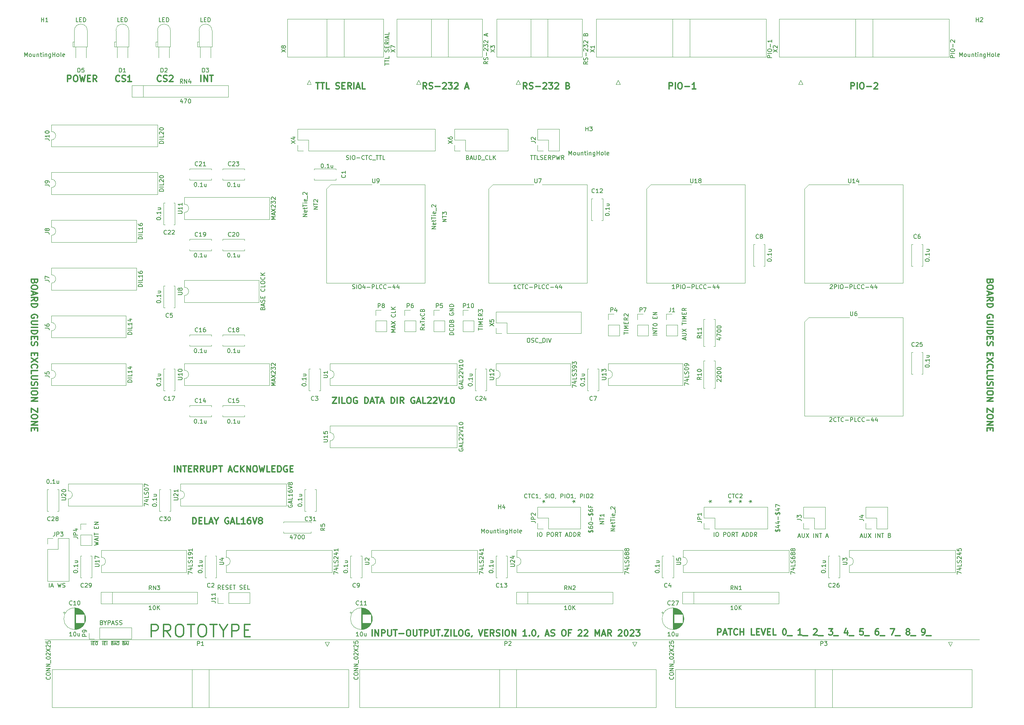
<source format=gbr>
%TF.GenerationSoftware,KiCad,Pcbnew,(6.0.11)*%
%TF.CreationDate,2023-08-29T17:19:57-04:00*%
%TF.ProjectId,input-output.Zilog,696e7075-742d-46f7-9574-7075742e5a69,rev?*%
%TF.SameCoordinates,Original*%
%TF.FileFunction,Legend,Top*%
%TF.FilePolarity,Positive*%
%FSLAX46Y46*%
G04 Gerber Fmt 4.6, Leading zero omitted, Abs format (unit mm)*
G04 Created by KiCad (PCBNEW (6.0.11)) date 2023-08-29 17:19:57*
%MOMM*%
%LPD*%
G01*
G04 APERTURE LIST*
%ADD10C,0.120000*%
%ADD11C,0.300000*%
%ADD12C,0.175000*%
%ADD13C,0.150000*%
G04 APERTURE END LIST*
D10*
X40000000Y-220000000D02*
X265000000Y-220000000D01*
D11*
X267607142Y-133785714D02*
X267535714Y-134000000D01*
X267464285Y-134071428D01*
X267321428Y-134142857D01*
X267107142Y-134142857D01*
X266964285Y-134071428D01*
X266892857Y-134000000D01*
X266821428Y-133857142D01*
X266821428Y-133285714D01*
X268321428Y-133285714D01*
X268321428Y-133785714D01*
X268250000Y-133928571D01*
X268178571Y-134000000D01*
X268035714Y-134071428D01*
X267892857Y-134071428D01*
X267750000Y-134000000D01*
X267678571Y-133928571D01*
X267607142Y-133785714D01*
X267607142Y-133285714D01*
X268321428Y-135071428D02*
X268321428Y-135357142D01*
X268250000Y-135500000D01*
X268107142Y-135642857D01*
X267821428Y-135714285D01*
X267321428Y-135714285D01*
X267035714Y-135642857D01*
X266892857Y-135500000D01*
X266821428Y-135357142D01*
X266821428Y-135071428D01*
X266892857Y-134928571D01*
X267035714Y-134785714D01*
X267321428Y-134714285D01*
X267821428Y-134714285D01*
X268107142Y-134785714D01*
X268250000Y-134928571D01*
X268321428Y-135071428D01*
X267250000Y-136285714D02*
X267250000Y-137000000D01*
X266821428Y-136142857D02*
X268321428Y-136642857D01*
X266821428Y-137142857D01*
X266821428Y-138500000D02*
X267535714Y-138000000D01*
X266821428Y-137642857D02*
X268321428Y-137642857D01*
X268321428Y-138214285D01*
X268250000Y-138357142D01*
X268178571Y-138428571D01*
X268035714Y-138500000D01*
X267821428Y-138500000D01*
X267678571Y-138428571D01*
X267607142Y-138357142D01*
X267535714Y-138214285D01*
X267535714Y-137642857D01*
X266821428Y-139142857D02*
X268321428Y-139142857D01*
X268321428Y-139500000D01*
X268250000Y-139714285D01*
X268107142Y-139857142D01*
X267964285Y-139928571D01*
X267678571Y-140000000D01*
X267464285Y-140000000D01*
X267178571Y-139928571D01*
X267035714Y-139857142D01*
X266892857Y-139714285D01*
X266821428Y-139500000D01*
X266821428Y-139142857D01*
X268250000Y-142571428D02*
X268321428Y-142428571D01*
X268321428Y-142214285D01*
X268250000Y-142000000D01*
X268107142Y-141857142D01*
X267964285Y-141785714D01*
X267678571Y-141714285D01*
X267464285Y-141714285D01*
X267178571Y-141785714D01*
X267035714Y-141857142D01*
X266892857Y-142000000D01*
X266821428Y-142214285D01*
X266821428Y-142357142D01*
X266892857Y-142571428D01*
X266964285Y-142642857D01*
X267464285Y-142642857D01*
X267464285Y-142357142D01*
X268321428Y-143285714D02*
X267107142Y-143285714D01*
X266964285Y-143357142D01*
X266892857Y-143428571D01*
X266821428Y-143571428D01*
X266821428Y-143857142D01*
X266892857Y-144000000D01*
X266964285Y-144071428D01*
X267107142Y-144142857D01*
X268321428Y-144142857D01*
X266821428Y-144857142D02*
X268321428Y-144857142D01*
X266821428Y-145571428D02*
X268321428Y-145571428D01*
X268321428Y-145928571D01*
X268250000Y-146142857D01*
X268107142Y-146285714D01*
X267964285Y-146357142D01*
X267678571Y-146428571D01*
X267464285Y-146428571D01*
X267178571Y-146357142D01*
X267035714Y-146285714D01*
X266892857Y-146142857D01*
X266821428Y-145928571D01*
X266821428Y-145571428D01*
X267607142Y-147071428D02*
X267607142Y-147571428D01*
X266821428Y-147785714D02*
X266821428Y-147071428D01*
X268321428Y-147071428D01*
X268321428Y-147785714D01*
X266892857Y-148357142D02*
X266821428Y-148571428D01*
X266821428Y-148928571D01*
X266892857Y-149071428D01*
X266964285Y-149142857D01*
X267107142Y-149214285D01*
X267250000Y-149214285D01*
X267392857Y-149142857D01*
X267464285Y-149071428D01*
X267535714Y-148928571D01*
X267607142Y-148642857D01*
X267678571Y-148500000D01*
X267750000Y-148428571D01*
X267892857Y-148357142D01*
X268035714Y-148357142D01*
X268178571Y-148428571D01*
X268250000Y-148500000D01*
X268321428Y-148642857D01*
X268321428Y-149000000D01*
X268250000Y-149214285D01*
X267607142Y-151000000D02*
X267607142Y-151500000D01*
X266821428Y-151714285D02*
X266821428Y-151000000D01*
X268321428Y-151000000D01*
X268321428Y-151714285D01*
X268321428Y-152214285D02*
X266821428Y-153214285D01*
X268321428Y-153214285D02*
X266821428Y-152214285D01*
X266964285Y-154642857D02*
X266892857Y-154571428D01*
X266821428Y-154357142D01*
X266821428Y-154214285D01*
X266892857Y-154000000D01*
X267035714Y-153857142D01*
X267178571Y-153785714D01*
X267464285Y-153714285D01*
X267678571Y-153714285D01*
X267964285Y-153785714D01*
X268107142Y-153857142D01*
X268250000Y-154000000D01*
X268321428Y-154214285D01*
X268321428Y-154357142D01*
X268250000Y-154571428D01*
X268178571Y-154642857D01*
X266821428Y-156000000D02*
X266821428Y-155285714D01*
X268321428Y-155285714D01*
X268321428Y-156500000D02*
X267107142Y-156500000D01*
X266964285Y-156571428D01*
X266892857Y-156642857D01*
X266821428Y-156785714D01*
X266821428Y-157071428D01*
X266892857Y-157214285D01*
X266964285Y-157285714D01*
X267107142Y-157357142D01*
X268321428Y-157357142D01*
X266892857Y-158000000D02*
X266821428Y-158214285D01*
X266821428Y-158571428D01*
X266892857Y-158714285D01*
X266964285Y-158785714D01*
X267107142Y-158857142D01*
X267250000Y-158857142D01*
X267392857Y-158785714D01*
X267464285Y-158714285D01*
X267535714Y-158571428D01*
X267607142Y-158285714D01*
X267678571Y-158142857D01*
X267750000Y-158071428D01*
X267892857Y-158000000D01*
X268035714Y-158000000D01*
X268178571Y-158071428D01*
X268250000Y-158142857D01*
X268321428Y-158285714D01*
X268321428Y-158642857D01*
X268250000Y-158857142D01*
X266821428Y-159500000D02*
X268321428Y-159500000D01*
X268321428Y-160500000D02*
X268321428Y-160785714D01*
X268250000Y-160928571D01*
X268107142Y-161071428D01*
X267821428Y-161142857D01*
X267321428Y-161142857D01*
X267035714Y-161071428D01*
X266892857Y-160928571D01*
X266821428Y-160785714D01*
X266821428Y-160500000D01*
X266892857Y-160357142D01*
X267035714Y-160214285D01*
X267321428Y-160142857D01*
X267821428Y-160142857D01*
X268107142Y-160214285D01*
X268250000Y-160357142D01*
X268321428Y-160500000D01*
X266821428Y-161785714D02*
X268321428Y-161785714D01*
X266821428Y-162642857D01*
X268321428Y-162642857D01*
X268321428Y-164357142D02*
X268321428Y-165357142D01*
X266821428Y-164357142D01*
X266821428Y-165357142D01*
X268321428Y-166214285D02*
X268321428Y-166500000D01*
X268250000Y-166642857D01*
X268107142Y-166785714D01*
X267821428Y-166857142D01*
X267321428Y-166857142D01*
X267035714Y-166785714D01*
X266892857Y-166642857D01*
X266821428Y-166500000D01*
X266821428Y-166214285D01*
X266892857Y-166071428D01*
X267035714Y-165928571D01*
X267321428Y-165857142D01*
X267821428Y-165857142D01*
X268107142Y-165928571D01*
X268250000Y-166071428D01*
X268321428Y-166214285D01*
X266821428Y-167500000D02*
X268321428Y-167500000D01*
X266821428Y-168357142D01*
X268321428Y-168357142D01*
X267607142Y-169071428D02*
X267607142Y-169571428D01*
X266821428Y-169785714D02*
X266821428Y-169071428D01*
X268321428Y-169071428D01*
X268321428Y-169785714D01*
X37607142Y-133785714D02*
X37535714Y-134000000D01*
X37464285Y-134071428D01*
X37321428Y-134142857D01*
X37107142Y-134142857D01*
X36964285Y-134071428D01*
X36892857Y-134000000D01*
X36821428Y-133857142D01*
X36821428Y-133285714D01*
X38321428Y-133285714D01*
X38321428Y-133785714D01*
X38250000Y-133928571D01*
X38178571Y-134000000D01*
X38035714Y-134071428D01*
X37892857Y-134071428D01*
X37750000Y-134000000D01*
X37678571Y-133928571D01*
X37607142Y-133785714D01*
X37607142Y-133285714D01*
X38321428Y-135071428D02*
X38321428Y-135357142D01*
X38250000Y-135500000D01*
X38107142Y-135642857D01*
X37821428Y-135714285D01*
X37321428Y-135714285D01*
X37035714Y-135642857D01*
X36892857Y-135500000D01*
X36821428Y-135357142D01*
X36821428Y-135071428D01*
X36892857Y-134928571D01*
X37035714Y-134785714D01*
X37321428Y-134714285D01*
X37821428Y-134714285D01*
X38107142Y-134785714D01*
X38250000Y-134928571D01*
X38321428Y-135071428D01*
X37250000Y-136285714D02*
X37250000Y-137000000D01*
X36821428Y-136142857D02*
X38321428Y-136642857D01*
X36821428Y-137142857D01*
X36821428Y-138500000D02*
X37535714Y-138000000D01*
X36821428Y-137642857D02*
X38321428Y-137642857D01*
X38321428Y-138214285D01*
X38250000Y-138357142D01*
X38178571Y-138428571D01*
X38035714Y-138500000D01*
X37821428Y-138500000D01*
X37678571Y-138428571D01*
X37607142Y-138357142D01*
X37535714Y-138214285D01*
X37535714Y-137642857D01*
X36821428Y-139142857D02*
X38321428Y-139142857D01*
X38321428Y-139500000D01*
X38250000Y-139714285D01*
X38107142Y-139857142D01*
X37964285Y-139928571D01*
X37678571Y-140000000D01*
X37464285Y-140000000D01*
X37178571Y-139928571D01*
X37035714Y-139857142D01*
X36892857Y-139714285D01*
X36821428Y-139500000D01*
X36821428Y-139142857D01*
X38250000Y-142571428D02*
X38321428Y-142428571D01*
X38321428Y-142214285D01*
X38250000Y-142000000D01*
X38107142Y-141857142D01*
X37964285Y-141785714D01*
X37678571Y-141714285D01*
X37464285Y-141714285D01*
X37178571Y-141785714D01*
X37035714Y-141857142D01*
X36892857Y-142000000D01*
X36821428Y-142214285D01*
X36821428Y-142357142D01*
X36892857Y-142571428D01*
X36964285Y-142642857D01*
X37464285Y-142642857D01*
X37464285Y-142357142D01*
X38321428Y-143285714D02*
X37107142Y-143285714D01*
X36964285Y-143357142D01*
X36892857Y-143428571D01*
X36821428Y-143571428D01*
X36821428Y-143857142D01*
X36892857Y-144000000D01*
X36964285Y-144071428D01*
X37107142Y-144142857D01*
X38321428Y-144142857D01*
X36821428Y-144857142D02*
X38321428Y-144857142D01*
X36821428Y-145571428D02*
X38321428Y-145571428D01*
X38321428Y-145928571D01*
X38250000Y-146142857D01*
X38107142Y-146285714D01*
X37964285Y-146357142D01*
X37678571Y-146428571D01*
X37464285Y-146428571D01*
X37178571Y-146357142D01*
X37035714Y-146285714D01*
X36892857Y-146142857D01*
X36821428Y-145928571D01*
X36821428Y-145571428D01*
X37607142Y-147071428D02*
X37607142Y-147571428D01*
X36821428Y-147785714D02*
X36821428Y-147071428D01*
X38321428Y-147071428D01*
X38321428Y-147785714D01*
X36892857Y-148357142D02*
X36821428Y-148571428D01*
X36821428Y-148928571D01*
X36892857Y-149071428D01*
X36964285Y-149142857D01*
X37107142Y-149214285D01*
X37250000Y-149214285D01*
X37392857Y-149142857D01*
X37464285Y-149071428D01*
X37535714Y-148928571D01*
X37607142Y-148642857D01*
X37678571Y-148500000D01*
X37750000Y-148428571D01*
X37892857Y-148357142D01*
X38035714Y-148357142D01*
X38178571Y-148428571D01*
X38250000Y-148500000D01*
X38321428Y-148642857D01*
X38321428Y-149000000D01*
X38250000Y-149214285D01*
X37607142Y-151000000D02*
X37607142Y-151500000D01*
X36821428Y-151714285D02*
X36821428Y-151000000D01*
X38321428Y-151000000D01*
X38321428Y-151714285D01*
X38321428Y-152214285D02*
X36821428Y-153214285D01*
X38321428Y-153214285D02*
X36821428Y-152214285D01*
X36964285Y-154642857D02*
X36892857Y-154571428D01*
X36821428Y-154357142D01*
X36821428Y-154214285D01*
X36892857Y-154000000D01*
X37035714Y-153857142D01*
X37178571Y-153785714D01*
X37464285Y-153714285D01*
X37678571Y-153714285D01*
X37964285Y-153785714D01*
X38107142Y-153857142D01*
X38250000Y-154000000D01*
X38321428Y-154214285D01*
X38321428Y-154357142D01*
X38250000Y-154571428D01*
X38178571Y-154642857D01*
X36821428Y-156000000D02*
X36821428Y-155285714D01*
X38321428Y-155285714D01*
X38321428Y-156500000D02*
X37107142Y-156500000D01*
X36964285Y-156571428D01*
X36892857Y-156642857D01*
X36821428Y-156785714D01*
X36821428Y-157071428D01*
X36892857Y-157214285D01*
X36964285Y-157285714D01*
X37107142Y-157357142D01*
X38321428Y-157357142D01*
X36892857Y-158000000D02*
X36821428Y-158214285D01*
X36821428Y-158571428D01*
X36892857Y-158714285D01*
X36964285Y-158785714D01*
X37107142Y-158857142D01*
X37250000Y-158857142D01*
X37392857Y-158785714D01*
X37464285Y-158714285D01*
X37535714Y-158571428D01*
X37607142Y-158285714D01*
X37678571Y-158142857D01*
X37750000Y-158071428D01*
X37892857Y-158000000D01*
X38035714Y-158000000D01*
X38178571Y-158071428D01*
X38250000Y-158142857D01*
X38321428Y-158285714D01*
X38321428Y-158642857D01*
X38250000Y-158857142D01*
X36821428Y-159500000D02*
X38321428Y-159500000D01*
X38321428Y-160500000D02*
X38321428Y-160785714D01*
X38250000Y-160928571D01*
X38107142Y-161071428D01*
X37821428Y-161142857D01*
X37321428Y-161142857D01*
X37035714Y-161071428D01*
X36892857Y-160928571D01*
X36821428Y-160785714D01*
X36821428Y-160500000D01*
X36892857Y-160357142D01*
X37035714Y-160214285D01*
X37321428Y-160142857D01*
X37821428Y-160142857D01*
X38107142Y-160214285D01*
X38250000Y-160357142D01*
X38321428Y-160500000D01*
X36821428Y-161785714D02*
X38321428Y-161785714D01*
X36821428Y-162642857D01*
X38321428Y-162642857D01*
X38321428Y-164357142D02*
X38321428Y-165357142D01*
X36821428Y-164357142D01*
X36821428Y-165357142D01*
X38321428Y-166214285D02*
X38321428Y-166500000D01*
X38250000Y-166642857D01*
X38107142Y-166785714D01*
X37821428Y-166857142D01*
X37321428Y-166857142D01*
X37035714Y-166785714D01*
X36892857Y-166642857D01*
X36821428Y-166500000D01*
X36821428Y-166214285D01*
X36892857Y-166071428D01*
X37035714Y-165928571D01*
X37321428Y-165857142D01*
X37821428Y-165857142D01*
X38107142Y-165928571D01*
X38250000Y-166071428D01*
X38321428Y-166214285D01*
X36821428Y-167500000D02*
X38321428Y-167500000D01*
X36821428Y-168357142D01*
X38321428Y-168357142D01*
X37607142Y-169071428D02*
X37607142Y-169571428D01*
X36821428Y-169785714D02*
X36821428Y-169071428D01*
X38321428Y-169071428D01*
X38321428Y-169785714D01*
X77642857Y-85678571D02*
X77642857Y-84178571D01*
X78357142Y-85678571D02*
X78357142Y-84178571D01*
X79214285Y-85678571D01*
X79214285Y-84178571D01*
X79714285Y-84178571D02*
X80571428Y-84178571D01*
X80142857Y-85678571D02*
X80142857Y-84178571D01*
X58035714Y-85535714D02*
X57964285Y-85607142D01*
X57750000Y-85678571D01*
X57607142Y-85678571D01*
X57392857Y-85607142D01*
X57250000Y-85464285D01*
X57178571Y-85321428D01*
X57107142Y-85035714D01*
X57107142Y-84821428D01*
X57178571Y-84535714D01*
X57250000Y-84392857D01*
X57392857Y-84250000D01*
X57607142Y-84178571D01*
X57750000Y-84178571D01*
X57964285Y-84250000D01*
X58035714Y-84321428D01*
X58607142Y-85607142D02*
X58821428Y-85678571D01*
X59178571Y-85678571D01*
X59321428Y-85607142D01*
X59392857Y-85535714D01*
X59464285Y-85392857D01*
X59464285Y-85250000D01*
X59392857Y-85107142D01*
X59321428Y-85035714D01*
X59178571Y-84964285D01*
X58892857Y-84892857D01*
X58750000Y-84821428D01*
X58678571Y-84750000D01*
X58607142Y-84607142D01*
X58607142Y-84464285D01*
X58678571Y-84321428D01*
X58750000Y-84250000D01*
X58892857Y-84178571D01*
X59250000Y-84178571D01*
X59464285Y-84250000D01*
X60892857Y-85678571D02*
X60035714Y-85678571D01*
X60464285Y-85678571D02*
X60464285Y-84178571D01*
X60321428Y-84392857D01*
X60178571Y-84535714D01*
X60035714Y-84607142D01*
X68035714Y-85535714D02*
X67964285Y-85607142D01*
X67750000Y-85678571D01*
X67607142Y-85678571D01*
X67392857Y-85607142D01*
X67250000Y-85464285D01*
X67178571Y-85321428D01*
X67107142Y-85035714D01*
X67107142Y-84821428D01*
X67178571Y-84535714D01*
X67250000Y-84392857D01*
X67392857Y-84250000D01*
X67607142Y-84178571D01*
X67750000Y-84178571D01*
X67964285Y-84250000D01*
X68035714Y-84321428D01*
X68607142Y-85607142D02*
X68821428Y-85678571D01*
X69178571Y-85678571D01*
X69321428Y-85607142D01*
X69392857Y-85535714D01*
X69464285Y-85392857D01*
X69464285Y-85250000D01*
X69392857Y-85107142D01*
X69321428Y-85035714D01*
X69178571Y-84964285D01*
X68892857Y-84892857D01*
X68750000Y-84821428D01*
X68678571Y-84750000D01*
X68607142Y-84607142D01*
X68607142Y-84464285D01*
X68678571Y-84321428D01*
X68750000Y-84250000D01*
X68892857Y-84178571D01*
X69250000Y-84178571D01*
X69464285Y-84250000D01*
X70035714Y-84321428D02*
X70107142Y-84250000D01*
X70250000Y-84178571D01*
X70607142Y-84178571D01*
X70750000Y-84250000D01*
X70821428Y-84321428D01*
X70892857Y-84464285D01*
X70892857Y-84607142D01*
X70821428Y-84821428D01*
X69964285Y-85678571D01*
X70892857Y-85678571D01*
D12*
X53850000Y-220419000D02*
X54183333Y-220419000D01*
X54016666Y-221316666D02*
X54016666Y-220616666D01*
X54183333Y-220419000D02*
X54816666Y-220419000D01*
X54350000Y-220950000D02*
X54583333Y-220950000D01*
X54683333Y-221316666D02*
X54350000Y-221316666D01*
X54350000Y-220616666D01*
X54683333Y-220616666D01*
X54816666Y-220419000D02*
X55150000Y-220419000D01*
X54983333Y-221316666D02*
X54983333Y-220616666D01*
X55983333Y-220419000D02*
X56683333Y-220419000D01*
X56383333Y-220950000D02*
X56483333Y-220983333D01*
X56516666Y-221016666D01*
X56550000Y-221083333D01*
X56550000Y-221183333D01*
X56516666Y-221250000D01*
X56483333Y-221283333D01*
X56416666Y-221316666D01*
X56150000Y-221316666D01*
X56150000Y-220616666D01*
X56383333Y-220616666D01*
X56450000Y-220650000D01*
X56483333Y-220683333D01*
X56516666Y-220750000D01*
X56516666Y-220816666D01*
X56483333Y-220883333D01*
X56450000Y-220916666D01*
X56383333Y-220950000D01*
X56150000Y-220950000D01*
X56683333Y-220419000D02*
X57283333Y-220419000D01*
X56816666Y-221116666D02*
X57150000Y-221116666D01*
X56750000Y-221316666D02*
X56983333Y-220616666D01*
X57216666Y-221316666D01*
X57283333Y-220419000D02*
X58016666Y-220419000D01*
X57583333Y-220616666D02*
X57716666Y-220616666D01*
X57783333Y-220650000D01*
X57850000Y-220716666D01*
X57883333Y-220850000D01*
X57883333Y-221083333D01*
X57850000Y-221216666D01*
X57783333Y-221283333D01*
X57716666Y-221316666D01*
X57583333Y-221316666D01*
X57516666Y-221283333D01*
X57450000Y-221216666D01*
X57416666Y-221083333D01*
X57416666Y-220850000D01*
X57450000Y-220716666D01*
X57516666Y-220650000D01*
X57583333Y-220616666D01*
X58683333Y-220419000D02*
X59383333Y-220419000D01*
X59083333Y-220950000D02*
X59183333Y-220983333D01*
X59216666Y-221016666D01*
X59250000Y-221083333D01*
X59250000Y-221183333D01*
X59216666Y-221250000D01*
X59183333Y-221283333D01*
X59116666Y-221316666D01*
X58850000Y-221316666D01*
X58850000Y-220616666D01*
X59083333Y-220616666D01*
X59150000Y-220650000D01*
X59183333Y-220683333D01*
X59216666Y-220750000D01*
X59216666Y-220816666D01*
X59183333Y-220883333D01*
X59150000Y-220916666D01*
X59083333Y-220950000D01*
X58850000Y-220950000D01*
X59383333Y-220419000D02*
X59983333Y-220419000D01*
X59516666Y-221116666D02*
X59850000Y-221116666D01*
X59450000Y-221316666D02*
X59683333Y-220616666D01*
X59916666Y-221316666D01*
X59983333Y-220419000D02*
X60316666Y-220419000D01*
X60150000Y-221316666D02*
X60150000Y-220616666D01*
D11*
X118821428Y-219178571D02*
X118821428Y-217678571D01*
X119535714Y-219178571D02*
X119535714Y-217678571D01*
X120392857Y-219178571D01*
X120392857Y-217678571D01*
X121107142Y-219178571D02*
X121107142Y-217678571D01*
X121678571Y-217678571D01*
X121821428Y-217750000D01*
X121892857Y-217821428D01*
X121964285Y-217964285D01*
X121964285Y-218178571D01*
X121892857Y-218321428D01*
X121821428Y-218392857D01*
X121678571Y-218464285D01*
X121107142Y-218464285D01*
X122607142Y-217678571D02*
X122607142Y-218892857D01*
X122678571Y-219035714D01*
X122750000Y-219107142D01*
X122892857Y-219178571D01*
X123178571Y-219178571D01*
X123321428Y-219107142D01*
X123392857Y-219035714D01*
X123464285Y-218892857D01*
X123464285Y-217678571D01*
X123964285Y-217678571D02*
X124821428Y-217678571D01*
X124392857Y-219178571D02*
X124392857Y-217678571D01*
X125321428Y-218607142D02*
X126464285Y-218607142D01*
X127464285Y-217678571D02*
X127750000Y-217678571D01*
X127892857Y-217750000D01*
X128035714Y-217892857D01*
X128107142Y-218178571D01*
X128107142Y-218678571D01*
X128035714Y-218964285D01*
X127892857Y-219107142D01*
X127750000Y-219178571D01*
X127464285Y-219178571D01*
X127321428Y-219107142D01*
X127178571Y-218964285D01*
X127107142Y-218678571D01*
X127107142Y-218178571D01*
X127178571Y-217892857D01*
X127321428Y-217750000D01*
X127464285Y-217678571D01*
X128750000Y-217678571D02*
X128750000Y-218892857D01*
X128821428Y-219035714D01*
X128892857Y-219107142D01*
X129035714Y-219178571D01*
X129321428Y-219178571D01*
X129464285Y-219107142D01*
X129535714Y-219035714D01*
X129607142Y-218892857D01*
X129607142Y-217678571D01*
X130107142Y-217678571D02*
X130964285Y-217678571D01*
X130535714Y-219178571D02*
X130535714Y-217678571D01*
X131464285Y-219178571D02*
X131464285Y-217678571D01*
X132035714Y-217678571D01*
X132178571Y-217750000D01*
X132250000Y-217821428D01*
X132321428Y-217964285D01*
X132321428Y-218178571D01*
X132250000Y-218321428D01*
X132178571Y-218392857D01*
X132035714Y-218464285D01*
X131464285Y-218464285D01*
X132964285Y-217678571D02*
X132964285Y-218892857D01*
X133035714Y-219035714D01*
X133107142Y-219107142D01*
X133250000Y-219178571D01*
X133535714Y-219178571D01*
X133678571Y-219107142D01*
X133750000Y-219035714D01*
X133821428Y-218892857D01*
X133821428Y-217678571D01*
X134321428Y-217678571D02*
X135178571Y-217678571D01*
X134750000Y-219178571D02*
X134750000Y-217678571D01*
X135678571Y-219035714D02*
X135750000Y-219107142D01*
X135678571Y-219178571D01*
X135607142Y-219107142D01*
X135678571Y-219035714D01*
X135678571Y-219178571D01*
X136250000Y-217678571D02*
X137250000Y-217678571D01*
X136250000Y-219178571D01*
X137250000Y-219178571D01*
X137821428Y-219178571D02*
X137821428Y-217678571D01*
X139250000Y-219178571D02*
X138535714Y-219178571D01*
X138535714Y-217678571D01*
X140035714Y-217678571D02*
X140321428Y-217678571D01*
X140464285Y-217750000D01*
X140607142Y-217892857D01*
X140678571Y-218178571D01*
X140678571Y-218678571D01*
X140607142Y-218964285D01*
X140464285Y-219107142D01*
X140321428Y-219178571D01*
X140035714Y-219178571D01*
X139892857Y-219107142D01*
X139750000Y-218964285D01*
X139678571Y-218678571D01*
X139678571Y-218178571D01*
X139750000Y-217892857D01*
X139892857Y-217750000D01*
X140035714Y-217678571D01*
X142107142Y-217750000D02*
X141964285Y-217678571D01*
X141750000Y-217678571D01*
X141535714Y-217750000D01*
X141392857Y-217892857D01*
X141321428Y-218035714D01*
X141250000Y-218321428D01*
X141250000Y-218535714D01*
X141321428Y-218821428D01*
X141392857Y-218964285D01*
X141535714Y-219107142D01*
X141750000Y-219178571D01*
X141892857Y-219178571D01*
X142107142Y-219107142D01*
X142178571Y-219035714D01*
X142178571Y-218535714D01*
X141892857Y-218535714D01*
X142892857Y-219107142D02*
X142892857Y-219178571D01*
X142821428Y-219321428D01*
X142750000Y-219392857D01*
X144464285Y-217678571D02*
X144964285Y-219178571D01*
X145464285Y-217678571D01*
X145964285Y-218392857D02*
X146464285Y-218392857D01*
X146678571Y-219178571D02*
X145964285Y-219178571D01*
X145964285Y-217678571D01*
X146678571Y-217678571D01*
X148178571Y-219178571D02*
X147678571Y-218464285D01*
X147321428Y-219178571D02*
X147321428Y-217678571D01*
X147892857Y-217678571D01*
X148035714Y-217750000D01*
X148107142Y-217821428D01*
X148178571Y-217964285D01*
X148178571Y-218178571D01*
X148107142Y-218321428D01*
X148035714Y-218392857D01*
X147892857Y-218464285D01*
X147321428Y-218464285D01*
X148750000Y-219107142D02*
X148964285Y-219178571D01*
X149321428Y-219178571D01*
X149464285Y-219107142D01*
X149535714Y-219035714D01*
X149607142Y-218892857D01*
X149607142Y-218750000D01*
X149535714Y-218607142D01*
X149464285Y-218535714D01*
X149321428Y-218464285D01*
X149035714Y-218392857D01*
X148892857Y-218321428D01*
X148821428Y-218250000D01*
X148750000Y-218107142D01*
X148750000Y-217964285D01*
X148821428Y-217821428D01*
X148892857Y-217750000D01*
X149035714Y-217678571D01*
X149392857Y-217678571D01*
X149607142Y-217750000D01*
X150250000Y-219178571D02*
X150250000Y-217678571D01*
X151250000Y-217678571D02*
X151535714Y-217678571D01*
X151678571Y-217750000D01*
X151821428Y-217892857D01*
X151892857Y-218178571D01*
X151892857Y-218678571D01*
X151821428Y-218964285D01*
X151678571Y-219107142D01*
X151535714Y-219178571D01*
X151250000Y-219178571D01*
X151107142Y-219107142D01*
X150964285Y-218964285D01*
X150892857Y-218678571D01*
X150892857Y-218178571D01*
X150964285Y-217892857D01*
X151107142Y-217750000D01*
X151250000Y-217678571D01*
X152535714Y-219178571D02*
X152535714Y-217678571D01*
X153392857Y-219178571D01*
X153392857Y-217678571D01*
X156035714Y-219178571D02*
X155178571Y-219178571D01*
X155607142Y-219178571D02*
X155607142Y-217678571D01*
X155464285Y-217892857D01*
X155321428Y-218035714D01*
X155178571Y-218107142D01*
X156678571Y-219035714D02*
X156750000Y-219107142D01*
X156678571Y-219178571D01*
X156607142Y-219107142D01*
X156678571Y-219035714D01*
X156678571Y-219178571D01*
X157678571Y-217678571D02*
X157821428Y-217678571D01*
X157964285Y-217750000D01*
X158035714Y-217821428D01*
X158107142Y-217964285D01*
X158178571Y-218250000D01*
X158178571Y-218607142D01*
X158107142Y-218892857D01*
X158035714Y-219035714D01*
X157964285Y-219107142D01*
X157821428Y-219178571D01*
X157678571Y-219178571D01*
X157535714Y-219107142D01*
X157464285Y-219035714D01*
X157392857Y-218892857D01*
X157321428Y-218607142D01*
X157321428Y-218250000D01*
X157392857Y-217964285D01*
X157464285Y-217821428D01*
X157535714Y-217750000D01*
X157678571Y-217678571D01*
X158892857Y-219107142D02*
X158892857Y-219178571D01*
X158821428Y-219321428D01*
X158750000Y-219392857D01*
X160607142Y-218750000D02*
X161321428Y-218750000D01*
X160464285Y-219178571D02*
X160964285Y-217678571D01*
X161464285Y-219178571D01*
X161892857Y-219107142D02*
X162107142Y-219178571D01*
X162464285Y-219178571D01*
X162607142Y-219107142D01*
X162678571Y-219035714D01*
X162750000Y-218892857D01*
X162750000Y-218750000D01*
X162678571Y-218607142D01*
X162607142Y-218535714D01*
X162464285Y-218464285D01*
X162178571Y-218392857D01*
X162035714Y-218321428D01*
X161964285Y-218250000D01*
X161892857Y-218107142D01*
X161892857Y-217964285D01*
X161964285Y-217821428D01*
X162035714Y-217750000D01*
X162178571Y-217678571D01*
X162535714Y-217678571D01*
X162750000Y-217750000D01*
X164821428Y-217678571D02*
X165107142Y-217678571D01*
X165250000Y-217750000D01*
X165392857Y-217892857D01*
X165464285Y-218178571D01*
X165464285Y-218678571D01*
X165392857Y-218964285D01*
X165250000Y-219107142D01*
X165107142Y-219178571D01*
X164821428Y-219178571D01*
X164678571Y-219107142D01*
X164535714Y-218964285D01*
X164464285Y-218678571D01*
X164464285Y-218178571D01*
X164535714Y-217892857D01*
X164678571Y-217750000D01*
X164821428Y-217678571D01*
X166607142Y-218392857D02*
X166107142Y-218392857D01*
X166107142Y-219178571D02*
X166107142Y-217678571D01*
X166821428Y-217678571D01*
X168464285Y-217821428D02*
X168535714Y-217750000D01*
X168678571Y-217678571D01*
X169035714Y-217678571D01*
X169178571Y-217750000D01*
X169250000Y-217821428D01*
X169321428Y-217964285D01*
X169321428Y-218107142D01*
X169250000Y-218321428D01*
X168392857Y-219178571D01*
X169321428Y-219178571D01*
X169892857Y-217821428D02*
X169964285Y-217750000D01*
X170107142Y-217678571D01*
X170464285Y-217678571D01*
X170607142Y-217750000D01*
X170678571Y-217821428D01*
X170750000Y-217964285D01*
X170750000Y-218107142D01*
X170678571Y-218321428D01*
X169821428Y-219178571D01*
X170750000Y-219178571D01*
X172535714Y-219178571D02*
X172535714Y-217678571D01*
X173035714Y-218750000D01*
X173535714Y-217678571D01*
X173535714Y-219178571D01*
X174178571Y-218750000D02*
X174892857Y-218750000D01*
X174035714Y-219178571D02*
X174535714Y-217678571D01*
X175035714Y-219178571D01*
X176392857Y-219178571D02*
X175892857Y-218464285D01*
X175535714Y-219178571D02*
X175535714Y-217678571D01*
X176107142Y-217678571D01*
X176250000Y-217750000D01*
X176321428Y-217821428D01*
X176392857Y-217964285D01*
X176392857Y-218178571D01*
X176321428Y-218321428D01*
X176250000Y-218392857D01*
X176107142Y-218464285D01*
X175535714Y-218464285D01*
X178107142Y-217821428D02*
X178178571Y-217750000D01*
X178321428Y-217678571D01*
X178678571Y-217678571D01*
X178821428Y-217750000D01*
X178892857Y-217821428D01*
X178964285Y-217964285D01*
X178964285Y-218107142D01*
X178892857Y-218321428D01*
X178035714Y-219178571D01*
X178964285Y-219178571D01*
X179892857Y-217678571D02*
X180035714Y-217678571D01*
X180178571Y-217750000D01*
X180250000Y-217821428D01*
X180321428Y-217964285D01*
X180392857Y-218250000D01*
X180392857Y-218607142D01*
X180321428Y-218892857D01*
X180250000Y-219035714D01*
X180178571Y-219107142D01*
X180035714Y-219178571D01*
X179892857Y-219178571D01*
X179750000Y-219107142D01*
X179678571Y-219035714D01*
X179607142Y-218892857D01*
X179535714Y-218607142D01*
X179535714Y-218250000D01*
X179607142Y-217964285D01*
X179678571Y-217821428D01*
X179750000Y-217750000D01*
X179892857Y-217678571D01*
X180964285Y-217821428D02*
X181035714Y-217750000D01*
X181178571Y-217678571D01*
X181535714Y-217678571D01*
X181678571Y-217750000D01*
X181750000Y-217821428D01*
X181821428Y-217964285D01*
X181821428Y-218107142D01*
X181750000Y-218321428D01*
X180892857Y-219178571D01*
X181821428Y-219178571D01*
X182321428Y-217678571D02*
X183250000Y-217678571D01*
X182750000Y-218250000D01*
X182964285Y-218250000D01*
X183107142Y-218321428D01*
X183178571Y-218392857D01*
X183250000Y-218535714D01*
X183250000Y-218892857D01*
X183178571Y-219035714D01*
X183107142Y-219107142D01*
X182964285Y-219178571D01*
X182535714Y-219178571D01*
X182392857Y-219107142D01*
X182321428Y-219035714D01*
X202000000Y-218928571D02*
X202000000Y-217428571D01*
X202571428Y-217428571D01*
X202714285Y-217500000D01*
X202785714Y-217571428D01*
X202857142Y-217714285D01*
X202857142Y-217928571D01*
X202785714Y-218071428D01*
X202714285Y-218142857D01*
X202571428Y-218214285D01*
X202000000Y-218214285D01*
X203428571Y-218500000D02*
X204142857Y-218500000D01*
X203285714Y-218928571D02*
X203785714Y-217428571D01*
X204285714Y-218928571D01*
X204571428Y-217428571D02*
X205428571Y-217428571D01*
X205000000Y-218928571D02*
X205000000Y-217428571D01*
X206785714Y-218785714D02*
X206714285Y-218857142D01*
X206500000Y-218928571D01*
X206357142Y-218928571D01*
X206142857Y-218857142D01*
X206000000Y-218714285D01*
X205928571Y-218571428D01*
X205857142Y-218285714D01*
X205857142Y-218071428D01*
X205928571Y-217785714D01*
X206000000Y-217642857D01*
X206142857Y-217500000D01*
X206357142Y-217428571D01*
X206500000Y-217428571D01*
X206714285Y-217500000D01*
X206785714Y-217571428D01*
X207428571Y-218928571D02*
X207428571Y-217428571D01*
X207428571Y-218142857D02*
X208285714Y-218142857D01*
X208285714Y-218928571D02*
X208285714Y-217428571D01*
X210857142Y-218928571D02*
X210142857Y-218928571D01*
X210142857Y-217428571D01*
X211357142Y-218142857D02*
X211857142Y-218142857D01*
X212071428Y-218928571D02*
X211357142Y-218928571D01*
X211357142Y-217428571D01*
X212071428Y-217428571D01*
X212500000Y-217428571D02*
X213000000Y-218928571D01*
X213500000Y-217428571D01*
X214000000Y-218142857D02*
X214500000Y-218142857D01*
X214714285Y-218928571D02*
X214000000Y-218928571D01*
X214000000Y-217428571D01*
X214714285Y-217428571D01*
X216071428Y-218928571D02*
X215357142Y-218928571D01*
X215357142Y-217428571D01*
X218000000Y-217428571D02*
X218142857Y-217428571D01*
X218285714Y-217500000D01*
X218357142Y-217571428D01*
X218428571Y-217714285D01*
X218500000Y-218000000D01*
X218500000Y-218357142D01*
X218428571Y-218642857D01*
X218357142Y-218785714D01*
X218285714Y-218857142D01*
X218142857Y-218928571D01*
X218000000Y-218928571D01*
X217857142Y-218857142D01*
X217785714Y-218785714D01*
X217714285Y-218642857D01*
X217642857Y-218357142D01*
X217642857Y-218000000D01*
X217714285Y-217714285D01*
X217785714Y-217571428D01*
X217857142Y-217500000D01*
X218000000Y-217428571D01*
X218785714Y-219071428D02*
X219928571Y-219071428D01*
X222214285Y-218928571D02*
X221357142Y-218928571D01*
X221785714Y-218928571D02*
X221785714Y-217428571D01*
X221642857Y-217642857D01*
X221500000Y-217785714D01*
X221357142Y-217857142D01*
X222500000Y-219071428D02*
X223642857Y-219071428D01*
X225071428Y-217571428D02*
X225142857Y-217500000D01*
X225285714Y-217428571D01*
X225642857Y-217428571D01*
X225785714Y-217500000D01*
X225857142Y-217571428D01*
X225928571Y-217714285D01*
X225928571Y-217857142D01*
X225857142Y-218071428D01*
X225000000Y-218928571D01*
X225928571Y-218928571D01*
X226214285Y-219071428D02*
X227357142Y-219071428D01*
X228714285Y-217428571D02*
X229642857Y-217428571D01*
X229142857Y-218000000D01*
X229357142Y-218000000D01*
X229500000Y-218071428D01*
X229571428Y-218142857D01*
X229642857Y-218285714D01*
X229642857Y-218642857D01*
X229571428Y-218785714D01*
X229500000Y-218857142D01*
X229357142Y-218928571D01*
X228928571Y-218928571D01*
X228785714Y-218857142D01*
X228714285Y-218785714D01*
X229928571Y-219071428D02*
X231071428Y-219071428D01*
X233214285Y-217928571D02*
X233214285Y-218928571D01*
X232857142Y-217357142D02*
X232500000Y-218428571D01*
X233428571Y-218428571D01*
X233642857Y-219071428D02*
X234785714Y-219071428D01*
X237000000Y-217428571D02*
X236285714Y-217428571D01*
X236214285Y-218142857D01*
X236285714Y-218071428D01*
X236428571Y-218000000D01*
X236785714Y-218000000D01*
X236928571Y-218071428D01*
X237000000Y-218142857D01*
X237071428Y-218285714D01*
X237071428Y-218642857D01*
X237000000Y-218785714D01*
X236928571Y-218857142D01*
X236785714Y-218928571D01*
X236428571Y-218928571D01*
X236285714Y-218857142D01*
X236214285Y-218785714D01*
X237357142Y-219071428D02*
X238499999Y-219071428D01*
X240642857Y-217428571D02*
X240357142Y-217428571D01*
X240214285Y-217500000D01*
X240142857Y-217571428D01*
X239999999Y-217785714D01*
X239928571Y-218071428D01*
X239928571Y-218642857D01*
X239999999Y-218785714D01*
X240071428Y-218857142D01*
X240214285Y-218928571D01*
X240499999Y-218928571D01*
X240642857Y-218857142D01*
X240714285Y-218785714D01*
X240785714Y-218642857D01*
X240785714Y-218285714D01*
X240714285Y-218142857D01*
X240642857Y-218071428D01*
X240499999Y-218000000D01*
X240214285Y-218000000D01*
X240071428Y-218071428D01*
X239999999Y-218142857D01*
X239928571Y-218285714D01*
X241071428Y-219071428D02*
X242214285Y-219071428D01*
X243571428Y-217428571D02*
X244571428Y-217428571D01*
X243928571Y-218928571D01*
X244785714Y-219071428D02*
X245928571Y-219071428D01*
X247642857Y-218071428D02*
X247499999Y-218000000D01*
X247428571Y-217928571D01*
X247357142Y-217785714D01*
X247357142Y-217714285D01*
X247428571Y-217571428D01*
X247499999Y-217500000D01*
X247642857Y-217428571D01*
X247928571Y-217428571D01*
X248071428Y-217500000D01*
X248142857Y-217571428D01*
X248214285Y-217714285D01*
X248214285Y-217785714D01*
X248142857Y-217928571D01*
X248071428Y-218000000D01*
X247928571Y-218071428D01*
X247642857Y-218071428D01*
X247499999Y-218142857D01*
X247428571Y-218214285D01*
X247357142Y-218357142D01*
X247357142Y-218642857D01*
X247428571Y-218785714D01*
X247499999Y-218857142D01*
X247642857Y-218928571D01*
X247928571Y-218928571D01*
X248071428Y-218857142D01*
X248142857Y-218785714D01*
X248214285Y-218642857D01*
X248214285Y-218357142D01*
X248142857Y-218214285D01*
X248071428Y-218142857D01*
X247928571Y-218071428D01*
X248499999Y-219071428D02*
X249642857Y-219071428D01*
X251214285Y-218928571D02*
X251499999Y-218928571D01*
X251642857Y-218857142D01*
X251714285Y-218785714D01*
X251857142Y-218571428D01*
X251928571Y-218285714D01*
X251928571Y-217714285D01*
X251857142Y-217571428D01*
X251785714Y-217500000D01*
X251642857Y-217428571D01*
X251357142Y-217428571D01*
X251214285Y-217500000D01*
X251142857Y-217571428D01*
X251071428Y-217714285D01*
X251071428Y-218071428D01*
X251142857Y-218214285D01*
X251214285Y-218285714D01*
X251357142Y-218357142D01*
X251642857Y-218357142D01*
X251785714Y-218285714D01*
X251857142Y-218214285D01*
X251928571Y-218071428D01*
X252214285Y-219071428D02*
X253357142Y-219071428D01*
X131964285Y-87428571D02*
X131464285Y-86714285D01*
X131107142Y-87428571D02*
X131107142Y-85928571D01*
X131678571Y-85928571D01*
X131821428Y-86000000D01*
X131892857Y-86071428D01*
X131964285Y-86214285D01*
X131964285Y-86428571D01*
X131892857Y-86571428D01*
X131821428Y-86642857D01*
X131678571Y-86714285D01*
X131107142Y-86714285D01*
X132535714Y-87357142D02*
X132750000Y-87428571D01*
X133107142Y-87428571D01*
X133250000Y-87357142D01*
X133321428Y-87285714D01*
X133392857Y-87142857D01*
X133392857Y-87000000D01*
X133321428Y-86857142D01*
X133250000Y-86785714D01*
X133107142Y-86714285D01*
X132821428Y-86642857D01*
X132678571Y-86571428D01*
X132607142Y-86500000D01*
X132535714Y-86357142D01*
X132535714Y-86214285D01*
X132607142Y-86071428D01*
X132678571Y-86000000D01*
X132821428Y-85928571D01*
X133178571Y-85928571D01*
X133392857Y-86000000D01*
X134035714Y-86857142D02*
X135178571Y-86857142D01*
X135821428Y-86071428D02*
X135892857Y-86000000D01*
X136035714Y-85928571D01*
X136392857Y-85928571D01*
X136535714Y-86000000D01*
X136607142Y-86071428D01*
X136678571Y-86214285D01*
X136678571Y-86357142D01*
X136607142Y-86571428D01*
X135750000Y-87428571D01*
X136678571Y-87428571D01*
X137178571Y-85928571D02*
X138107142Y-85928571D01*
X137607142Y-86500000D01*
X137821428Y-86500000D01*
X137964285Y-86571428D01*
X138035714Y-86642857D01*
X138107142Y-86785714D01*
X138107142Y-87142857D01*
X138035714Y-87285714D01*
X137964285Y-87357142D01*
X137821428Y-87428571D01*
X137392857Y-87428571D01*
X137250000Y-87357142D01*
X137178571Y-87285714D01*
X138678571Y-86071428D02*
X138750000Y-86000000D01*
X138892857Y-85928571D01*
X139250000Y-85928571D01*
X139392857Y-86000000D01*
X139464285Y-86071428D01*
X139535714Y-86214285D01*
X139535714Y-86357142D01*
X139464285Y-86571428D01*
X138607142Y-87428571D01*
X139535714Y-87428571D01*
X141250000Y-87000000D02*
X141964285Y-87000000D01*
X141107142Y-87428571D02*
X141607142Y-85928571D01*
X142107142Y-87428571D01*
D13*
X171904761Y-194238095D02*
X171952380Y-194095238D01*
X171952380Y-193857142D01*
X171904761Y-193761904D01*
X171857142Y-193714285D01*
X171761904Y-193666666D01*
X171666666Y-193666666D01*
X171571428Y-193714285D01*
X171523809Y-193761904D01*
X171476190Y-193857142D01*
X171428571Y-194047619D01*
X171380952Y-194142857D01*
X171333333Y-194190476D01*
X171238095Y-194238095D01*
X171142857Y-194238095D01*
X171047619Y-194190476D01*
X171000000Y-194142857D01*
X170952380Y-194047619D01*
X170952380Y-193809523D01*
X171000000Y-193666666D01*
X170809523Y-193952380D02*
X172095238Y-193952380D01*
X170952380Y-192809523D02*
X170952380Y-193000000D01*
X171000000Y-193095238D01*
X171047619Y-193142857D01*
X171190476Y-193238095D01*
X171380952Y-193285714D01*
X171761904Y-193285714D01*
X171857142Y-193238095D01*
X171904761Y-193190476D01*
X171952380Y-193095238D01*
X171952380Y-192904761D01*
X171904761Y-192809523D01*
X171857142Y-192761904D01*
X171761904Y-192714285D01*
X171523809Y-192714285D01*
X171428571Y-192761904D01*
X171380952Y-192809523D01*
X171333333Y-192904761D01*
X171333333Y-193095238D01*
X171380952Y-193190476D01*
X171428571Y-193238095D01*
X171523809Y-193285714D01*
X170952380Y-192095238D02*
X170952380Y-192000000D01*
X171000000Y-191904761D01*
X171047619Y-191857142D01*
X171142857Y-191809523D01*
X171333333Y-191761904D01*
X171571428Y-191761904D01*
X171761904Y-191809523D01*
X171857142Y-191857142D01*
X171904761Y-191904761D01*
X171952380Y-192000000D01*
X171952380Y-192095238D01*
X171904761Y-192190476D01*
X171857142Y-192238095D01*
X171761904Y-192285714D01*
X171571428Y-192333333D01*
X171333333Y-192333333D01*
X171142857Y-192285714D01*
X171047619Y-192238095D01*
X171000000Y-192190476D01*
X170952380Y-192095238D01*
X171571428Y-191333333D02*
X171571428Y-190571428D01*
X171904761Y-190142857D02*
X171952380Y-190000000D01*
X171952380Y-189761904D01*
X171904761Y-189666666D01*
X171857142Y-189619047D01*
X171761904Y-189571428D01*
X171666666Y-189571428D01*
X171571428Y-189619047D01*
X171523809Y-189666666D01*
X171476190Y-189761904D01*
X171428571Y-189952380D01*
X171380952Y-190047619D01*
X171333333Y-190095238D01*
X171238095Y-190142857D01*
X171142857Y-190142857D01*
X171047619Y-190095238D01*
X171000000Y-190047619D01*
X170952380Y-189952380D01*
X170952380Y-189714285D01*
X171000000Y-189571428D01*
X170809523Y-189857142D02*
X172095238Y-189857142D01*
X170952380Y-188714285D02*
X170952380Y-188904761D01*
X171000000Y-189000000D01*
X171047619Y-189047619D01*
X171190476Y-189142857D01*
X171380952Y-189190476D01*
X171761904Y-189190476D01*
X171857142Y-189142857D01*
X171904761Y-189095238D01*
X171952380Y-189000000D01*
X171952380Y-188809523D01*
X171904761Y-188714285D01*
X171857142Y-188666666D01*
X171761904Y-188619047D01*
X171523809Y-188619047D01*
X171428571Y-188666666D01*
X171380952Y-188714285D01*
X171333333Y-188809523D01*
X171333333Y-189000000D01*
X171380952Y-189095238D01*
X171428571Y-189142857D01*
X171523809Y-189190476D01*
X171428571Y-187857142D02*
X171428571Y-188190476D01*
X171952380Y-188190476D02*
X170952380Y-188190476D01*
X170952380Y-187714285D01*
X156130952Y-185857142D02*
X156083333Y-185904761D01*
X155940476Y-185952380D01*
X155845238Y-185952380D01*
X155702380Y-185904761D01*
X155607142Y-185809523D01*
X155559523Y-185714285D01*
X155511904Y-185523809D01*
X155511904Y-185380952D01*
X155559523Y-185190476D01*
X155607142Y-185095238D01*
X155702380Y-185000000D01*
X155845238Y-184952380D01*
X155940476Y-184952380D01*
X156083333Y-185000000D01*
X156130952Y-185047619D01*
X156416666Y-184952380D02*
X156988095Y-184952380D01*
X156702380Y-185952380D02*
X156702380Y-184952380D01*
X157892857Y-185857142D02*
X157845238Y-185904761D01*
X157702380Y-185952380D01*
X157607142Y-185952380D01*
X157464285Y-185904761D01*
X157369047Y-185809523D01*
X157321428Y-185714285D01*
X157273809Y-185523809D01*
X157273809Y-185380952D01*
X157321428Y-185190476D01*
X157369047Y-185095238D01*
X157464285Y-185000000D01*
X157607142Y-184952380D01*
X157702380Y-184952380D01*
X157845238Y-185000000D01*
X157892857Y-185047619D01*
X158845238Y-185952380D02*
X158273809Y-185952380D01*
X158559523Y-185952380D02*
X158559523Y-184952380D01*
X158464285Y-185095238D01*
X158369047Y-185190476D01*
X158273809Y-185238095D01*
X159321428Y-185904761D02*
X159321428Y-185952380D01*
X159273809Y-186047619D01*
X159226190Y-186095238D01*
X160464285Y-185904761D02*
X160607142Y-185952380D01*
X160845238Y-185952380D01*
X160940476Y-185904761D01*
X160988095Y-185857142D01*
X161035714Y-185761904D01*
X161035714Y-185666666D01*
X160988095Y-185571428D01*
X160940476Y-185523809D01*
X160845238Y-185476190D01*
X160654761Y-185428571D01*
X160559523Y-185380952D01*
X160511904Y-185333333D01*
X160464285Y-185238095D01*
X160464285Y-185142857D01*
X160511904Y-185047619D01*
X160559523Y-185000000D01*
X160654761Y-184952380D01*
X160892857Y-184952380D01*
X161035714Y-185000000D01*
X161464285Y-185952380D02*
X161464285Y-184952380D01*
X162130952Y-184952380D02*
X162321428Y-184952380D01*
X162416666Y-185000000D01*
X162511904Y-185095238D01*
X162559523Y-185285714D01*
X162559523Y-185619047D01*
X162511904Y-185809523D01*
X162416666Y-185904761D01*
X162321428Y-185952380D01*
X162130952Y-185952380D01*
X162035714Y-185904761D01*
X161940476Y-185809523D01*
X161892857Y-185619047D01*
X161892857Y-185285714D01*
X161940476Y-185095238D01*
X162035714Y-185000000D01*
X162130952Y-184952380D01*
X163035714Y-185904761D02*
X163035714Y-185952380D01*
X162988095Y-186047619D01*
X162940476Y-186095238D01*
X164226190Y-185952380D02*
X164226190Y-184952380D01*
X164607142Y-184952380D01*
X164702380Y-185000000D01*
X164750000Y-185047619D01*
X164797619Y-185142857D01*
X164797619Y-185285714D01*
X164750000Y-185380952D01*
X164702380Y-185428571D01*
X164607142Y-185476190D01*
X164226190Y-185476190D01*
X165226190Y-185952380D02*
X165226190Y-184952380D01*
X165892857Y-184952380D02*
X166083333Y-184952380D01*
X166178571Y-185000000D01*
X166273809Y-185095238D01*
X166321428Y-185285714D01*
X166321428Y-185619047D01*
X166273809Y-185809523D01*
X166178571Y-185904761D01*
X166083333Y-185952380D01*
X165892857Y-185952380D01*
X165797619Y-185904761D01*
X165702380Y-185809523D01*
X165654761Y-185619047D01*
X165654761Y-185285714D01*
X165702380Y-185095238D01*
X165797619Y-185000000D01*
X165892857Y-184952380D01*
X167273809Y-185952380D02*
X166702380Y-185952380D01*
X166988095Y-185952380D02*
X166988095Y-184952380D01*
X166892857Y-185095238D01*
X166797619Y-185190476D01*
X166702380Y-185238095D01*
X167750000Y-185904761D02*
X167750000Y-185952380D01*
X167702380Y-186047619D01*
X167654761Y-186095238D01*
X168940476Y-185952380D02*
X168940476Y-184952380D01*
X169321428Y-184952380D01*
X169416666Y-185000000D01*
X169464285Y-185047619D01*
X169511904Y-185142857D01*
X169511904Y-185285714D01*
X169464285Y-185380952D01*
X169416666Y-185428571D01*
X169321428Y-185476190D01*
X168940476Y-185476190D01*
X169940476Y-185952380D02*
X169940476Y-184952380D01*
X170607142Y-184952380D02*
X170797619Y-184952380D01*
X170892857Y-185000000D01*
X170988095Y-185095238D01*
X171035714Y-185285714D01*
X171035714Y-185619047D01*
X170988095Y-185809523D01*
X170892857Y-185904761D01*
X170797619Y-185952380D01*
X170607142Y-185952380D01*
X170511904Y-185904761D01*
X170416666Y-185809523D01*
X170369047Y-185619047D01*
X170369047Y-185285714D01*
X170416666Y-185095238D01*
X170511904Y-185000000D01*
X170607142Y-184952380D01*
X171416666Y-185047619D02*
X171464285Y-185000000D01*
X171559523Y-184952380D01*
X171797619Y-184952380D01*
X171892857Y-185000000D01*
X171940476Y-185047619D01*
X171988095Y-185142857D01*
X171988095Y-185238095D01*
X171940476Y-185380952D01*
X171369047Y-185952380D01*
X171988095Y-185952380D01*
D11*
X45535714Y-85678571D02*
X45535714Y-84178571D01*
X46107142Y-84178571D01*
X46250000Y-84250000D01*
X46321428Y-84321428D01*
X46392857Y-84464285D01*
X46392857Y-84678571D01*
X46321428Y-84821428D01*
X46250000Y-84892857D01*
X46107142Y-84964285D01*
X45535714Y-84964285D01*
X47321428Y-84178571D02*
X47607142Y-84178571D01*
X47750000Y-84250000D01*
X47892857Y-84392857D01*
X47964285Y-84678571D01*
X47964285Y-85178571D01*
X47892857Y-85464285D01*
X47750000Y-85607142D01*
X47607142Y-85678571D01*
X47321428Y-85678571D01*
X47178571Y-85607142D01*
X47035714Y-85464285D01*
X46964285Y-85178571D01*
X46964285Y-84678571D01*
X47035714Y-84392857D01*
X47178571Y-84250000D01*
X47321428Y-84178571D01*
X48464285Y-84178571D02*
X48821428Y-85678571D01*
X49107142Y-84607142D01*
X49392857Y-85678571D01*
X49750000Y-84178571D01*
X50321428Y-84892857D02*
X50821428Y-84892857D01*
X51035714Y-85678571D02*
X50321428Y-85678571D01*
X50321428Y-84178571D01*
X51035714Y-84178571D01*
X52535714Y-85678571D02*
X52035714Y-84964285D01*
X51678571Y-85678571D02*
X51678571Y-84178571D01*
X52250000Y-84178571D01*
X52392857Y-84250000D01*
X52464285Y-84321428D01*
X52535714Y-84464285D01*
X52535714Y-84678571D01*
X52464285Y-84821428D01*
X52392857Y-84892857D01*
X52250000Y-84964285D01*
X51678571Y-84964285D01*
X75678571Y-192178571D02*
X75678571Y-190678571D01*
X76035714Y-190678571D01*
X76250000Y-190750000D01*
X76392857Y-190892857D01*
X76464285Y-191035714D01*
X76535714Y-191321428D01*
X76535714Y-191535714D01*
X76464285Y-191821428D01*
X76392857Y-191964285D01*
X76250000Y-192107142D01*
X76035714Y-192178571D01*
X75678571Y-192178571D01*
X77178571Y-191392857D02*
X77678571Y-191392857D01*
X77892857Y-192178571D02*
X77178571Y-192178571D01*
X77178571Y-190678571D01*
X77892857Y-190678571D01*
X79250000Y-192178571D02*
X78535714Y-192178571D01*
X78535714Y-190678571D01*
X79678571Y-191750000D02*
X80392857Y-191750000D01*
X79535714Y-192178571D02*
X80035714Y-190678571D01*
X80535714Y-192178571D01*
X81321428Y-191464285D02*
X81321428Y-192178571D01*
X80821428Y-190678571D02*
X81321428Y-191464285D01*
X81821428Y-190678571D01*
X84250000Y-190750000D02*
X84107142Y-190678571D01*
X83892857Y-190678571D01*
X83678571Y-190750000D01*
X83535714Y-190892857D01*
X83464285Y-191035714D01*
X83392857Y-191321428D01*
X83392857Y-191535714D01*
X83464285Y-191821428D01*
X83535714Y-191964285D01*
X83678571Y-192107142D01*
X83892857Y-192178571D01*
X84035714Y-192178571D01*
X84250000Y-192107142D01*
X84321428Y-192035714D01*
X84321428Y-191535714D01*
X84035714Y-191535714D01*
X84892857Y-191750000D02*
X85607142Y-191750000D01*
X84750000Y-192178571D02*
X85250000Y-190678571D01*
X85750000Y-192178571D01*
X86964285Y-192178571D02*
X86250000Y-192178571D01*
X86250000Y-190678571D01*
X88250000Y-192178571D02*
X87392857Y-192178571D01*
X87821428Y-192178571D02*
X87821428Y-190678571D01*
X87678571Y-190892857D01*
X87535714Y-191035714D01*
X87392857Y-191107142D01*
X89535714Y-190678571D02*
X89250000Y-190678571D01*
X89107142Y-190750000D01*
X89035714Y-190821428D01*
X88892857Y-191035714D01*
X88821428Y-191321428D01*
X88821428Y-191892857D01*
X88892857Y-192035714D01*
X88964285Y-192107142D01*
X89107142Y-192178571D01*
X89392857Y-192178571D01*
X89535714Y-192107142D01*
X89607142Y-192035714D01*
X89678571Y-191892857D01*
X89678571Y-191535714D01*
X89607142Y-191392857D01*
X89535714Y-191321428D01*
X89392857Y-191250000D01*
X89107142Y-191250000D01*
X88964285Y-191321428D01*
X88892857Y-191392857D01*
X88821428Y-191535714D01*
X90107142Y-190678571D02*
X90607142Y-192178571D01*
X91107142Y-190678571D01*
X91821428Y-191321428D02*
X91678571Y-191250000D01*
X91607142Y-191178571D01*
X91535714Y-191035714D01*
X91535714Y-190964285D01*
X91607142Y-190821428D01*
X91678571Y-190750000D01*
X91821428Y-190678571D01*
X92107142Y-190678571D01*
X92250000Y-190750000D01*
X92321428Y-190821428D01*
X92392857Y-190964285D01*
X92392857Y-191035714D01*
X92321428Y-191178571D01*
X92250000Y-191250000D01*
X92107142Y-191321428D01*
X91821428Y-191321428D01*
X91678571Y-191392857D01*
X91607142Y-191464285D01*
X91535714Y-191607142D01*
X91535714Y-191892857D01*
X91607142Y-192035714D01*
X91678571Y-192107142D01*
X91821428Y-192178571D01*
X92107142Y-192178571D01*
X92250000Y-192107142D01*
X92321428Y-192035714D01*
X92392857Y-191892857D01*
X92392857Y-191607142D01*
X92321428Y-191464285D01*
X92250000Y-191392857D01*
X92107142Y-191321428D01*
D13*
X216904761Y-194035714D02*
X216952380Y-193892857D01*
X216952380Y-193654761D01*
X216904761Y-193559523D01*
X216857142Y-193511904D01*
X216761904Y-193464285D01*
X216666666Y-193464285D01*
X216571428Y-193511904D01*
X216523809Y-193559523D01*
X216476190Y-193654761D01*
X216428571Y-193845238D01*
X216380952Y-193940476D01*
X216333333Y-193988095D01*
X216238095Y-194035714D01*
X216142857Y-194035714D01*
X216047619Y-193988095D01*
X216000000Y-193940476D01*
X215952380Y-193845238D01*
X215952380Y-193607142D01*
X216000000Y-193464285D01*
X215809523Y-193750000D02*
X217095238Y-193750000D01*
X216285714Y-192607142D02*
X216952380Y-192607142D01*
X215904761Y-192845238D02*
X216619047Y-193083333D01*
X216619047Y-192464285D01*
X216285714Y-191654761D02*
X216952380Y-191654761D01*
X215904761Y-191892857D02*
X216619047Y-192130952D01*
X216619047Y-191511904D01*
X216571428Y-191130952D02*
X216571428Y-190369047D01*
X216904761Y-189940476D02*
X216952380Y-189797619D01*
X216952380Y-189559523D01*
X216904761Y-189464285D01*
X216857142Y-189416666D01*
X216761904Y-189369047D01*
X216666666Y-189369047D01*
X216571428Y-189416666D01*
X216523809Y-189464285D01*
X216476190Y-189559523D01*
X216428571Y-189750000D01*
X216380952Y-189845238D01*
X216333333Y-189892857D01*
X216238095Y-189940476D01*
X216142857Y-189940476D01*
X216047619Y-189892857D01*
X216000000Y-189845238D01*
X215952380Y-189750000D01*
X215952380Y-189511904D01*
X216000000Y-189369047D01*
X215809523Y-189654761D02*
X217095238Y-189654761D01*
X216285714Y-188511904D02*
X216952380Y-188511904D01*
X215904761Y-188750000D02*
X216619047Y-188988095D01*
X216619047Y-188369047D01*
X215952380Y-188083333D02*
X215952380Y-187416666D01*
X216952380Y-187845238D01*
D12*
X51150000Y-220419000D02*
X51483333Y-220419000D01*
X51316666Y-221316666D02*
X51316666Y-220616666D01*
X51483333Y-220419000D02*
X52116666Y-220419000D01*
X51650000Y-220950000D02*
X51883333Y-220950000D01*
X51983333Y-221316666D02*
X51650000Y-221316666D01*
X51650000Y-220616666D01*
X51983333Y-220616666D01*
X52116666Y-220419000D02*
X52850000Y-220419000D01*
X52416666Y-220616666D02*
X52550000Y-220616666D01*
X52616666Y-220650000D01*
X52683333Y-220716666D01*
X52716666Y-220850000D01*
X52716666Y-221083333D01*
X52683333Y-221216666D01*
X52616666Y-221283333D01*
X52550000Y-221316666D01*
X52416666Y-221316666D01*
X52350000Y-221283333D01*
X52283333Y-221216666D01*
X52250000Y-221083333D01*
X52250000Y-220850000D01*
X52283333Y-220716666D01*
X52350000Y-220650000D01*
X52416666Y-220616666D01*
D13*
X199891071Y-186750000D02*
X200248214Y-186750000D01*
X200105357Y-187107142D02*
X200248214Y-186750000D01*
X200105357Y-186392857D01*
X200533928Y-186964285D02*
X200248214Y-186750000D01*
X200533928Y-186535714D01*
X204721071Y-186750000D02*
X205078214Y-186750000D01*
X204935357Y-187107142D02*
X205078214Y-186750000D01*
X204935357Y-186392857D01*
X205363928Y-186964285D02*
X205078214Y-186750000D01*
X205363928Y-186535714D01*
X207136071Y-186750000D02*
X207493214Y-186750000D01*
X207350357Y-187107142D02*
X207493214Y-186750000D01*
X207350357Y-186392857D01*
X207778928Y-186964285D02*
X207493214Y-186750000D01*
X207778928Y-186535714D01*
X209551071Y-186750000D02*
X209908214Y-186750000D01*
X209765357Y-187107142D02*
X209908214Y-186750000D01*
X209765357Y-186392857D01*
X210193928Y-186964285D02*
X209908214Y-186750000D01*
X210193928Y-186535714D01*
D11*
X234071428Y-87428571D02*
X234071428Y-85928571D01*
X234642857Y-85928571D01*
X234785714Y-86000000D01*
X234857142Y-86071428D01*
X234928571Y-86214285D01*
X234928571Y-86428571D01*
X234857142Y-86571428D01*
X234785714Y-86642857D01*
X234642857Y-86714285D01*
X234071428Y-86714285D01*
X235571428Y-87428571D02*
X235571428Y-85928571D01*
X236571428Y-85928571D02*
X236857142Y-85928571D01*
X237000000Y-86000000D01*
X237142857Y-86142857D01*
X237214285Y-86428571D01*
X237214285Y-86928571D01*
X237142857Y-87214285D01*
X237000000Y-87357142D01*
X236857142Y-87428571D01*
X236571428Y-87428571D01*
X236428571Y-87357142D01*
X236285714Y-87214285D01*
X236214285Y-86928571D01*
X236214285Y-86428571D01*
X236285714Y-86142857D01*
X236428571Y-86000000D01*
X236571428Y-85928571D01*
X237857142Y-86857142D02*
X239000000Y-86857142D01*
X239642857Y-86071428D02*
X239714285Y-86000000D01*
X239857142Y-85928571D01*
X240214285Y-85928571D01*
X240357142Y-86000000D01*
X240428571Y-86071428D01*
X240500000Y-86214285D01*
X240500000Y-86357142D01*
X240428571Y-86571428D01*
X239571428Y-87428571D01*
X240500000Y-87428571D01*
X71250000Y-179678571D02*
X71250000Y-178178571D01*
X71964285Y-179678571D02*
X71964285Y-178178571D01*
X72821428Y-179678571D01*
X72821428Y-178178571D01*
X73321428Y-178178571D02*
X74178571Y-178178571D01*
X73750000Y-179678571D02*
X73750000Y-178178571D01*
X74678571Y-178892857D02*
X75178571Y-178892857D01*
X75392857Y-179678571D02*
X74678571Y-179678571D01*
X74678571Y-178178571D01*
X75392857Y-178178571D01*
X76892857Y-179678571D02*
X76392857Y-178964285D01*
X76035714Y-179678571D02*
X76035714Y-178178571D01*
X76607142Y-178178571D01*
X76750000Y-178250000D01*
X76821428Y-178321428D01*
X76892857Y-178464285D01*
X76892857Y-178678571D01*
X76821428Y-178821428D01*
X76750000Y-178892857D01*
X76607142Y-178964285D01*
X76035714Y-178964285D01*
X78392857Y-179678571D02*
X77892857Y-178964285D01*
X77535714Y-179678571D02*
X77535714Y-178178571D01*
X78107142Y-178178571D01*
X78250000Y-178250000D01*
X78321428Y-178321428D01*
X78392857Y-178464285D01*
X78392857Y-178678571D01*
X78321428Y-178821428D01*
X78250000Y-178892857D01*
X78107142Y-178964285D01*
X77535714Y-178964285D01*
X79035714Y-178178571D02*
X79035714Y-179392857D01*
X79107142Y-179535714D01*
X79178571Y-179607142D01*
X79321428Y-179678571D01*
X79607142Y-179678571D01*
X79750000Y-179607142D01*
X79821428Y-179535714D01*
X79892857Y-179392857D01*
X79892857Y-178178571D01*
X80607142Y-179678571D02*
X80607142Y-178178571D01*
X81178571Y-178178571D01*
X81321428Y-178250000D01*
X81392857Y-178321428D01*
X81464285Y-178464285D01*
X81464285Y-178678571D01*
X81392857Y-178821428D01*
X81321428Y-178892857D01*
X81178571Y-178964285D01*
X80607142Y-178964285D01*
X81892857Y-178178571D02*
X82750000Y-178178571D01*
X82321428Y-179678571D02*
X82321428Y-178178571D01*
X84321428Y-179250000D02*
X85035714Y-179250000D01*
X84178571Y-179678571D02*
X84678571Y-178178571D01*
X85178571Y-179678571D01*
X86535714Y-179535714D02*
X86464285Y-179607142D01*
X86250000Y-179678571D01*
X86107142Y-179678571D01*
X85892857Y-179607142D01*
X85750000Y-179464285D01*
X85678571Y-179321428D01*
X85607142Y-179035714D01*
X85607142Y-178821428D01*
X85678571Y-178535714D01*
X85750000Y-178392857D01*
X85892857Y-178250000D01*
X86107142Y-178178571D01*
X86250000Y-178178571D01*
X86464285Y-178250000D01*
X86535714Y-178321428D01*
X87178571Y-179678571D02*
X87178571Y-178178571D01*
X88035714Y-179678571D02*
X87392857Y-178821428D01*
X88035714Y-178178571D02*
X87178571Y-179035714D01*
X88678571Y-179678571D02*
X88678571Y-178178571D01*
X89535714Y-179678571D01*
X89535714Y-178178571D01*
X90535714Y-178178571D02*
X90821428Y-178178571D01*
X90964285Y-178250000D01*
X91107142Y-178392857D01*
X91178571Y-178678571D01*
X91178571Y-179178571D01*
X91107142Y-179464285D01*
X90964285Y-179607142D01*
X90821428Y-179678571D01*
X90535714Y-179678571D01*
X90392857Y-179607142D01*
X90250000Y-179464285D01*
X90178571Y-179178571D01*
X90178571Y-178678571D01*
X90250000Y-178392857D01*
X90392857Y-178250000D01*
X90535714Y-178178571D01*
X91678571Y-178178571D02*
X92035714Y-179678571D01*
X92321428Y-178607142D01*
X92607142Y-179678571D01*
X92964285Y-178178571D01*
X94250000Y-179678571D02*
X93535714Y-179678571D01*
X93535714Y-178178571D01*
X94750000Y-178892857D02*
X95250000Y-178892857D01*
X95464285Y-179678571D02*
X94750000Y-179678571D01*
X94750000Y-178178571D01*
X95464285Y-178178571D01*
X96107142Y-179678571D02*
X96107142Y-178178571D01*
X96464285Y-178178571D01*
X96678571Y-178250000D01*
X96821428Y-178392857D01*
X96892857Y-178535714D01*
X96964285Y-178821428D01*
X96964285Y-179035714D01*
X96892857Y-179321428D01*
X96821428Y-179464285D01*
X96678571Y-179607142D01*
X96464285Y-179678571D01*
X96107142Y-179678571D01*
X98392857Y-178250000D02*
X98250000Y-178178571D01*
X98035714Y-178178571D01*
X97821428Y-178250000D01*
X97678571Y-178392857D01*
X97607142Y-178535714D01*
X97535714Y-178821428D01*
X97535714Y-179035714D01*
X97607142Y-179321428D01*
X97678571Y-179464285D01*
X97821428Y-179607142D01*
X98035714Y-179678571D01*
X98178571Y-179678571D01*
X98392857Y-179607142D01*
X98464285Y-179535714D01*
X98464285Y-179035714D01*
X98178571Y-179035714D01*
X99107142Y-178892857D02*
X99607142Y-178892857D01*
X99821428Y-179678571D02*
X99107142Y-179678571D01*
X99107142Y-178178571D01*
X99821428Y-178178571D01*
X190321428Y-87428571D02*
X190321428Y-85928571D01*
X190892857Y-85928571D01*
X191035714Y-86000000D01*
X191107142Y-86071428D01*
X191178571Y-86214285D01*
X191178571Y-86428571D01*
X191107142Y-86571428D01*
X191035714Y-86642857D01*
X190892857Y-86714285D01*
X190321428Y-86714285D01*
X191821428Y-87428571D02*
X191821428Y-85928571D01*
X192821428Y-85928571D02*
X193107142Y-85928571D01*
X193250000Y-86000000D01*
X193392857Y-86142857D01*
X193464285Y-86428571D01*
X193464285Y-86928571D01*
X193392857Y-87214285D01*
X193250000Y-87357142D01*
X193107142Y-87428571D01*
X192821428Y-87428571D01*
X192678571Y-87357142D01*
X192535714Y-87214285D01*
X192464285Y-86928571D01*
X192464285Y-86428571D01*
X192535714Y-86142857D01*
X192678571Y-86000000D01*
X192821428Y-85928571D01*
X194107142Y-86857142D02*
X195250000Y-86857142D01*
X196750000Y-87428571D02*
X195892857Y-87428571D01*
X196321428Y-87428571D02*
X196321428Y-85928571D01*
X196178571Y-86142857D01*
X196035714Y-86285714D01*
X195892857Y-86357142D01*
X105321428Y-85928571D02*
X106178571Y-85928571D01*
X105750000Y-87428571D02*
X105750000Y-85928571D01*
X106464285Y-85928571D02*
X107321428Y-85928571D01*
X106892857Y-87428571D02*
X106892857Y-85928571D01*
X108535714Y-87428571D02*
X107821428Y-87428571D01*
X107821428Y-85928571D01*
X110107142Y-87357142D02*
X110321428Y-87428571D01*
X110678571Y-87428571D01*
X110821428Y-87357142D01*
X110892857Y-87285714D01*
X110964285Y-87142857D01*
X110964285Y-87000000D01*
X110892857Y-86857142D01*
X110821428Y-86785714D01*
X110678571Y-86714285D01*
X110392857Y-86642857D01*
X110250000Y-86571428D01*
X110178571Y-86500000D01*
X110107142Y-86357142D01*
X110107142Y-86214285D01*
X110178571Y-86071428D01*
X110250000Y-86000000D01*
X110392857Y-85928571D01*
X110750000Y-85928571D01*
X110964285Y-86000000D01*
X111607142Y-86642857D02*
X112107142Y-86642857D01*
X112321428Y-87428571D02*
X111607142Y-87428571D01*
X111607142Y-85928571D01*
X112321428Y-85928571D01*
X113821428Y-87428571D02*
X113321428Y-86714285D01*
X112964285Y-87428571D02*
X112964285Y-85928571D01*
X113535714Y-85928571D01*
X113678571Y-86000000D01*
X113750000Y-86071428D01*
X113821428Y-86214285D01*
X113821428Y-86428571D01*
X113750000Y-86571428D01*
X113678571Y-86642857D01*
X113535714Y-86714285D01*
X112964285Y-86714285D01*
X114464285Y-87428571D02*
X114464285Y-85928571D01*
X115107142Y-87000000D02*
X115821428Y-87000000D01*
X114964285Y-87428571D02*
X115464285Y-85928571D01*
X115964285Y-87428571D01*
X117178571Y-87428571D02*
X116464285Y-87428571D01*
X116464285Y-85928571D01*
X109321428Y-161678571D02*
X110321428Y-161678571D01*
X109321428Y-163178571D01*
X110321428Y-163178571D01*
X110892857Y-163178571D02*
X110892857Y-161678571D01*
X112321428Y-163178571D02*
X111607142Y-163178571D01*
X111607142Y-161678571D01*
X113107142Y-161678571D02*
X113392857Y-161678571D01*
X113535714Y-161750000D01*
X113678571Y-161892857D01*
X113750000Y-162178571D01*
X113750000Y-162678571D01*
X113678571Y-162964285D01*
X113535714Y-163107142D01*
X113392857Y-163178571D01*
X113107142Y-163178571D01*
X112964285Y-163107142D01*
X112821428Y-162964285D01*
X112750000Y-162678571D01*
X112750000Y-162178571D01*
X112821428Y-161892857D01*
X112964285Y-161750000D01*
X113107142Y-161678571D01*
X115178571Y-161750000D02*
X115035714Y-161678571D01*
X114821428Y-161678571D01*
X114607142Y-161750000D01*
X114464285Y-161892857D01*
X114392857Y-162035714D01*
X114321428Y-162321428D01*
X114321428Y-162535714D01*
X114392857Y-162821428D01*
X114464285Y-162964285D01*
X114607142Y-163107142D01*
X114821428Y-163178571D01*
X114964285Y-163178571D01*
X115178571Y-163107142D01*
X115250000Y-163035714D01*
X115250000Y-162535714D01*
X114964285Y-162535714D01*
X117035714Y-163178571D02*
X117035714Y-161678571D01*
X117392857Y-161678571D01*
X117607142Y-161750000D01*
X117750000Y-161892857D01*
X117821428Y-162035714D01*
X117892857Y-162321428D01*
X117892857Y-162535714D01*
X117821428Y-162821428D01*
X117750000Y-162964285D01*
X117607142Y-163107142D01*
X117392857Y-163178571D01*
X117035714Y-163178571D01*
X118464285Y-162750000D02*
X119178571Y-162750000D01*
X118321428Y-163178571D02*
X118821428Y-161678571D01*
X119321428Y-163178571D01*
X119607142Y-161678571D02*
X120464285Y-161678571D01*
X120035714Y-163178571D02*
X120035714Y-161678571D01*
X120892857Y-162750000D02*
X121607142Y-162750000D01*
X120750000Y-163178571D02*
X121250000Y-161678571D01*
X121750000Y-163178571D01*
X123392857Y-163178571D02*
X123392857Y-161678571D01*
X123750000Y-161678571D01*
X123964285Y-161750000D01*
X124107142Y-161892857D01*
X124178571Y-162035714D01*
X124250000Y-162321428D01*
X124250000Y-162535714D01*
X124178571Y-162821428D01*
X124107142Y-162964285D01*
X123964285Y-163107142D01*
X123750000Y-163178571D01*
X123392857Y-163178571D01*
X124892857Y-163178571D02*
X124892857Y-161678571D01*
X126464285Y-163178571D02*
X125964285Y-162464285D01*
X125607142Y-163178571D02*
X125607142Y-161678571D01*
X126178571Y-161678571D01*
X126321428Y-161750000D01*
X126392857Y-161821428D01*
X126464285Y-161964285D01*
X126464285Y-162178571D01*
X126392857Y-162321428D01*
X126321428Y-162392857D01*
X126178571Y-162464285D01*
X125607142Y-162464285D01*
X129035714Y-161750000D02*
X128892857Y-161678571D01*
X128678571Y-161678571D01*
X128464285Y-161750000D01*
X128321428Y-161892857D01*
X128250000Y-162035714D01*
X128178571Y-162321428D01*
X128178571Y-162535714D01*
X128250000Y-162821428D01*
X128321428Y-162964285D01*
X128464285Y-163107142D01*
X128678571Y-163178571D01*
X128821428Y-163178571D01*
X129035714Y-163107142D01*
X129107142Y-163035714D01*
X129107142Y-162535714D01*
X128821428Y-162535714D01*
X129678571Y-162750000D02*
X130392857Y-162750000D01*
X129535714Y-163178571D02*
X130035714Y-161678571D01*
X130535714Y-163178571D01*
X131750000Y-163178571D02*
X131035714Y-163178571D01*
X131035714Y-161678571D01*
X132178571Y-161821428D02*
X132250000Y-161750000D01*
X132392857Y-161678571D01*
X132750000Y-161678571D01*
X132892857Y-161750000D01*
X132964285Y-161821428D01*
X133035714Y-161964285D01*
X133035714Y-162107142D01*
X132964285Y-162321428D01*
X132107142Y-163178571D01*
X133035714Y-163178571D01*
X133607142Y-161821428D02*
X133678571Y-161750000D01*
X133821428Y-161678571D01*
X134178571Y-161678571D01*
X134321428Y-161750000D01*
X134392857Y-161821428D01*
X134464285Y-161964285D01*
X134464285Y-162107142D01*
X134392857Y-162321428D01*
X133535714Y-163178571D01*
X134464285Y-163178571D01*
X134892857Y-161678571D02*
X135392857Y-163178571D01*
X135892857Y-161678571D01*
X137178571Y-163178571D02*
X136321428Y-163178571D01*
X136750000Y-163178571D02*
X136750000Y-161678571D01*
X136607142Y-161892857D01*
X136464285Y-162035714D01*
X136321428Y-162107142D01*
X138107142Y-161678571D02*
X138250000Y-161678571D01*
X138392857Y-161750000D01*
X138464285Y-161821428D01*
X138535714Y-161964285D01*
X138607142Y-162250000D01*
X138607142Y-162607142D01*
X138535714Y-162892857D01*
X138464285Y-163035714D01*
X138392857Y-163107142D01*
X138250000Y-163178571D01*
X138107142Y-163178571D01*
X137964285Y-163107142D01*
X137892857Y-163035714D01*
X137821428Y-162892857D01*
X137750000Y-162607142D01*
X137750000Y-162250000D01*
X137821428Y-161964285D01*
X137892857Y-161821428D01*
X137964285Y-161750000D01*
X138107142Y-161678571D01*
X65642857Y-219357142D02*
X65642857Y-216357142D01*
X66785714Y-216357142D01*
X67071428Y-216500000D01*
X67214285Y-216642857D01*
X67357142Y-216928571D01*
X67357142Y-217357142D01*
X67214285Y-217642857D01*
X67071428Y-217785714D01*
X66785714Y-217928571D01*
X65642857Y-217928571D01*
X70357142Y-219357142D02*
X69357142Y-217928571D01*
X68642857Y-219357142D02*
X68642857Y-216357142D01*
X69785714Y-216357142D01*
X70071428Y-216500000D01*
X70214285Y-216642857D01*
X70357142Y-216928571D01*
X70357142Y-217357142D01*
X70214285Y-217642857D01*
X70071428Y-217785714D01*
X69785714Y-217928571D01*
X68642857Y-217928571D01*
X72214285Y-216357142D02*
X72785714Y-216357142D01*
X73071428Y-216500000D01*
X73357142Y-216785714D01*
X73500000Y-217357142D01*
X73500000Y-218357142D01*
X73357142Y-218928571D01*
X73071428Y-219214285D01*
X72785714Y-219357142D01*
X72214285Y-219357142D01*
X71928571Y-219214285D01*
X71642857Y-218928571D01*
X71500000Y-218357142D01*
X71500000Y-217357142D01*
X71642857Y-216785714D01*
X71928571Y-216500000D01*
X72214285Y-216357142D01*
X74357142Y-216357142D02*
X76071428Y-216357142D01*
X75214285Y-219357142D02*
X75214285Y-216357142D01*
X77642857Y-216357142D02*
X78214285Y-216357142D01*
X78500000Y-216500000D01*
X78785714Y-216785714D01*
X78928571Y-217357142D01*
X78928571Y-218357142D01*
X78785714Y-218928571D01*
X78500000Y-219214285D01*
X78214285Y-219357142D01*
X77642857Y-219357142D01*
X77357142Y-219214285D01*
X77071428Y-218928571D01*
X76928571Y-218357142D01*
X76928571Y-217357142D01*
X77071428Y-216785714D01*
X77357142Y-216500000D01*
X77642857Y-216357142D01*
X79785714Y-216357142D02*
X81500000Y-216357142D01*
X80642857Y-219357142D02*
X80642857Y-216357142D01*
X83071428Y-217928571D02*
X83071428Y-219357142D01*
X82071428Y-216357142D02*
X83071428Y-217928571D01*
X84071428Y-216357142D01*
X85071428Y-219357142D02*
X85071428Y-216357142D01*
X86214285Y-216357142D01*
X86500000Y-216500000D01*
X86642857Y-216642857D01*
X86785714Y-216928571D01*
X86785714Y-217357142D01*
X86642857Y-217642857D01*
X86500000Y-217785714D01*
X86214285Y-217928571D01*
X85071428Y-217928571D01*
X88071428Y-217785714D02*
X89071428Y-217785714D01*
X89500000Y-219357142D02*
X88071428Y-219357142D01*
X88071428Y-216357142D01*
X89500000Y-216357142D01*
D13*
X205202380Y-185857142D02*
X205154761Y-185904761D01*
X205011904Y-185952380D01*
X204916666Y-185952380D01*
X204773809Y-185904761D01*
X204678571Y-185809523D01*
X204630952Y-185714285D01*
X204583333Y-185523809D01*
X204583333Y-185380952D01*
X204630952Y-185190476D01*
X204678571Y-185095238D01*
X204773809Y-185000000D01*
X204916666Y-184952380D01*
X205011904Y-184952380D01*
X205154761Y-185000000D01*
X205202380Y-185047619D01*
X205488095Y-184952380D02*
X206059523Y-184952380D01*
X205773809Y-185952380D02*
X205773809Y-184952380D01*
X206964285Y-185857142D02*
X206916666Y-185904761D01*
X206773809Y-185952380D01*
X206678571Y-185952380D01*
X206535714Y-185904761D01*
X206440476Y-185809523D01*
X206392857Y-185714285D01*
X206345238Y-185523809D01*
X206345238Y-185380952D01*
X206392857Y-185190476D01*
X206440476Y-185095238D01*
X206535714Y-185000000D01*
X206678571Y-184952380D01*
X206773809Y-184952380D01*
X206916666Y-185000000D01*
X206964285Y-185047619D01*
X207345238Y-185047619D02*
X207392857Y-185000000D01*
X207488095Y-184952380D01*
X207726190Y-184952380D01*
X207821428Y-185000000D01*
X207869047Y-185047619D01*
X207916666Y-185142857D01*
X207916666Y-185238095D01*
X207869047Y-185380952D01*
X207297619Y-185952380D01*
X207916666Y-185952380D01*
D11*
X156107142Y-87428571D02*
X155607142Y-86714285D01*
X155250000Y-87428571D02*
X155250000Y-85928571D01*
X155821428Y-85928571D01*
X155964285Y-86000000D01*
X156035714Y-86071428D01*
X156107142Y-86214285D01*
X156107142Y-86428571D01*
X156035714Y-86571428D01*
X155964285Y-86642857D01*
X155821428Y-86714285D01*
X155250000Y-86714285D01*
X156678571Y-87357142D02*
X156892857Y-87428571D01*
X157250000Y-87428571D01*
X157392857Y-87357142D01*
X157464285Y-87285714D01*
X157535714Y-87142857D01*
X157535714Y-87000000D01*
X157464285Y-86857142D01*
X157392857Y-86785714D01*
X157250000Y-86714285D01*
X156964285Y-86642857D01*
X156821428Y-86571428D01*
X156750000Y-86500000D01*
X156678571Y-86357142D01*
X156678571Y-86214285D01*
X156750000Y-86071428D01*
X156821428Y-86000000D01*
X156964285Y-85928571D01*
X157321428Y-85928571D01*
X157535714Y-86000000D01*
X158178571Y-86857142D02*
X159321428Y-86857142D01*
X159964285Y-86071428D02*
X160035714Y-86000000D01*
X160178571Y-85928571D01*
X160535714Y-85928571D01*
X160678571Y-86000000D01*
X160750000Y-86071428D01*
X160821428Y-86214285D01*
X160821428Y-86357142D01*
X160750000Y-86571428D01*
X159892857Y-87428571D01*
X160821428Y-87428571D01*
X161321428Y-85928571D02*
X162250000Y-85928571D01*
X161750000Y-86500000D01*
X161964285Y-86500000D01*
X162107142Y-86571428D01*
X162178571Y-86642857D01*
X162250000Y-86785714D01*
X162250000Y-87142857D01*
X162178571Y-87285714D01*
X162107142Y-87357142D01*
X161964285Y-87428571D01*
X161535714Y-87428571D01*
X161392857Y-87357142D01*
X161321428Y-87285714D01*
X162821428Y-86071428D02*
X162892857Y-86000000D01*
X163035714Y-85928571D01*
X163392857Y-85928571D01*
X163535714Y-86000000D01*
X163607142Y-86071428D01*
X163678571Y-86214285D01*
X163678571Y-86357142D01*
X163607142Y-86571428D01*
X162750000Y-87428571D01*
X163678571Y-87428571D01*
X165964285Y-86642857D02*
X166178571Y-86714285D01*
X166250000Y-86785714D01*
X166321428Y-86928571D01*
X166321428Y-87142857D01*
X166250000Y-87285714D01*
X166178571Y-87357142D01*
X166035714Y-87428571D01*
X165464285Y-87428571D01*
X165464285Y-85928571D01*
X165964285Y-85928571D01*
X166107142Y-86000000D01*
X166178571Y-86071428D01*
X166250000Y-86214285D01*
X166250000Y-86357142D01*
X166178571Y-86500000D01*
X166107142Y-86571428D01*
X165964285Y-86642857D01*
X165464285Y-86642857D01*
D13*
X159806071Y-186750000D02*
X160163214Y-186750000D01*
X160020357Y-187107142D02*
X160163214Y-186750000D01*
X160020357Y-186392857D01*
X160448928Y-186964285D02*
X160163214Y-186750000D01*
X160448928Y-186535714D01*
X167051071Y-186750000D02*
X167408214Y-186750000D01*
X167265357Y-187107142D02*
X167408214Y-186750000D01*
X167265357Y-186392857D01*
X167693928Y-186964285D02*
X167408214Y-186750000D01*
X167693928Y-186535714D01*
%TO.C,P1*%
X41297142Y-229023809D02*
X41344761Y-229071428D01*
X41392380Y-229214285D01*
X41392380Y-229309523D01*
X41344761Y-229452380D01*
X41249523Y-229547619D01*
X41154285Y-229595238D01*
X40963809Y-229642857D01*
X40820952Y-229642857D01*
X40630476Y-229595238D01*
X40535238Y-229547619D01*
X40440000Y-229452380D01*
X40392380Y-229309523D01*
X40392380Y-229214285D01*
X40440000Y-229071428D01*
X40487619Y-229023809D01*
X40392380Y-228404761D02*
X40392380Y-228214285D01*
X40440000Y-228119047D01*
X40535238Y-228023809D01*
X40725714Y-227976190D01*
X41059047Y-227976190D01*
X41249523Y-228023809D01*
X41344761Y-228119047D01*
X41392380Y-228214285D01*
X41392380Y-228404761D01*
X41344761Y-228500000D01*
X41249523Y-228595238D01*
X41059047Y-228642857D01*
X40725714Y-228642857D01*
X40535238Y-228595238D01*
X40440000Y-228500000D01*
X40392380Y-228404761D01*
X41392380Y-227547619D02*
X40392380Y-227547619D01*
X41392380Y-226976190D01*
X40392380Y-226976190D01*
X41392380Y-226500000D02*
X40392380Y-226500000D01*
X41392380Y-225928571D01*
X40392380Y-225928571D01*
X41487619Y-225690476D02*
X41487619Y-224928571D01*
X40392380Y-224500000D02*
X40392380Y-224404761D01*
X40440000Y-224309523D01*
X40487619Y-224261904D01*
X40582857Y-224214285D01*
X40773333Y-224166666D01*
X41011428Y-224166666D01*
X41201904Y-224214285D01*
X41297142Y-224261904D01*
X41344761Y-224309523D01*
X41392380Y-224404761D01*
X41392380Y-224500000D01*
X41344761Y-224595238D01*
X41297142Y-224642857D01*
X41201904Y-224690476D01*
X41011428Y-224738095D01*
X40773333Y-224738095D01*
X40582857Y-224690476D01*
X40487619Y-224642857D01*
X40440000Y-224595238D01*
X40392380Y-224500000D01*
X40487619Y-223785714D02*
X40440000Y-223738095D01*
X40392380Y-223642857D01*
X40392380Y-223404761D01*
X40440000Y-223309523D01*
X40487619Y-223261904D01*
X40582857Y-223214285D01*
X40678095Y-223214285D01*
X40820952Y-223261904D01*
X41392380Y-223833333D01*
X41392380Y-223214285D01*
X40392380Y-222880952D02*
X41392380Y-222214285D01*
X40392380Y-222214285D02*
X41392380Y-222880952D01*
X40487619Y-221880952D02*
X40440000Y-221833333D01*
X40392380Y-221738095D01*
X40392380Y-221500000D01*
X40440000Y-221404761D01*
X40487619Y-221357142D01*
X40582857Y-221309523D01*
X40678095Y-221309523D01*
X40820952Y-221357142D01*
X41392380Y-221928571D01*
X41392380Y-221309523D01*
X40392380Y-220404761D02*
X40392380Y-220880952D01*
X40868571Y-220928571D01*
X40820952Y-220880952D01*
X40773333Y-220785714D01*
X40773333Y-220547619D01*
X40820952Y-220452380D01*
X40868571Y-220404761D01*
X40963809Y-220357142D01*
X41201904Y-220357142D01*
X41297142Y-220404761D01*
X41344761Y-220452380D01*
X41392380Y-220547619D01*
X41392380Y-220785714D01*
X41344761Y-220880952D01*
X41297142Y-220928571D01*
X76781904Y-221452380D02*
X76781904Y-220452380D01*
X77162857Y-220452380D01*
X77258095Y-220500000D01*
X77305714Y-220547619D01*
X77353333Y-220642857D01*
X77353333Y-220785714D01*
X77305714Y-220880952D01*
X77258095Y-220928571D01*
X77162857Y-220976190D01*
X76781904Y-220976190D01*
X78305714Y-221452380D02*
X77734285Y-221452380D01*
X78020000Y-221452380D02*
X78020000Y-220452380D01*
X77924761Y-220595238D01*
X77829523Y-220690476D01*
X77734285Y-220738095D01*
%TO.C,D5*%
X47991904Y-83412380D02*
X47991904Y-82412380D01*
X48230000Y-82412380D01*
X48372857Y-82460000D01*
X48468095Y-82555238D01*
X48515714Y-82650476D01*
X48563333Y-82840952D01*
X48563333Y-82983809D01*
X48515714Y-83174285D01*
X48468095Y-83269523D01*
X48372857Y-83364761D01*
X48230000Y-83412380D01*
X47991904Y-83412380D01*
X49468095Y-82412380D02*
X48991904Y-82412380D01*
X48944285Y-82888571D01*
X48991904Y-82840952D01*
X49087142Y-82793333D01*
X49325238Y-82793333D01*
X49420476Y-82840952D01*
X49468095Y-82888571D01*
X49515714Y-82983809D01*
X49515714Y-83221904D01*
X49468095Y-83317142D01*
X49420476Y-83364761D01*
X49325238Y-83412380D01*
X49087142Y-83412380D01*
X48991904Y-83364761D01*
X48944285Y-83317142D01*
X48087142Y-71282380D02*
X47610952Y-71282380D01*
X47610952Y-70282380D01*
X48420476Y-70758571D02*
X48753809Y-70758571D01*
X48896666Y-71282380D02*
X48420476Y-71282380D01*
X48420476Y-70282380D01*
X48896666Y-70282380D01*
X49325238Y-71282380D02*
X49325238Y-70282380D01*
X49563333Y-70282380D01*
X49706190Y-70330000D01*
X49801428Y-70425238D01*
X49849047Y-70520476D01*
X49896666Y-70710952D01*
X49896666Y-70853809D01*
X49849047Y-71044285D01*
X49801428Y-71139523D01*
X49706190Y-71234761D01*
X49563333Y-71282380D01*
X49325238Y-71282380D01*
%TO.C,H1*%
X39238095Y-71252380D02*
X39238095Y-70252380D01*
X39238095Y-70728571D02*
X39809523Y-70728571D01*
X39809523Y-71252380D02*
X39809523Y-70252380D01*
X40809523Y-71252380D02*
X40238095Y-71252380D01*
X40523809Y-71252380D02*
X40523809Y-70252380D01*
X40428571Y-70395238D01*
X40333333Y-70490476D01*
X40238095Y-70538095D01*
X35214285Y-79652380D02*
X35214285Y-78652380D01*
X35547619Y-79366666D01*
X35880952Y-78652380D01*
X35880952Y-79652380D01*
X36500000Y-79652380D02*
X36404761Y-79604761D01*
X36357142Y-79557142D01*
X36309523Y-79461904D01*
X36309523Y-79176190D01*
X36357142Y-79080952D01*
X36404761Y-79033333D01*
X36500000Y-78985714D01*
X36642857Y-78985714D01*
X36738095Y-79033333D01*
X36785714Y-79080952D01*
X36833333Y-79176190D01*
X36833333Y-79461904D01*
X36785714Y-79557142D01*
X36738095Y-79604761D01*
X36642857Y-79652380D01*
X36500000Y-79652380D01*
X37690476Y-78985714D02*
X37690476Y-79652380D01*
X37261904Y-78985714D02*
X37261904Y-79509523D01*
X37309523Y-79604761D01*
X37404761Y-79652380D01*
X37547619Y-79652380D01*
X37642857Y-79604761D01*
X37690476Y-79557142D01*
X38166666Y-78985714D02*
X38166666Y-79652380D01*
X38166666Y-79080952D02*
X38214285Y-79033333D01*
X38309523Y-78985714D01*
X38452380Y-78985714D01*
X38547619Y-79033333D01*
X38595238Y-79128571D01*
X38595238Y-79652380D01*
X38928571Y-78985714D02*
X39309523Y-78985714D01*
X39071428Y-78652380D02*
X39071428Y-79509523D01*
X39119047Y-79604761D01*
X39214285Y-79652380D01*
X39309523Y-79652380D01*
X39642857Y-79652380D02*
X39642857Y-78985714D01*
X39642857Y-78652380D02*
X39595238Y-78700000D01*
X39642857Y-78747619D01*
X39690476Y-78700000D01*
X39642857Y-78652380D01*
X39642857Y-78747619D01*
X40119047Y-78985714D02*
X40119047Y-79652380D01*
X40119047Y-79080952D02*
X40166666Y-79033333D01*
X40261904Y-78985714D01*
X40404761Y-78985714D01*
X40500000Y-79033333D01*
X40547619Y-79128571D01*
X40547619Y-79652380D01*
X41452380Y-78985714D02*
X41452380Y-79795238D01*
X41404761Y-79890476D01*
X41357142Y-79938095D01*
X41261904Y-79985714D01*
X41119047Y-79985714D01*
X41023809Y-79938095D01*
X41452380Y-79604761D02*
X41357142Y-79652380D01*
X41166666Y-79652380D01*
X41071428Y-79604761D01*
X41023809Y-79557142D01*
X40976190Y-79461904D01*
X40976190Y-79176190D01*
X41023809Y-79080952D01*
X41071428Y-79033333D01*
X41166666Y-78985714D01*
X41357142Y-78985714D01*
X41452380Y-79033333D01*
X41928571Y-79652380D02*
X41928571Y-78652380D01*
X41928571Y-79128571D02*
X42500000Y-79128571D01*
X42500000Y-79652380D02*
X42500000Y-78652380D01*
X43119047Y-79652380D02*
X43023809Y-79604761D01*
X42976190Y-79557142D01*
X42928571Y-79461904D01*
X42928571Y-79176190D01*
X42976190Y-79080952D01*
X43023809Y-79033333D01*
X43119047Y-78985714D01*
X43261904Y-78985714D01*
X43357142Y-79033333D01*
X43404761Y-79080952D01*
X43452380Y-79176190D01*
X43452380Y-79461904D01*
X43404761Y-79557142D01*
X43357142Y-79604761D01*
X43261904Y-79652380D01*
X43119047Y-79652380D01*
X44023809Y-79652380D02*
X43928571Y-79604761D01*
X43880952Y-79509523D01*
X43880952Y-78652380D01*
X44785714Y-79604761D02*
X44690476Y-79652380D01*
X44500000Y-79652380D01*
X44404761Y-79604761D01*
X44357142Y-79509523D01*
X44357142Y-79128571D01*
X44404761Y-79033333D01*
X44500000Y-78985714D01*
X44690476Y-78985714D01*
X44785714Y-79033333D01*
X44833333Y-79128571D01*
X44833333Y-79223809D01*
X44357142Y-79319047D01*
%TO.C,P3*%
X191297142Y-229023809D02*
X191344761Y-229071428D01*
X191392380Y-229214285D01*
X191392380Y-229309523D01*
X191344761Y-229452380D01*
X191249523Y-229547619D01*
X191154285Y-229595238D01*
X190963809Y-229642857D01*
X190820952Y-229642857D01*
X190630476Y-229595238D01*
X190535238Y-229547619D01*
X190440000Y-229452380D01*
X190392380Y-229309523D01*
X190392380Y-229214285D01*
X190440000Y-229071428D01*
X190487619Y-229023809D01*
X190392380Y-228404761D02*
X190392380Y-228214285D01*
X190440000Y-228119047D01*
X190535238Y-228023809D01*
X190725714Y-227976190D01*
X191059047Y-227976190D01*
X191249523Y-228023809D01*
X191344761Y-228119047D01*
X191392380Y-228214285D01*
X191392380Y-228404761D01*
X191344761Y-228500000D01*
X191249523Y-228595238D01*
X191059047Y-228642857D01*
X190725714Y-228642857D01*
X190535238Y-228595238D01*
X190440000Y-228500000D01*
X190392380Y-228404761D01*
X191392380Y-227547619D02*
X190392380Y-227547619D01*
X191392380Y-226976190D01*
X190392380Y-226976190D01*
X191392380Y-226500000D02*
X190392380Y-226500000D01*
X191392380Y-225928571D01*
X190392380Y-225928571D01*
X191487619Y-225690476D02*
X191487619Y-224928571D01*
X190392380Y-224500000D02*
X190392380Y-224404761D01*
X190440000Y-224309523D01*
X190487619Y-224261904D01*
X190582857Y-224214285D01*
X190773333Y-224166666D01*
X191011428Y-224166666D01*
X191201904Y-224214285D01*
X191297142Y-224261904D01*
X191344761Y-224309523D01*
X191392380Y-224404761D01*
X191392380Y-224500000D01*
X191344761Y-224595238D01*
X191297142Y-224642857D01*
X191201904Y-224690476D01*
X191011428Y-224738095D01*
X190773333Y-224738095D01*
X190582857Y-224690476D01*
X190487619Y-224642857D01*
X190440000Y-224595238D01*
X190392380Y-224500000D01*
X190487619Y-223785714D02*
X190440000Y-223738095D01*
X190392380Y-223642857D01*
X190392380Y-223404761D01*
X190440000Y-223309523D01*
X190487619Y-223261904D01*
X190582857Y-223214285D01*
X190678095Y-223214285D01*
X190820952Y-223261904D01*
X191392380Y-223833333D01*
X191392380Y-223214285D01*
X190392380Y-222880952D02*
X191392380Y-222214285D01*
X190392380Y-222214285D02*
X191392380Y-222880952D01*
X190487619Y-221880952D02*
X190440000Y-221833333D01*
X190392380Y-221738095D01*
X190392380Y-221500000D01*
X190440000Y-221404761D01*
X190487619Y-221357142D01*
X190582857Y-221309523D01*
X190678095Y-221309523D01*
X190820952Y-221357142D01*
X191392380Y-221928571D01*
X191392380Y-221309523D01*
X190392380Y-220404761D02*
X190392380Y-220880952D01*
X190868571Y-220928571D01*
X190820952Y-220880952D01*
X190773333Y-220785714D01*
X190773333Y-220547619D01*
X190820952Y-220452380D01*
X190868571Y-220404761D01*
X190963809Y-220357142D01*
X191201904Y-220357142D01*
X191297142Y-220404761D01*
X191344761Y-220452380D01*
X191392380Y-220547619D01*
X191392380Y-220785714D01*
X191344761Y-220880952D01*
X191297142Y-220928571D01*
X226781904Y-221452380D02*
X226781904Y-220452380D01*
X227162857Y-220452380D01*
X227258095Y-220500000D01*
X227305714Y-220547619D01*
X227353333Y-220642857D01*
X227353333Y-220785714D01*
X227305714Y-220880952D01*
X227258095Y-220928571D01*
X227162857Y-220976190D01*
X226781904Y-220976190D01*
X227686666Y-220452380D02*
X228305714Y-220452380D01*
X227972380Y-220833333D01*
X228115238Y-220833333D01*
X228210476Y-220880952D01*
X228258095Y-220928571D01*
X228305714Y-221023809D01*
X228305714Y-221261904D01*
X228258095Y-221357142D01*
X228210476Y-221404761D01*
X228115238Y-221452380D01*
X227829523Y-221452380D01*
X227734285Y-221404761D01*
X227686666Y-221357142D01*
%TO.C,P2*%
X115357142Y-229023809D02*
X115404761Y-229071428D01*
X115452380Y-229214285D01*
X115452380Y-229309523D01*
X115404761Y-229452380D01*
X115309523Y-229547619D01*
X115214285Y-229595238D01*
X115023809Y-229642857D01*
X114880952Y-229642857D01*
X114690476Y-229595238D01*
X114595238Y-229547619D01*
X114500000Y-229452380D01*
X114452380Y-229309523D01*
X114452380Y-229214285D01*
X114500000Y-229071428D01*
X114547619Y-229023809D01*
X114452380Y-228404761D02*
X114452380Y-228214285D01*
X114500000Y-228119047D01*
X114595238Y-228023809D01*
X114785714Y-227976190D01*
X115119047Y-227976190D01*
X115309523Y-228023809D01*
X115404761Y-228119047D01*
X115452380Y-228214285D01*
X115452380Y-228404761D01*
X115404761Y-228500000D01*
X115309523Y-228595238D01*
X115119047Y-228642857D01*
X114785714Y-228642857D01*
X114595238Y-228595238D01*
X114500000Y-228500000D01*
X114452380Y-228404761D01*
X115452380Y-227547619D02*
X114452380Y-227547619D01*
X115452380Y-226976190D01*
X114452380Y-226976190D01*
X115452380Y-226500000D02*
X114452380Y-226500000D01*
X115452380Y-225928571D01*
X114452380Y-225928571D01*
X115547619Y-225690476D02*
X115547619Y-224928571D01*
X114452380Y-224500000D02*
X114452380Y-224404761D01*
X114500000Y-224309523D01*
X114547619Y-224261904D01*
X114642857Y-224214285D01*
X114833333Y-224166666D01*
X115071428Y-224166666D01*
X115261904Y-224214285D01*
X115357142Y-224261904D01*
X115404761Y-224309523D01*
X115452380Y-224404761D01*
X115452380Y-224500000D01*
X115404761Y-224595238D01*
X115357142Y-224642857D01*
X115261904Y-224690476D01*
X115071428Y-224738095D01*
X114833333Y-224738095D01*
X114642857Y-224690476D01*
X114547619Y-224642857D01*
X114500000Y-224595238D01*
X114452380Y-224500000D01*
X114547619Y-223785714D02*
X114500000Y-223738095D01*
X114452380Y-223642857D01*
X114452380Y-223404761D01*
X114500000Y-223309523D01*
X114547619Y-223261904D01*
X114642857Y-223214285D01*
X114738095Y-223214285D01*
X114880952Y-223261904D01*
X115452380Y-223833333D01*
X115452380Y-223214285D01*
X114452380Y-222880952D02*
X115452380Y-222214285D01*
X114452380Y-222214285D02*
X115452380Y-222880952D01*
X114547619Y-221880952D02*
X114500000Y-221833333D01*
X114452380Y-221738095D01*
X114452380Y-221500000D01*
X114500000Y-221404761D01*
X114547619Y-221357142D01*
X114642857Y-221309523D01*
X114738095Y-221309523D01*
X114880952Y-221357142D01*
X115452380Y-221928571D01*
X115452380Y-221309523D01*
X114452380Y-220404761D02*
X114452380Y-220880952D01*
X114928571Y-220928571D01*
X114880952Y-220880952D01*
X114833333Y-220785714D01*
X114833333Y-220547619D01*
X114880952Y-220452380D01*
X114928571Y-220404761D01*
X115023809Y-220357142D01*
X115261904Y-220357142D01*
X115357142Y-220404761D01*
X115404761Y-220452380D01*
X115452380Y-220547619D01*
X115452380Y-220785714D01*
X115404761Y-220880952D01*
X115357142Y-220928571D01*
X150761904Y-221452380D02*
X150761904Y-220452380D01*
X151142857Y-220452380D01*
X151238095Y-220500000D01*
X151285714Y-220547619D01*
X151333333Y-220642857D01*
X151333333Y-220785714D01*
X151285714Y-220880952D01*
X151238095Y-220928571D01*
X151142857Y-220976190D01*
X150761904Y-220976190D01*
X151714285Y-220547619D02*
X151761904Y-220500000D01*
X151857142Y-220452380D01*
X152095238Y-220452380D01*
X152190476Y-220500000D01*
X152238095Y-220547619D01*
X152285714Y-220642857D01*
X152285714Y-220738095D01*
X152238095Y-220880952D01*
X151666666Y-221452380D01*
X152285714Y-221452380D01*
%TO.C,C1*%
X112357142Y-108166666D02*
X112404761Y-108214285D01*
X112452380Y-108357142D01*
X112452380Y-108452380D01*
X112404761Y-108595238D01*
X112309523Y-108690476D01*
X112214285Y-108738095D01*
X112023809Y-108785714D01*
X111880952Y-108785714D01*
X111690476Y-108738095D01*
X111595238Y-108690476D01*
X111500000Y-108595238D01*
X111452380Y-108452380D01*
X111452380Y-108357142D01*
X111500000Y-108214285D01*
X111547619Y-108166666D01*
X112452380Y-107214285D02*
X112452380Y-107785714D01*
X112452380Y-107500000D02*
X111452380Y-107500000D01*
X111595238Y-107595238D01*
X111690476Y-107690476D01*
X111738095Y-107785714D01*
X106785714Y-105452380D02*
X106880952Y-105452380D01*
X106976190Y-105500000D01*
X107023809Y-105547619D01*
X107071428Y-105642857D01*
X107119047Y-105833333D01*
X107119047Y-106071428D01*
X107071428Y-106261904D01*
X107023809Y-106357142D01*
X106976190Y-106404761D01*
X106880952Y-106452380D01*
X106785714Y-106452380D01*
X106690476Y-106404761D01*
X106642857Y-106357142D01*
X106595238Y-106261904D01*
X106547619Y-106071428D01*
X106547619Y-105833333D01*
X106595238Y-105642857D01*
X106642857Y-105547619D01*
X106690476Y-105500000D01*
X106785714Y-105452380D01*
X107547619Y-106357142D02*
X107595238Y-106404761D01*
X107547619Y-106452380D01*
X107500000Y-106404761D01*
X107547619Y-106357142D01*
X107547619Y-106452380D01*
X108547619Y-106452380D02*
X107976190Y-106452380D01*
X108261904Y-106452380D02*
X108261904Y-105452380D01*
X108166666Y-105595238D01*
X108071428Y-105690476D01*
X107976190Y-105738095D01*
X109404761Y-105785714D02*
X109404761Y-106452380D01*
X108976190Y-105785714D02*
X108976190Y-106309523D01*
X109023809Y-106404761D01*
X109119047Y-106452380D01*
X109261904Y-106452380D01*
X109357142Y-106404761D01*
X109404761Y-106357142D01*
%TO.C,H2*%
X264238095Y-71252380D02*
X264238095Y-70252380D01*
X264238095Y-70728571D02*
X264809523Y-70728571D01*
X264809523Y-71252380D02*
X264809523Y-70252380D01*
X265238095Y-70347619D02*
X265285714Y-70300000D01*
X265380952Y-70252380D01*
X265619047Y-70252380D01*
X265714285Y-70300000D01*
X265761904Y-70347619D01*
X265809523Y-70442857D01*
X265809523Y-70538095D01*
X265761904Y-70680952D01*
X265190476Y-71252380D01*
X265809523Y-71252380D01*
X260214285Y-79652380D02*
X260214285Y-78652380D01*
X260547619Y-79366666D01*
X260880952Y-78652380D01*
X260880952Y-79652380D01*
X261500000Y-79652380D02*
X261404761Y-79604761D01*
X261357142Y-79557142D01*
X261309523Y-79461904D01*
X261309523Y-79176190D01*
X261357142Y-79080952D01*
X261404761Y-79033333D01*
X261500000Y-78985714D01*
X261642857Y-78985714D01*
X261738095Y-79033333D01*
X261785714Y-79080952D01*
X261833333Y-79176190D01*
X261833333Y-79461904D01*
X261785714Y-79557142D01*
X261738095Y-79604761D01*
X261642857Y-79652380D01*
X261500000Y-79652380D01*
X262690476Y-78985714D02*
X262690476Y-79652380D01*
X262261904Y-78985714D02*
X262261904Y-79509523D01*
X262309523Y-79604761D01*
X262404761Y-79652380D01*
X262547619Y-79652380D01*
X262642857Y-79604761D01*
X262690476Y-79557142D01*
X263166666Y-78985714D02*
X263166666Y-79652380D01*
X263166666Y-79080952D02*
X263214285Y-79033333D01*
X263309523Y-78985714D01*
X263452380Y-78985714D01*
X263547619Y-79033333D01*
X263595238Y-79128571D01*
X263595238Y-79652380D01*
X263928571Y-78985714D02*
X264309523Y-78985714D01*
X264071428Y-78652380D02*
X264071428Y-79509523D01*
X264119047Y-79604761D01*
X264214285Y-79652380D01*
X264309523Y-79652380D01*
X264642857Y-79652380D02*
X264642857Y-78985714D01*
X264642857Y-78652380D02*
X264595238Y-78700000D01*
X264642857Y-78747619D01*
X264690476Y-78700000D01*
X264642857Y-78652380D01*
X264642857Y-78747619D01*
X265119047Y-78985714D02*
X265119047Y-79652380D01*
X265119047Y-79080952D02*
X265166666Y-79033333D01*
X265261904Y-78985714D01*
X265404761Y-78985714D01*
X265500000Y-79033333D01*
X265547619Y-79128571D01*
X265547619Y-79652380D01*
X266452380Y-78985714D02*
X266452380Y-79795238D01*
X266404761Y-79890476D01*
X266357142Y-79938095D01*
X266261904Y-79985714D01*
X266119047Y-79985714D01*
X266023809Y-79938095D01*
X266452380Y-79604761D02*
X266357142Y-79652380D01*
X266166666Y-79652380D01*
X266071428Y-79604761D01*
X266023809Y-79557142D01*
X265976190Y-79461904D01*
X265976190Y-79176190D01*
X266023809Y-79080952D01*
X266071428Y-79033333D01*
X266166666Y-78985714D01*
X266357142Y-78985714D01*
X266452380Y-79033333D01*
X266928571Y-79652380D02*
X266928571Y-78652380D01*
X266928571Y-79128571D02*
X267500000Y-79128571D01*
X267500000Y-79652380D02*
X267500000Y-78652380D01*
X268119047Y-79652380D02*
X268023809Y-79604761D01*
X267976190Y-79557142D01*
X267928571Y-79461904D01*
X267928571Y-79176190D01*
X267976190Y-79080952D01*
X268023809Y-79033333D01*
X268119047Y-78985714D01*
X268261904Y-78985714D01*
X268357142Y-79033333D01*
X268404761Y-79080952D01*
X268452380Y-79176190D01*
X268452380Y-79461904D01*
X268404761Y-79557142D01*
X268357142Y-79604761D01*
X268261904Y-79652380D01*
X268119047Y-79652380D01*
X269023809Y-79652380D02*
X268928571Y-79604761D01*
X268880952Y-79509523D01*
X268880952Y-78652380D01*
X269785714Y-79604761D02*
X269690476Y-79652380D01*
X269500000Y-79652380D01*
X269404761Y-79604761D01*
X269357142Y-79509523D01*
X269357142Y-79128571D01*
X269404761Y-79033333D01*
X269500000Y-78985714D01*
X269690476Y-78985714D01*
X269785714Y-79033333D01*
X269833333Y-79128571D01*
X269833333Y-79223809D01*
X269357142Y-79319047D01*
%TO.C,JP2*%
X157122380Y-191563333D02*
X157836666Y-191563333D01*
X157979523Y-191610952D01*
X158074761Y-191706190D01*
X158122380Y-191849047D01*
X158122380Y-191944285D01*
X158122380Y-191087142D02*
X157122380Y-191087142D01*
X157122380Y-190706190D01*
X157170000Y-190610952D01*
X157217619Y-190563333D01*
X157312857Y-190515714D01*
X157455714Y-190515714D01*
X157550952Y-190563333D01*
X157598571Y-190610952D01*
X157646190Y-190706190D01*
X157646190Y-191087142D01*
X157217619Y-190134761D02*
X157170000Y-190087142D01*
X157122380Y-189991904D01*
X157122380Y-189753809D01*
X157170000Y-189658571D01*
X157217619Y-189610952D01*
X157312857Y-189563333D01*
X157408095Y-189563333D01*
X157550952Y-189610952D01*
X158122380Y-190182380D01*
X158122380Y-189563333D01*
X158630952Y-195202380D02*
X158630952Y-194202380D01*
X159297619Y-194202380D02*
X159488095Y-194202380D01*
X159583333Y-194250000D01*
X159678571Y-194345238D01*
X159726190Y-194535714D01*
X159726190Y-194869047D01*
X159678571Y-195059523D01*
X159583333Y-195154761D01*
X159488095Y-195202380D01*
X159297619Y-195202380D01*
X159202380Y-195154761D01*
X159107142Y-195059523D01*
X159059523Y-194869047D01*
X159059523Y-194535714D01*
X159107142Y-194345238D01*
X159202380Y-194250000D01*
X159297619Y-194202380D01*
X160916666Y-195202380D02*
X160916666Y-194202380D01*
X161297619Y-194202380D01*
X161392857Y-194250000D01*
X161440476Y-194297619D01*
X161488095Y-194392857D01*
X161488095Y-194535714D01*
X161440476Y-194630952D01*
X161392857Y-194678571D01*
X161297619Y-194726190D01*
X160916666Y-194726190D01*
X162107142Y-194202380D02*
X162297619Y-194202380D01*
X162392857Y-194250000D01*
X162488095Y-194345238D01*
X162535714Y-194535714D01*
X162535714Y-194869047D01*
X162488095Y-195059523D01*
X162392857Y-195154761D01*
X162297619Y-195202380D01*
X162107142Y-195202380D01*
X162011904Y-195154761D01*
X161916666Y-195059523D01*
X161869047Y-194869047D01*
X161869047Y-194535714D01*
X161916666Y-194345238D01*
X162011904Y-194250000D01*
X162107142Y-194202380D01*
X163535714Y-195202380D02*
X163202380Y-194726190D01*
X162964285Y-195202380D02*
X162964285Y-194202380D01*
X163345238Y-194202380D01*
X163440476Y-194250000D01*
X163488095Y-194297619D01*
X163535714Y-194392857D01*
X163535714Y-194535714D01*
X163488095Y-194630952D01*
X163440476Y-194678571D01*
X163345238Y-194726190D01*
X162964285Y-194726190D01*
X163821428Y-194202380D02*
X164392857Y-194202380D01*
X164107142Y-195202380D02*
X164107142Y-194202380D01*
X165440476Y-194916666D02*
X165916666Y-194916666D01*
X165345238Y-195202380D02*
X165678571Y-194202380D01*
X166011904Y-195202380D01*
X166345238Y-195202380D02*
X166345238Y-194202380D01*
X166583333Y-194202380D01*
X166726190Y-194250000D01*
X166821428Y-194345238D01*
X166869047Y-194440476D01*
X166916666Y-194630952D01*
X166916666Y-194773809D01*
X166869047Y-194964285D01*
X166821428Y-195059523D01*
X166726190Y-195154761D01*
X166583333Y-195202380D01*
X166345238Y-195202380D01*
X167345238Y-195202380D02*
X167345238Y-194202380D01*
X167583333Y-194202380D01*
X167726190Y-194250000D01*
X167821428Y-194345238D01*
X167869047Y-194440476D01*
X167916666Y-194630952D01*
X167916666Y-194773809D01*
X167869047Y-194964285D01*
X167821428Y-195059523D01*
X167726190Y-195154761D01*
X167583333Y-195202380D01*
X167345238Y-195202380D01*
X168916666Y-195202380D02*
X168583333Y-194726190D01*
X168345238Y-195202380D02*
X168345238Y-194202380D01*
X168726190Y-194202380D01*
X168821428Y-194250000D01*
X168869047Y-194297619D01*
X168916666Y-194392857D01*
X168916666Y-194535714D01*
X168869047Y-194630952D01*
X168821428Y-194678571D01*
X168726190Y-194726190D01*
X168345238Y-194726190D01*
%TO.C,RN2*%
X165739523Y-208052380D02*
X165406190Y-207576190D01*
X165168095Y-208052380D02*
X165168095Y-207052380D01*
X165549047Y-207052380D01*
X165644285Y-207100000D01*
X165691904Y-207147619D01*
X165739523Y-207242857D01*
X165739523Y-207385714D01*
X165691904Y-207480952D01*
X165644285Y-207528571D01*
X165549047Y-207576190D01*
X165168095Y-207576190D01*
X166168095Y-208052380D02*
X166168095Y-207052380D01*
X166739523Y-208052380D01*
X166739523Y-207052380D01*
X167168095Y-207147619D02*
X167215714Y-207100000D01*
X167310952Y-207052380D01*
X167549047Y-207052380D01*
X167644285Y-207100000D01*
X167691904Y-207147619D01*
X167739523Y-207242857D01*
X167739523Y-207338095D01*
X167691904Y-207480952D01*
X167120476Y-208052380D01*
X167739523Y-208052380D01*
X165739523Y-212852380D02*
X165168095Y-212852380D01*
X165453809Y-212852380D02*
X165453809Y-211852380D01*
X165358571Y-211995238D01*
X165263333Y-212090476D01*
X165168095Y-212138095D01*
X166358571Y-211852380D02*
X166453809Y-211852380D01*
X166549047Y-211900000D01*
X166596666Y-211947619D01*
X166644285Y-212042857D01*
X166691904Y-212233333D01*
X166691904Y-212471428D01*
X166644285Y-212661904D01*
X166596666Y-212757142D01*
X166549047Y-212804761D01*
X166453809Y-212852380D01*
X166358571Y-212852380D01*
X166263333Y-212804761D01*
X166215714Y-212757142D01*
X166168095Y-212661904D01*
X166120476Y-212471428D01*
X166120476Y-212233333D01*
X166168095Y-212042857D01*
X166215714Y-211947619D01*
X166263333Y-211900000D01*
X166358571Y-211852380D01*
X167120476Y-212852380D02*
X167120476Y-211852380D01*
X167691904Y-212852380D02*
X167263333Y-212280952D01*
X167691904Y-211852380D02*
X167120476Y-212423809D01*
%TO.C,U24*%
X152122380Y-202428095D02*
X152931904Y-202428095D01*
X153027142Y-202380476D01*
X153074761Y-202332857D01*
X153122380Y-202237619D01*
X153122380Y-202047142D01*
X153074761Y-201951904D01*
X153027142Y-201904285D01*
X152931904Y-201856666D01*
X152122380Y-201856666D01*
X152217619Y-201428095D02*
X152170000Y-201380476D01*
X152122380Y-201285238D01*
X152122380Y-201047142D01*
X152170000Y-200951904D01*
X152217619Y-200904285D01*
X152312857Y-200856666D01*
X152408095Y-200856666D01*
X152550952Y-200904285D01*
X153122380Y-201475714D01*
X153122380Y-200856666D01*
X152455714Y-199999523D02*
X153122380Y-199999523D01*
X152074761Y-200237619D02*
X152789047Y-200475714D01*
X152789047Y-199856666D01*
X179642380Y-204309047D02*
X179642380Y-203642380D01*
X180642380Y-204070952D01*
X179975714Y-202832857D02*
X180642380Y-202832857D01*
X179594761Y-203070952D02*
X180309047Y-203309047D01*
X180309047Y-202690000D01*
X180642380Y-201832857D02*
X180642380Y-202309047D01*
X179642380Y-202309047D01*
X180594761Y-201547142D02*
X180642380Y-201404285D01*
X180642380Y-201166190D01*
X180594761Y-201070952D01*
X180547142Y-201023333D01*
X180451904Y-200975714D01*
X180356666Y-200975714D01*
X180261428Y-201023333D01*
X180213809Y-201070952D01*
X180166190Y-201166190D01*
X180118571Y-201356666D01*
X180070952Y-201451904D01*
X180023333Y-201499523D01*
X179928095Y-201547142D01*
X179832857Y-201547142D01*
X179737619Y-201499523D01*
X179690000Y-201451904D01*
X179642380Y-201356666D01*
X179642380Y-201118571D01*
X179690000Y-200975714D01*
X179642380Y-200118571D02*
X179642380Y-200309047D01*
X179690000Y-200404285D01*
X179737619Y-200451904D01*
X179880476Y-200547142D01*
X180070952Y-200594761D01*
X180451904Y-200594761D01*
X180547142Y-200547142D01*
X180594761Y-200499523D01*
X180642380Y-200404285D01*
X180642380Y-200213809D01*
X180594761Y-200118571D01*
X180547142Y-200070952D01*
X180451904Y-200023333D01*
X180213809Y-200023333D01*
X180118571Y-200070952D01*
X180070952Y-200118571D01*
X180023333Y-200213809D01*
X180023333Y-200404285D01*
X180070952Y-200499523D01*
X180118571Y-200547142D01*
X180213809Y-200594761D01*
X180070952Y-199451904D02*
X180023333Y-199547142D01*
X179975714Y-199594761D01*
X179880476Y-199642380D01*
X179832857Y-199642380D01*
X179737619Y-199594761D01*
X179690000Y-199547142D01*
X179642380Y-199451904D01*
X179642380Y-199261428D01*
X179690000Y-199166190D01*
X179737619Y-199118571D01*
X179832857Y-199070952D01*
X179880476Y-199070952D01*
X179975714Y-199118571D01*
X180023333Y-199166190D01*
X180070952Y-199261428D01*
X180070952Y-199451904D01*
X180118571Y-199547142D01*
X180166190Y-199594761D01*
X180261428Y-199642380D01*
X180451904Y-199642380D01*
X180547142Y-199594761D01*
X180594761Y-199547142D01*
X180642380Y-199451904D01*
X180642380Y-199261428D01*
X180594761Y-199166190D01*
X180547142Y-199118571D01*
X180451904Y-199070952D01*
X180261428Y-199070952D01*
X180166190Y-199118571D01*
X180118571Y-199166190D01*
X180070952Y-199261428D01*
X180070952Y-198499523D02*
X180023333Y-198594761D01*
X179975714Y-198642380D01*
X179880476Y-198690000D01*
X179832857Y-198690000D01*
X179737619Y-198642380D01*
X179690000Y-198594761D01*
X179642380Y-198499523D01*
X179642380Y-198309047D01*
X179690000Y-198213809D01*
X179737619Y-198166190D01*
X179832857Y-198118571D01*
X179880476Y-198118571D01*
X179975714Y-198166190D01*
X180023333Y-198213809D01*
X180070952Y-198309047D01*
X180070952Y-198499523D01*
X180118571Y-198594761D01*
X180166190Y-198642380D01*
X180261428Y-198690000D01*
X180451904Y-198690000D01*
X180547142Y-198642380D01*
X180594761Y-198594761D01*
X180642380Y-198499523D01*
X180642380Y-198309047D01*
X180594761Y-198213809D01*
X180547142Y-198166190D01*
X180451904Y-198118571D01*
X180261428Y-198118571D01*
X180166190Y-198166190D01*
X180118571Y-198213809D01*
X180070952Y-198309047D01*
%TO.C,C2*%
X79833333Y-207357142D02*
X79785714Y-207404761D01*
X79642857Y-207452380D01*
X79547619Y-207452380D01*
X79404761Y-207404761D01*
X79309523Y-207309523D01*
X79261904Y-207214285D01*
X79214285Y-207023809D01*
X79214285Y-206880952D01*
X79261904Y-206690476D01*
X79309523Y-206595238D01*
X79404761Y-206500000D01*
X79547619Y-206452380D01*
X79642857Y-206452380D01*
X79785714Y-206500000D01*
X79833333Y-206547619D01*
X80214285Y-206547619D02*
X80261904Y-206500000D01*
X80357142Y-206452380D01*
X80595238Y-206452380D01*
X80690476Y-206500000D01*
X80738095Y-206547619D01*
X80785714Y-206642857D01*
X80785714Y-206738095D01*
X80738095Y-206880952D01*
X80166666Y-207452380D01*
X80785714Y-207452380D01*
X76952380Y-203714285D02*
X76952380Y-203619047D01*
X77000000Y-203523809D01*
X77047619Y-203476190D01*
X77142857Y-203428571D01*
X77333333Y-203380952D01*
X77571428Y-203380952D01*
X77761904Y-203428571D01*
X77857142Y-203476190D01*
X77904761Y-203523809D01*
X77952380Y-203619047D01*
X77952380Y-203714285D01*
X77904761Y-203809523D01*
X77857142Y-203857142D01*
X77761904Y-203904761D01*
X77571428Y-203952380D01*
X77333333Y-203952380D01*
X77142857Y-203904761D01*
X77047619Y-203857142D01*
X77000000Y-203809523D01*
X76952380Y-203714285D01*
X77857142Y-202952380D02*
X77904761Y-202904761D01*
X77952380Y-202952380D01*
X77904761Y-203000000D01*
X77857142Y-202952380D01*
X77952380Y-202952380D01*
X77952380Y-201952380D02*
X77952380Y-202523809D01*
X77952380Y-202238095D02*
X76952380Y-202238095D01*
X77095238Y-202333333D01*
X77190476Y-202428571D01*
X77238095Y-202523809D01*
X77285714Y-201095238D02*
X77952380Y-201095238D01*
X77285714Y-201523809D02*
X77809523Y-201523809D01*
X77904761Y-201476190D01*
X77952380Y-201380952D01*
X77952380Y-201238095D01*
X77904761Y-201142857D01*
X77857142Y-201095238D01*
%TO.C,C3*%
X104833333Y-162357142D02*
X104785714Y-162404761D01*
X104642857Y-162452380D01*
X104547619Y-162452380D01*
X104404761Y-162404761D01*
X104309523Y-162309523D01*
X104261904Y-162214285D01*
X104214285Y-162023809D01*
X104214285Y-161880952D01*
X104261904Y-161690476D01*
X104309523Y-161595238D01*
X104404761Y-161500000D01*
X104547619Y-161452380D01*
X104642857Y-161452380D01*
X104785714Y-161500000D01*
X104833333Y-161547619D01*
X105166666Y-161452380D02*
X105785714Y-161452380D01*
X105452380Y-161833333D01*
X105595238Y-161833333D01*
X105690476Y-161880952D01*
X105738095Y-161928571D01*
X105785714Y-162023809D01*
X105785714Y-162261904D01*
X105738095Y-162357142D01*
X105690476Y-162404761D01*
X105595238Y-162452380D01*
X105309523Y-162452380D01*
X105214285Y-162404761D01*
X105166666Y-162357142D01*
X101952380Y-158714285D02*
X101952380Y-158619047D01*
X102000000Y-158523809D01*
X102047619Y-158476190D01*
X102142857Y-158428571D01*
X102333333Y-158380952D01*
X102571428Y-158380952D01*
X102761904Y-158428571D01*
X102857142Y-158476190D01*
X102904761Y-158523809D01*
X102952380Y-158619047D01*
X102952380Y-158714285D01*
X102904761Y-158809523D01*
X102857142Y-158857142D01*
X102761904Y-158904761D01*
X102571428Y-158952380D01*
X102333333Y-158952380D01*
X102142857Y-158904761D01*
X102047619Y-158857142D01*
X102000000Y-158809523D01*
X101952380Y-158714285D01*
X102857142Y-157952380D02*
X102904761Y-157904761D01*
X102952380Y-157952380D01*
X102904761Y-158000000D01*
X102857142Y-157952380D01*
X102952380Y-157952380D01*
X102952380Y-156952380D02*
X102952380Y-157523809D01*
X102952380Y-157238095D02*
X101952380Y-157238095D01*
X102095238Y-157333333D01*
X102190476Y-157428571D01*
X102238095Y-157523809D01*
X102285714Y-156095238D02*
X102952380Y-156095238D01*
X102285714Y-156523809D02*
X102809523Y-156523809D01*
X102904761Y-156476190D01*
X102952380Y-156380952D01*
X102952380Y-156238095D01*
X102904761Y-156142857D01*
X102857142Y-156095238D01*
%TO.C,C7*%
X171833333Y-162357142D02*
X171785714Y-162404761D01*
X171642857Y-162452380D01*
X171547619Y-162452380D01*
X171404761Y-162404761D01*
X171309523Y-162309523D01*
X171261904Y-162214285D01*
X171214285Y-162023809D01*
X171214285Y-161880952D01*
X171261904Y-161690476D01*
X171309523Y-161595238D01*
X171404761Y-161500000D01*
X171547619Y-161452380D01*
X171642857Y-161452380D01*
X171785714Y-161500000D01*
X171833333Y-161547619D01*
X172166666Y-161452380D02*
X172833333Y-161452380D01*
X172404761Y-162452380D01*
X168952380Y-158714285D02*
X168952380Y-158619047D01*
X169000000Y-158523809D01*
X169047619Y-158476190D01*
X169142857Y-158428571D01*
X169333333Y-158380952D01*
X169571428Y-158380952D01*
X169761904Y-158428571D01*
X169857142Y-158476190D01*
X169904761Y-158523809D01*
X169952380Y-158619047D01*
X169952380Y-158714285D01*
X169904761Y-158809523D01*
X169857142Y-158857142D01*
X169761904Y-158904761D01*
X169571428Y-158952380D01*
X169333333Y-158952380D01*
X169142857Y-158904761D01*
X169047619Y-158857142D01*
X169000000Y-158809523D01*
X168952380Y-158714285D01*
X169857142Y-157952380D02*
X169904761Y-157904761D01*
X169952380Y-157952380D01*
X169904761Y-158000000D01*
X169857142Y-157952380D01*
X169952380Y-157952380D01*
X169952380Y-156952380D02*
X169952380Y-157523809D01*
X169952380Y-157238095D02*
X168952380Y-157238095D01*
X169095238Y-157333333D01*
X169190476Y-157428571D01*
X169238095Y-157523809D01*
X169285714Y-156095238D02*
X169952380Y-156095238D01*
X169285714Y-156523809D02*
X169809523Y-156523809D01*
X169904761Y-156476190D01*
X169952380Y-156380952D01*
X169952380Y-156238095D01*
X169904761Y-156142857D01*
X169857142Y-156095238D01*
%TO.C,C8*%
X211833333Y-123357142D02*
X211785714Y-123404761D01*
X211642857Y-123452380D01*
X211547619Y-123452380D01*
X211404761Y-123404761D01*
X211309523Y-123309523D01*
X211261904Y-123214285D01*
X211214285Y-123023809D01*
X211214285Y-122880952D01*
X211261904Y-122690476D01*
X211309523Y-122595238D01*
X211404761Y-122500000D01*
X211547619Y-122452380D01*
X211642857Y-122452380D01*
X211785714Y-122500000D01*
X211833333Y-122547619D01*
X212404761Y-122880952D02*
X212309523Y-122833333D01*
X212261904Y-122785714D01*
X212214285Y-122690476D01*
X212214285Y-122642857D01*
X212261904Y-122547619D01*
X212309523Y-122500000D01*
X212404761Y-122452380D01*
X212595238Y-122452380D01*
X212690476Y-122500000D01*
X212738095Y-122547619D01*
X212785714Y-122642857D01*
X212785714Y-122690476D01*
X212738095Y-122785714D01*
X212690476Y-122833333D01*
X212595238Y-122880952D01*
X212404761Y-122880952D01*
X212309523Y-122928571D01*
X212261904Y-122976190D01*
X212214285Y-123071428D01*
X212214285Y-123261904D01*
X212261904Y-123357142D01*
X212309523Y-123404761D01*
X212404761Y-123452380D01*
X212595238Y-123452380D01*
X212690476Y-123404761D01*
X212738095Y-123357142D01*
X212785714Y-123261904D01*
X212785714Y-123071428D01*
X212738095Y-122976190D01*
X212690476Y-122928571D01*
X212595238Y-122880952D01*
X213952380Y-128714285D02*
X213952380Y-128619047D01*
X214000000Y-128523809D01*
X214047619Y-128476190D01*
X214142857Y-128428571D01*
X214333333Y-128380952D01*
X214571428Y-128380952D01*
X214761904Y-128428571D01*
X214857142Y-128476190D01*
X214904761Y-128523809D01*
X214952380Y-128619047D01*
X214952380Y-128714285D01*
X214904761Y-128809523D01*
X214857142Y-128857142D01*
X214761904Y-128904761D01*
X214571428Y-128952380D01*
X214333333Y-128952380D01*
X214142857Y-128904761D01*
X214047619Y-128857142D01*
X214000000Y-128809523D01*
X213952380Y-128714285D01*
X214857142Y-127952380D02*
X214904761Y-127904761D01*
X214952380Y-127952380D01*
X214904761Y-128000000D01*
X214857142Y-127952380D01*
X214952380Y-127952380D01*
X214952380Y-126952380D02*
X214952380Y-127523809D01*
X214952380Y-127238095D02*
X213952380Y-127238095D01*
X214095238Y-127333333D01*
X214190476Y-127428571D01*
X214238095Y-127523809D01*
X214285714Y-126095238D02*
X214952380Y-126095238D01*
X214285714Y-126523809D02*
X214809523Y-126523809D01*
X214904761Y-126476190D01*
X214952380Y-126380952D01*
X214952380Y-126238095D01*
X214904761Y-126142857D01*
X214857142Y-126095238D01*
%TO.C,C10*%
X46607142Y-211607142D02*
X46559523Y-211654761D01*
X46416666Y-211702380D01*
X46321428Y-211702380D01*
X46178571Y-211654761D01*
X46083333Y-211559523D01*
X46035714Y-211464285D01*
X45988095Y-211273809D01*
X45988095Y-211130952D01*
X46035714Y-210940476D01*
X46083333Y-210845238D01*
X46178571Y-210750000D01*
X46321428Y-210702380D01*
X46416666Y-210702380D01*
X46559523Y-210750000D01*
X46607142Y-210797619D01*
X47559523Y-211702380D02*
X46988095Y-211702380D01*
X47273809Y-211702380D02*
X47273809Y-210702380D01*
X47178571Y-210845238D01*
X47083333Y-210940476D01*
X46988095Y-210988095D01*
X48178571Y-210702380D02*
X48273809Y-210702380D01*
X48369047Y-210750000D01*
X48416666Y-210797619D01*
X48464285Y-210892857D01*
X48511904Y-211083333D01*
X48511904Y-211321428D01*
X48464285Y-211511904D01*
X48416666Y-211607142D01*
X48369047Y-211654761D01*
X48273809Y-211702380D01*
X48178571Y-211702380D01*
X48083333Y-211654761D01*
X48035714Y-211607142D01*
X47988095Y-211511904D01*
X47940476Y-211321428D01*
X47940476Y-211083333D01*
X47988095Y-210892857D01*
X48035714Y-210797619D01*
X48083333Y-210750000D01*
X48178571Y-210702380D01*
X46607142Y-219202380D02*
X46035714Y-219202380D01*
X46321428Y-219202380D02*
X46321428Y-218202380D01*
X46226190Y-218345238D01*
X46130952Y-218440476D01*
X46035714Y-218488095D01*
X47226190Y-218202380D02*
X47321428Y-218202380D01*
X47416666Y-218250000D01*
X47464285Y-218297619D01*
X47511904Y-218392857D01*
X47559523Y-218583333D01*
X47559523Y-218821428D01*
X47511904Y-219011904D01*
X47464285Y-219107142D01*
X47416666Y-219154761D01*
X47321428Y-219202380D01*
X47226190Y-219202380D01*
X47130952Y-219154761D01*
X47083333Y-219107142D01*
X47035714Y-219011904D01*
X46988095Y-218821428D01*
X46988095Y-218583333D01*
X47035714Y-218392857D01*
X47083333Y-218297619D01*
X47130952Y-218250000D01*
X47226190Y-218202380D01*
X48416666Y-218535714D02*
X48416666Y-219202380D01*
X47988095Y-218535714D02*
X47988095Y-219059523D01*
X48035714Y-219154761D01*
X48130952Y-219202380D01*
X48273809Y-219202380D01*
X48369047Y-219154761D01*
X48416666Y-219107142D01*
%TO.C,C11*%
X115607142Y-211607142D02*
X115559523Y-211654761D01*
X115416666Y-211702380D01*
X115321428Y-211702380D01*
X115178571Y-211654761D01*
X115083333Y-211559523D01*
X115035714Y-211464285D01*
X114988095Y-211273809D01*
X114988095Y-211130952D01*
X115035714Y-210940476D01*
X115083333Y-210845238D01*
X115178571Y-210750000D01*
X115321428Y-210702380D01*
X115416666Y-210702380D01*
X115559523Y-210750000D01*
X115607142Y-210797619D01*
X116559523Y-211702380D02*
X115988095Y-211702380D01*
X116273809Y-211702380D02*
X116273809Y-210702380D01*
X116178571Y-210845238D01*
X116083333Y-210940476D01*
X115988095Y-210988095D01*
X117511904Y-211702380D02*
X116940476Y-211702380D01*
X117226190Y-211702380D02*
X117226190Y-210702380D01*
X117130952Y-210845238D01*
X117035714Y-210940476D01*
X116940476Y-210988095D01*
X115607142Y-219202380D02*
X115035714Y-219202380D01*
X115321428Y-219202380D02*
X115321428Y-218202380D01*
X115226190Y-218345238D01*
X115130952Y-218440476D01*
X115035714Y-218488095D01*
X116226190Y-218202380D02*
X116321428Y-218202380D01*
X116416666Y-218250000D01*
X116464285Y-218297619D01*
X116511904Y-218392857D01*
X116559523Y-218583333D01*
X116559523Y-218821428D01*
X116511904Y-219011904D01*
X116464285Y-219107142D01*
X116416666Y-219154761D01*
X116321428Y-219202380D01*
X116226190Y-219202380D01*
X116130952Y-219154761D01*
X116083333Y-219107142D01*
X116035714Y-219011904D01*
X115988095Y-218821428D01*
X115988095Y-218583333D01*
X116035714Y-218392857D01*
X116083333Y-218297619D01*
X116130952Y-218250000D01*
X116226190Y-218202380D01*
X117416666Y-218535714D02*
X117416666Y-219202380D01*
X116988095Y-218535714D02*
X116988095Y-219059523D01*
X117035714Y-219154761D01*
X117130952Y-219202380D01*
X117273809Y-219202380D01*
X117369047Y-219154761D01*
X117416666Y-219107142D01*
%TO.C,C12*%
X172357142Y-112357142D02*
X172309523Y-112404761D01*
X172166666Y-112452380D01*
X172071428Y-112452380D01*
X171928571Y-112404761D01*
X171833333Y-112309523D01*
X171785714Y-112214285D01*
X171738095Y-112023809D01*
X171738095Y-111880952D01*
X171785714Y-111690476D01*
X171833333Y-111595238D01*
X171928571Y-111500000D01*
X172071428Y-111452380D01*
X172166666Y-111452380D01*
X172309523Y-111500000D01*
X172357142Y-111547619D01*
X173309523Y-112452380D02*
X172738095Y-112452380D01*
X173023809Y-112452380D02*
X173023809Y-111452380D01*
X172928571Y-111595238D01*
X172833333Y-111690476D01*
X172738095Y-111738095D01*
X173690476Y-111547619D02*
X173738095Y-111500000D01*
X173833333Y-111452380D01*
X174071428Y-111452380D01*
X174166666Y-111500000D01*
X174214285Y-111547619D01*
X174261904Y-111642857D01*
X174261904Y-111738095D01*
X174214285Y-111880952D01*
X173642857Y-112452380D01*
X174261904Y-112452380D01*
X174952380Y-117714285D02*
X174952380Y-117619047D01*
X175000000Y-117523809D01*
X175047619Y-117476190D01*
X175142857Y-117428571D01*
X175333333Y-117380952D01*
X175571428Y-117380952D01*
X175761904Y-117428571D01*
X175857142Y-117476190D01*
X175904761Y-117523809D01*
X175952380Y-117619047D01*
X175952380Y-117714285D01*
X175904761Y-117809523D01*
X175857142Y-117857142D01*
X175761904Y-117904761D01*
X175571428Y-117952380D01*
X175333333Y-117952380D01*
X175142857Y-117904761D01*
X175047619Y-117857142D01*
X175000000Y-117809523D01*
X174952380Y-117714285D01*
X175857142Y-116952380D02*
X175904761Y-116904761D01*
X175952380Y-116952380D01*
X175904761Y-117000000D01*
X175857142Y-116952380D01*
X175952380Y-116952380D01*
X175952380Y-115952380D02*
X175952380Y-116523809D01*
X175952380Y-116238095D02*
X174952380Y-116238095D01*
X175095238Y-116333333D01*
X175190476Y-116428571D01*
X175238095Y-116523809D01*
X175285714Y-115095238D02*
X175952380Y-115095238D01*
X175285714Y-115523809D02*
X175809523Y-115523809D01*
X175904761Y-115476190D01*
X175952380Y-115380952D01*
X175952380Y-115238095D01*
X175904761Y-115142857D01*
X175857142Y-115095238D01*
%TO.C,C13*%
X149357142Y-207357142D02*
X149309523Y-207404761D01*
X149166666Y-207452380D01*
X149071428Y-207452380D01*
X148928571Y-207404761D01*
X148833333Y-207309523D01*
X148785714Y-207214285D01*
X148738095Y-207023809D01*
X148738095Y-206880952D01*
X148785714Y-206690476D01*
X148833333Y-206595238D01*
X148928571Y-206500000D01*
X149071428Y-206452380D01*
X149166666Y-206452380D01*
X149309523Y-206500000D01*
X149357142Y-206547619D01*
X150309523Y-207452380D02*
X149738095Y-207452380D01*
X150023809Y-207452380D02*
X150023809Y-206452380D01*
X149928571Y-206595238D01*
X149833333Y-206690476D01*
X149738095Y-206738095D01*
X150642857Y-206452380D02*
X151261904Y-206452380D01*
X150928571Y-206833333D01*
X151071428Y-206833333D01*
X151166666Y-206880952D01*
X151214285Y-206928571D01*
X151261904Y-207023809D01*
X151261904Y-207261904D01*
X151214285Y-207357142D01*
X151166666Y-207404761D01*
X151071428Y-207452380D01*
X150785714Y-207452380D01*
X150690476Y-207404761D01*
X150642857Y-207357142D01*
X146952380Y-203714285D02*
X146952380Y-203619047D01*
X147000000Y-203523809D01*
X147047619Y-203476190D01*
X147142857Y-203428571D01*
X147333333Y-203380952D01*
X147571428Y-203380952D01*
X147761904Y-203428571D01*
X147857142Y-203476190D01*
X147904761Y-203523809D01*
X147952380Y-203619047D01*
X147952380Y-203714285D01*
X147904761Y-203809523D01*
X147857142Y-203857142D01*
X147761904Y-203904761D01*
X147571428Y-203952380D01*
X147333333Y-203952380D01*
X147142857Y-203904761D01*
X147047619Y-203857142D01*
X147000000Y-203809523D01*
X146952380Y-203714285D01*
X147857142Y-202952380D02*
X147904761Y-202904761D01*
X147952380Y-202952380D01*
X147904761Y-203000000D01*
X147857142Y-202952380D01*
X147952380Y-202952380D01*
X147952380Y-201952380D02*
X147952380Y-202523809D01*
X147952380Y-202238095D02*
X146952380Y-202238095D01*
X147095238Y-202333333D01*
X147190476Y-202428571D01*
X147238095Y-202523809D01*
X147285714Y-201095238D02*
X147952380Y-201095238D01*
X147285714Y-201523809D02*
X147809523Y-201523809D01*
X147904761Y-201476190D01*
X147952380Y-201380952D01*
X147952380Y-201238095D01*
X147904761Y-201142857D01*
X147857142Y-201095238D01*
%TO.C,C24*%
X144357142Y-162357142D02*
X144309523Y-162404761D01*
X144166666Y-162452380D01*
X144071428Y-162452380D01*
X143928571Y-162404761D01*
X143833333Y-162309523D01*
X143785714Y-162214285D01*
X143738095Y-162023809D01*
X143738095Y-161880952D01*
X143785714Y-161690476D01*
X143833333Y-161595238D01*
X143928571Y-161500000D01*
X144071428Y-161452380D01*
X144166666Y-161452380D01*
X144309523Y-161500000D01*
X144357142Y-161547619D01*
X144738095Y-161547619D02*
X144785714Y-161500000D01*
X144880952Y-161452380D01*
X145119047Y-161452380D01*
X145214285Y-161500000D01*
X145261904Y-161547619D01*
X145309523Y-161642857D01*
X145309523Y-161738095D01*
X145261904Y-161880952D01*
X144690476Y-162452380D01*
X145309523Y-162452380D01*
X146166666Y-161785714D02*
X146166666Y-162452380D01*
X145928571Y-161404761D02*
X145690476Y-162119047D01*
X146309523Y-162119047D01*
X141952380Y-158714285D02*
X141952380Y-158619047D01*
X142000000Y-158523809D01*
X142047619Y-158476190D01*
X142142857Y-158428571D01*
X142333333Y-158380952D01*
X142571428Y-158380952D01*
X142761904Y-158428571D01*
X142857142Y-158476190D01*
X142904761Y-158523809D01*
X142952380Y-158619047D01*
X142952380Y-158714285D01*
X142904761Y-158809523D01*
X142857142Y-158857142D01*
X142761904Y-158904761D01*
X142571428Y-158952380D01*
X142333333Y-158952380D01*
X142142857Y-158904761D01*
X142047619Y-158857142D01*
X142000000Y-158809523D01*
X141952380Y-158714285D01*
X142857142Y-157952380D02*
X142904761Y-157904761D01*
X142952380Y-157952380D01*
X142904761Y-158000000D01*
X142857142Y-157952380D01*
X142952380Y-157952380D01*
X142952380Y-156952380D02*
X142952380Y-157523809D01*
X142952380Y-157238095D02*
X141952380Y-157238095D01*
X142095238Y-157333333D01*
X142190476Y-157428571D01*
X142238095Y-157523809D01*
X142285714Y-156095238D02*
X142952380Y-156095238D01*
X142285714Y-156523809D02*
X142809523Y-156523809D01*
X142904761Y-156476190D01*
X142952380Y-156380952D01*
X142952380Y-156238095D01*
X142904761Y-156142857D01*
X142857142Y-156095238D01*
%TO.C,D1*%
X57991904Y-83412380D02*
X57991904Y-82412380D01*
X58230000Y-82412380D01*
X58372857Y-82460000D01*
X58468095Y-82555238D01*
X58515714Y-82650476D01*
X58563333Y-82840952D01*
X58563333Y-82983809D01*
X58515714Y-83174285D01*
X58468095Y-83269523D01*
X58372857Y-83364761D01*
X58230000Y-83412380D01*
X57991904Y-83412380D01*
X59515714Y-83412380D02*
X58944285Y-83412380D01*
X59230000Y-83412380D02*
X59230000Y-82412380D01*
X59134761Y-82555238D01*
X59039523Y-82650476D01*
X58944285Y-82698095D01*
X58087142Y-71282380D02*
X57610952Y-71282380D01*
X57610952Y-70282380D01*
X58420476Y-70758571D02*
X58753809Y-70758571D01*
X58896666Y-71282380D02*
X58420476Y-71282380D01*
X58420476Y-70282380D01*
X58896666Y-70282380D01*
X59325238Y-71282380D02*
X59325238Y-70282380D01*
X59563333Y-70282380D01*
X59706190Y-70330000D01*
X59801428Y-70425238D01*
X59849047Y-70520476D01*
X59896666Y-70710952D01*
X59896666Y-70853809D01*
X59849047Y-71044285D01*
X59801428Y-71139523D01*
X59706190Y-71234761D01*
X59563333Y-71282380D01*
X59325238Y-71282380D01*
%TO.C,D3*%
X77991904Y-83412380D02*
X77991904Y-82412380D01*
X78230000Y-82412380D01*
X78372857Y-82460000D01*
X78468095Y-82555238D01*
X78515714Y-82650476D01*
X78563333Y-82840952D01*
X78563333Y-82983809D01*
X78515714Y-83174285D01*
X78468095Y-83269523D01*
X78372857Y-83364761D01*
X78230000Y-83412380D01*
X77991904Y-83412380D01*
X78896666Y-82412380D02*
X79515714Y-82412380D01*
X79182380Y-82793333D01*
X79325238Y-82793333D01*
X79420476Y-82840952D01*
X79468095Y-82888571D01*
X79515714Y-82983809D01*
X79515714Y-83221904D01*
X79468095Y-83317142D01*
X79420476Y-83364761D01*
X79325238Y-83412380D01*
X79039523Y-83412380D01*
X78944285Y-83364761D01*
X78896666Y-83317142D01*
X78087142Y-71282380D02*
X77610952Y-71282380D01*
X77610952Y-70282380D01*
X78420476Y-70758571D02*
X78753809Y-70758571D01*
X78896666Y-71282380D02*
X78420476Y-71282380D01*
X78420476Y-70282380D01*
X78896666Y-70282380D01*
X79325238Y-71282380D02*
X79325238Y-70282380D01*
X79563333Y-70282380D01*
X79706190Y-70330000D01*
X79801428Y-70425238D01*
X79849047Y-70520476D01*
X79896666Y-70710952D01*
X79896666Y-70853809D01*
X79849047Y-71044285D01*
X79801428Y-71139523D01*
X79706190Y-71234761D01*
X79563333Y-71282380D01*
X79325238Y-71282380D01*
%TO.C,J1*%
X190666666Y-140122380D02*
X190666666Y-140836666D01*
X190619047Y-140979523D01*
X190523809Y-141074761D01*
X190380952Y-141122380D01*
X190285714Y-141122380D01*
X191666666Y-141122380D02*
X191095238Y-141122380D01*
X191380952Y-141122380D02*
X191380952Y-140122380D01*
X191285714Y-140265238D01*
X191190476Y-140360476D01*
X191095238Y-140408095D01*
X194166666Y-147761904D02*
X194166666Y-147285714D01*
X194452380Y-147857142D02*
X193452380Y-147523809D01*
X194452380Y-147190476D01*
X193452380Y-146857142D02*
X194261904Y-146857142D01*
X194357142Y-146809523D01*
X194404761Y-146761904D01*
X194452380Y-146666666D01*
X194452380Y-146476190D01*
X194404761Y-146380952D01*
X194357142Y-146333333D01*
X194261904Y-146285714D01*
X193452380Y-146285714D01*
X193452380Y-145904761D02*
X194452380Y-145238095D01*
X193452380Y-145238095D02*
X194452380Y-145904761D01*
X193452380Y-144238095D02*
X193452380Y-143666666D01*
X194452380Y-143952380D02*
X193452380Y-143952380D01*
X194452380Y-143333333D02*
X193452380Y-143333333D01*
X194452380Y-142857142D02*
X193452380Y-142857142D01*
X194166666Y-142523809D01*
X193452380Y-142190476D01*
X194452380Y-142190476D01*
X193928571Y-141714285D02*
X193928571Y-141380952D01*
X194452380Y-141238095D02*
X194452380Y-141714285D01*
X193452380Y-141714285D01*
X193452380Y-141238095D01*
X194452380Y-140238095D02*
X193976190Y-140571428D01*
X194452380Y-140809523D02*
X193452380Y-140809523D01*
X193452380Y-140428571D01*
X193500000Y-140333333D01*
X193547619Y-140285714D01*
X193642857Y-140238095D01*
X193785714Y-140238095D01*
X193880952Y-140285714D01*
X193928571Y-140333333D01*
X193976190Y-140428571D01*
X193976190Y-140809523D01*
%TO.C,J2*%
X157122380Y-100063333D02*
X157836666Y-100063333D01*
X157979523Y-100110952D01*
X158074761Y-100206190D01*
X158122380Y-100349047D01*
X158122380Y-100444285D01*
X157217619Y-99634761D02*
X157170000Y-99587142D01*
X157122380Y-99491904D01*
X157122380Y-99253809D01*
X157170000Y-99158571D01*
X157217619Y-99110952D01*
X157312857Y-99063333D01*
X157408095Y-99063333D01*
X157550952Y-99110952D01*
X158122380Y-99682380D01*
X158122380Y-99063333D01*
X156928571Y-103452380D02*
X157500000Y-103452380D01*
X157214285Y-104452380D02*
X157214285Y-103452380D01*
X157690476Y-103452380D02*
X158261904Y-103452380D01*
X157976190Y-104452380D02*
X157976190Y-103452380D01*
X159071428Y-104452380D02*
X158595238Y-104452380D01*
X158595238Y-103452380D01*
X159357142Y-104404761D02*
X159500000Y-104452380D01*
X159738095Y-104452380D01*
X159833333Y-104404761D01*
X159880952Y-104357142D01*
X159928571Y-104261904D01*
X159928571Y-104166666D01*
X159880952Y-104071428D01*
X159833333Y-104023809D01*
X159738095Y-103976190D01*
X159547619Y-103928571D01*
X159452380Y-103880952D01*
X159404761Y-103833333D01*
X159357142Y-103738095D01*
X159357142Y-103642857D01*
X159404761Y-103547619D01*
X159452380Y-103500000D01*
X159547619Y-103452380D01*
X159785714Y-103452380D01*
X159928571Y-103500000D01*
X160357142Y-103928571D02*
X160690476Y-103928571D01*
X160833333Y-104452380D02*
X160357142Y-104452380D01*
X160357142Y-103452380D01*
X160833333Y-103452380D01*
X161833333Y-104452380D02*
X161500000Y-103976190D01*
X161261904Y-104452380D02*
X161261904Y-103452380D01*
X161642857Y-103452380D01*
X161738095Y-103500000D01*
X161785714Y-103547619D01*
X161833333Y-103642857D01*
X161833333Y-103785714D01*
X161785714Y-103880952D01*
X161738095Y-103928571D01*
X161642857Y-103976190D01*
X161261904Y-103976190D01*
X162261904Y-104452380D02*
X162261904Y-103452380D01*
X162642857Y-103452380D01*
X162738095Y-103500000D01*
X162785714Y-103547619D01*
X162833333Y-103642857D01*
X162833333Y-103785714D01*
X162785714Y-103880952D01*
X162738095Y-103928571D01*
X162642857Y-103976190D01*
X162261904Y-103976190D01*
X163166666Y-103452380D02*
X163404761Y-104452380D01*
X163595238Y-103738095D01*
X163785714Y-104452380D01*
X164023809Y-103452380D01*
X164976190Y-104452380D02*
X164642857Y-103976190D01*
X164404761Y-104452380D02*
X164404761Y-103452380D01*
X164785714Y-103452380D01*
X164880952Y-103500000D01*
X164928571Y-103547619D01*
X164976190Y-103642857D01*
X164976190Y-103785714D01*
X164928571Y-103880952D01*
X164880952Y-103928571D01*
X164785714Y-103976190D01*
X164404761Y-103976190D01*
%TO.C,X8*%
X97002380Y-78594523D02*
X98002380Y-77927857D01*
X97002380Y-77927857D02*
X98002380Y-78594523D01*
X97430952Y-77404047D02*
X97383333Y-77499285D01*
X97335714Y-77546904D01*
X97240476Y-77594523D01*
X97192857Y-77594523D01*
X97097619Y-77546904D01*
X97050000Y-77499285D01*
X97002380Y-77404047D01*
X97002380Y-77213571D01*
X97050000Y-77118333D01*
X97097619Y-77070714D01*
X97192857Y-77023095D01*
X97240476Y-77023095D01*
X97335714Y-77070714D01*
X97383333Y-77118333D01*
X97430952Y-77213571D01*
X97430952Y-77404047D01*
X97478571Y-77499285D01*
X97526190Y-77546904D01*
X97621428Y-77594523D01*
X97811904Y-77594523D01*
X97907142Y-77546904D01*
X97954761Y-77499285D01*
X98002380Y-77404047D01*
X98002380Y-77213571D01*
X97954761Y-77118333D01*
X97907142Y-77070714D01*
X97811904Y-77023095D01*
X97621428Y-77023095D01*
X97526190Y-77070714D01*
X97478571Y-77118333D01*
X97430952Y-77213571D01*
X121902380Y-81737380D02*
X121902380Y-81165952D01*
X122902380Y-81451666D02*
X121902380Y-81451666D01*
X121902380Y-80975476D02*
X121902380Y-80404047D01*
X122902380Y-80689761D02*
X121902380Y-80689761D01*
X122902380Y-79594523D02*
X122902380Y-80070714D01*
X121902380Y-80070714D01*
X122854761Y-78546904D02*
X122902380Y-78404047D01*
X122902380Y-78165952D01*
X122854761Y-78070714D01*
X122807142Y-78023095D01*
X122711904Y-77975476D01*
X122616666Y-77975476D01*
X122521428Y-78023095D01*
X122473809Y-78070714D01*
X122426190Y-78165952D01*
X122378571Y-78356428D01*
X122330952Y-78451666D01*
X122283333Y-78499285D01*
X122188095Y-78546904D01*
X122092857Y-78546904D01*
X121997619Y-78499285D01*
X121950000Y-78451666D01*
X121902380Y-78356428D01*
X121902380Y-78118333D01*
X121950000Y-77975476D01*
X122378571Y-77546904D02*
X122378571Y-77213571D01*
X122902380Y-77070714D02*
X122902380Y-77546904D01*
X121902380Y-77546904D01*
X121902380Y-77070714D01*
X122902380Y-76070714D02*
X122426190Y-76404047D01*
X122902380Y-76642142D02*
X121902380Y-76642142D01*
X121902380Y-76261190D01*
X121950000Y-76165952D01*
X121997619Y-76118333D01*
X122092857Y-76070714D01*
X122235714Y-76070714D01*
X122330952Y-76118333D01*
X122378571Y-76165952D01*
X122426190Y-76261190D01*
X122426190Y-76642142D01*
X122902380Y-75642142D02*
X121902380Y-75642142D01*
X122616666Y-75213571D02*
X122616666Y-74737380D01*
X122902380Y-75308809D02*
X121902380Y-74975476D01*
X122902380Y-74642142D01*
X122902380Y-73832619D02*
X122902380Y-74308809D01*
X121902380Y-74308809D01*
%TO.C,X5*%
X147122380Y-144539523D02*
X148122380Y-143872857D01*
X147122380Y-143872857D02*
X148122380Y-144539523D01*
X147122380Y-143015714D02*
X147122380Y-143491904D01*
X147598571Y-143539523D01*
X147550952Y-143491904D01*
X147503333Y-143396666D01*
X147503333Y-143158571D01*
X147550952Y-143063333D01*
X147598571Y-143015714D01*
X147693809Y-142968095D01*
X147931904Y-142968095D01*
X148027142Y-143015714D01*
X148074761Y-143063333D01*
X148122380Y-143158571D01*
X148122380Y-143396666D01*
X148074761Y-143491904D01*
X148027142Y-143539523D01*
X156380952Y-147452380D02*
X156571428Y-147452380D01*
X156666666Y-147500000D01*
X156761904Y-147595238D01*
X156809523Y-147785714D01*
X156809523Y-148119047D01*
X156761904Y-148309523D01*
X156666666Y-148404761D01*
X156571428Y-148452380D01*
X156380952Y-148452380D01*
X156285714Y-148404761D01*
X156190476Y-148309523D01*
X156142857Y-148119047D01*
X156142857Y-147785714D01*
X156190476Y-147595238D01*
X156285714Y-147500000D01*
X156380952Y-147452380D01*
X157190476Y-148404761D02*
X157333333Y-148452380D01*
X157571428Y-148452380D01*
X157666666Y-148404761D01*
X157714285Y-148357142D01*
X157761904Y-148261904D01*
X157761904Y-148166666D01*
X157714285Y-148071428D01*
X157666666Y-148023809D01*
X157571428Y-147976190D01*
X157380952Y-147928571D01*
X157285714Y-147880952D01*
X157238095Y-147833333D01*
X157190476Y-147738095D01*
X157190476Y-147642857D01*
X157238095Y-147547619D01*
X157285714Y-147500000D01*
X157380952Y-147452380D01*
X157619047Y-147452380D01*
X157761904Y-147500000D01*
X158761904Y-148357142D02*
X158714285Y-148404761D01*
X158571428Y-148452380D01*
X158476190Y-148452380D01*
X158333333Y-148404761D01*
X158238095Y-148309523D01*
X158190476Y-148214285D01*
X158142857Y-148023809D01*
X158142857Y-147880952D01*
X158190476Y-147690476D01*
X158238095Y-147595238D01*
X158333333Y-147500000D01*
X158476190Y-147452380D01*
X158571428Y-147452380D01*
X158714285Y-147500000D01*
X158761904Y-147547619D01*
X158952380Y-148547619D02*
X159714285Y-148547619D01*
X159952380Y-148452380D02*
X159952380Y-147452380D01*
X160190476Y-147452380D01*
X160333333Y-147500000D01*
X160428571Y-147595238D01*
X160476190Y-147690476D01*
X160523809Y-147880952D01*
X160523809Y-148023809D01*
X160476190Y-148214285D01*
X160428571Y-148309523D01*
X160333333Y-148404761D01*
X160190476Y-148452380D01*
X159952380Y-148452380D01*
X160952380Y-148452380D02*
X160952380Y-147452380D01*
X161285714Y-147452380D02*
X161619047Y-148452380D01*
X161952380Y-147452380D01*
%TO.C,P4*%
X176261904Y-141122380D02*
X176261904Y-140122380D01*
X176642857Y-140122380D01*
X176738095Y-140170000D01*
X176785714Y-140217619D01*
X176833333Y-140312857D01*
X176833333Y-140455714D01*
X176785714Y-140550952D01*
X176738095Y-140598571D01*
X176642857Y-140646190D01*
X176261904Y-140646190D01*
X177690476Y-140455714D02*
X177690476Y-141122380D01*
X177452380Y-140074761D02*
X177214285Y-140789047D01*
X177833333Y-140789047D01*
X179452380Y-146523809D02*
X179452380Y-145952380D01*
X180452380Y-146238095D02*
X179452380Y-146238095D01*
X180452380Y-145619047D02*
X179452380Y-145619047D01*
X180452380Y-145142857D02*
X179452380Y-145142857D01*
X180166666Y-144809523D01*
X179452380Y-144476190D01*
X180452380Y-144476190D01*
X179928571Y-144000000D02*
X179928571Y-143666666D01*
X180452380Y-143523809D02*
X180452380Y-144000000D01*
X179452380Y-144000000D01*
X179452380Y-143523809D01*
X180452380Y-142523809D02*
X179976190Y-142857142D01*
X180452380Y-143095238D02*
X179452380Y-143095238D01*
X179452380Y-142714285D01*
X179500000Y-142619047D01*
X179547619Y-142571428D01*
X179642857Y-142523809D01*
X179785714Y-142523809D01*
X179880952Y-142571428D01*
X179928571Y-142619047D01*
X179976190Y-142714285D01*
X179976190Y-143095238D01*
X179547619Y-142142857D02*
X179500000Y-142095238D01*
X179452380Y-142000000D01*
X179452380Y-141761904D01*
X179500000Y-141666666D01*
X179547619Y-141619047D01*
X179642857Y-141571428D01*
X179738095Y-141571428D01*
X179880952Y-141619047D01*
X180452380Y-142190476D01*
X180452380Y-141571428D01*
%TO.C,R10*%
X198082380Y-156832857D02*
X197606190Y-157166190D01*
X198082380Y-157404285D02*
X197082380Y-157404285D01*
X197082380Y-157023333D01*
X197130000Y-156928095D01*
X197177619Y-156880476D01*
X197272857Y-156832857D01*
X197415714Y-156832857D01*
X197510952Y-156880476D01*
X197558571Y-156928095D01*
X197606190Y-157023333D01*
X197606190Y-157404285D01*
X198082380Y-155880476D02*
X198082380Y-156451904D01*
X198082380Y-156166190D02*
X197082380Y-156166190D01*
X197225238Y-156261428D01*
X197320476Y-156356666D01*
X197368095Y-156451904D01*
X197082380Y-155261428D02*
X197082380Y-155166190D01*
X197130000Y-155070952D01*
X197177619Y-155023333D01*
X197272857Y-154975714D01*
X197463333Y-154928095D01*
X197701428Y-154928095D01*
X197891904Y-154975714D01*
X197987142Y-155023333D01*
X198034761Y-155070952D01*
X198082380Y-155166190D01*
X198082380Y-155261428D01*
X198034761Y-155356666D01*
X197987142Y-155404285D01*
X197891904Y-155451904D01*
X197701428Y-155499523D01*
X197463333Y-155499523D01*
X197272857Y-155451904D01*
X197177619Y-155404285D01*
X197130000Y-155356666D01*
X197082380Y-155261428D01*
X201917619Y-157904285D02*
X201870000Y-157856666D01*
X201822380Y-157761428D01*
X201822380Y-157523333D01*
X201870000Y-157428095D01*
X201917619Y-157380476D01*
X202012857Y-157332857D01*
X202108095Y-157332857D01*
X202250952Y-157380476D01*
X202822380Y-157951904D01*
X202822380Y-157332857D01*
X201917619Y-156951904D02*
X201870000Y-156904285D01*
X201822380Y-156809047D01*
X201822380Y-156570952D01*
X201870000Y-156475714D01*
X201917619Y-156428095D01*
X202012857Y-156380476D01*
X202108095Y-156380476D01*
X202250952Y-156428095D01*
X202822380Y-156999523D01*
X202822380Y-156380476D01*
X201822380Y-155761428D02*
X201822380Y-155666190D01*
X201870000Y-155570952D01*
X201917619Y-155523333D01*
X202012857Y-155475714D01*
X202203333Y-155428095D01*
X202441428Y-155428095D01*
X202631904Y-155475714D01*
X202727142Y-155523333D01*
X202774761Y-155570952D01*
X202822380Y-155666190D01*
X202822380Y-155761428D01*
X202774761Y-155856666D01*
X202727142Y-155904285D01*
X202631904Y-155951904D01*
X202441428Y-155999523D01*
X202203333Y-155999523D01*
X202012857Y-155951904D01*
X201917619Y-155904285D01*
X201870000Y-155856666D01*
X201822380Y-155761428D01*
X201822380Y-154809047D02*
X201822380Y-154713809D01*
X201870000Y-154618571D01*
X201917619Y-154570952D01*
X202012857Y-154523333D01*
X202203333Y-154475714D01*
X202441428Y-154475714D01*
X202631904Y-154523333D01*
X202727142Y-154570952D01*
X202774761Y-154618571D01*
X202822380Y-154713809D01*
X202822380Y-154809047D01*
X202774761Y-154904285D01*
X202727142Y-154951904D01*
X202631904Y-154999523D01*
X202441428Y-155047142D01*
X202203333Y-155047142D01*
X202012857Y-154999523D01*
X201917619Y-154951904D01*
X201870000Y-154904285D01*
X201822380Y-154809047D01*
%TO.C,R11*%
X198082380Y-146832857D02*
X197606190Y-147166190D01*
X198082380Y-147404285D02*
X197082380Y-147404285D01*
X197082380Y-147023333D01*
X197130000Y-146928095D01*
X197177619Y-146880476D01*
X197272857Y-146832857D01*
X197415714Y-146832857D01*
X197510952Y-146880476D01*
X197558571Y-146928095D01*
X197606190Y-147023333D01*
X197606190Y-147404285D01*
X198082380Y-145880476D02*
X198082380Y-146451904D01*
X198082380Y-146166190D02*
X197082380Y-146166190D01*
X197225238Y-146261428D01*
X197320476Y-146356666D01*
X197368095Y-146451904D01*
X198082380Y-144928095D02*
X198082380Y-145499523D01*
X198082380Y-145213809D02*
X197082380Y-145213809D01*
X197225238Y-145309047D01*
X197320476Y-145404285D01*
X197368095Y-145499523D01*
X202155714Y-147428095D02*
X202822380Y-147428095D01*
X201774761Y-147666190D02*
X202489047Y-147904285D01*
X202489047Y-147285238D01*
X201822380Y-146999523D02*
X201822380Y-146332857D01*
X202822380Y-146761428D01*
X201822380Y-145761428D02*
X201822380Y-145666190D01*
X201870000Y-145570952D01*
X201917619Y-145523333D01*
X202012857Y-145475714D01*
X202203333Y-145428095D01*
X202441428Y-145428095D01*
X202631904Y-145475714D01*
X202727142Y-145523333D01*
X202774761Y-145570952D01*
X202822380Y-145666190D01*
X202822380Y-145761428D01*
X202774761Y-145856666D01*
X202727142Y-145904285D01*
X202631904Y-145951904D01*
X202441428Y-145999523D01*
X202203333Y-145999523D01*
X202012857Y-145951904D01*
X201917619Y-145904285D01*
X201870000Y-145856666D01*
X201822380Y-145761428D01*
X201822380Y-144809047D02*
X201822380Y-144713809D01*
X201870000Y-144618571D01*
X201917619Y-144570952D01*
X202012857Y-144523333D01*
X202203333Y-144475714D01*
X202441428Y-144475714D01*
X202631904Y-144523333D01*
X202727142Y-144570952D01*
X202774761Y-144618571D01*
X202822380Y-144713809D01*
X202822380Y-144809047D01*
X202774761Y-144904285D01*
X202727142Y-144951904D01*
X202631904Y-144999523D01*
X202441428Y-145047142D01*
X202203333Y-145047142D01*
X202012857Y-144999523D01*
X201917619Y-144951904D01*
X201870000Y-144904285D01*
X201822380Y-144809047D01*
%TO.C,U2*%
X117122380Y-201951904D02*
X117931904Y-201951904D01*
X118027142Y-201904285D01*
X118074761Y-201856666D01*
X118122380Y-201761428D01*
X118122380Y-201570952D01*
X118074761Y-201475714D01*
X118027142Y-201428095D01*
X117931904Y-201380476D01*
X117122380Y-201380476D01*
X117217619Y-200951904D02*
X117170000Y-200904285D01*
X117122380Y-200809047D01*
X117122380Y-200570952D01*
X117170000Y-200475714D01*
X117217619Y-200428095D01*
X117312857Y-200380476D01*
X117408095Y-200380476D01*
X117550952Y-200428095D01*
X118122380Y-200999523D01*
X118122380Y-200380476D01*
X144642380Y-204309047D02*
X144642380Y-203642380D01*
X145642380Y-204070952D01*
X144975714Y-202832857D02*
X145642380Y-202832857D01*
X144594761Y-203070952D02*
X145309047Y-203309047D01*
X145309047Y-202690000D01*
X145642380Y-201832857D02*
X145642380Y-202309047D01*
X144642380Y-202309047D01*
X145594761Y-201547142D02*
X145642380Y-201404285D01*
X145642380Y-201166190D01*
X145594761Y-201070952D01*
X145547142Y-201023333D01*
X145451904Y-200975714D01*
X145356666Y-200975714D01*
X145261428Y-201023333D01*
X145213809Y-201070952D01*
X145166190Y-201166190D01*
X145118571Y-201356666D01*
X145070952Y-201451904D01*
X145023333Y-201499523D01*
X144928095Y-201547142D01*
X144832857Y-201547142D01*
X144737619Y-201499523D01*
X144690000Y-201451904D01*
X144642380Y-201356666D01*
X144642380Y-201118571D01*
X144690000Y-200975714D01*
X144737619Y-200594761D02*
X144690000Y-200547142D01*
X144642380Y-200451904D01*
X144642380Y-200213809D01*
X144690000Y-200118571D01*
X144737619Y-200070952D01*
X144832857Y-200023333D01*
X144928095Y-200023333D01*
X145070952Y-200070952D01*
X145642380Y-200642380D01*
X145642380Y-200023333D01*
X144975714Y-199166190D02*
X145642380Y-199166190D01*
X144594761Y-199404285D02*
X145309047Y-199642380D01*
X145309047Y-199023333D01*
X145642380Y-198118571D02*
X145642380Y-198690000D01*
X145642380Y-198404285D02*
X144642380Y-198404285D01*
X144785238Y-198499523D01*
X144880476Y-198594761D01*
X144928095Y-198690000D01*
%TO.C,U3*%
X232122380Y-201951904D02*
X232931904Y-201951904D01*
X233027142Y-201904285D01*
X233074761Y-201856666D01*
X233122380Y-201761428D01*
X233122380Y-201570952D01*
X233074761Y-201475714D01*
X233027142Y-201428095D01*
X232931904Y-201380476D01*
X232122380Y-201380476D01*
X232122380Y-200999523D02*
X232122380Y-200380476D01*
X232503333Y-200713809D01*
X232503333Y-200570952D01*
X232550952Y-200475714D01*
X232598571Y-200428095D01*
X232693809Y-200380476D01*
X232931904Y-200380476D01*
X233027142Y-200428095D01*
X233074761Y-200475714D01*
X233122380Y-200570952D01*
X233122380Y-200856666D01*
X233074761Y-200951904D01*
X233027142Y-200999523D01*
X259642380Y-204309047D02*
X259642380Y-203642380D01*
X260642380Y-204070952D01*
X259975714Y-202832857D02*
X260642380Y-202832857D01*
X259594761Y-203070952D02*
X260309047Y-203309047D01*
X260309047Y-202690000D01*
X260642380Y-201832857D02*
X260642380Y-202309047D01*
X259642380Y-202309047D01*
X260594761Y-201547142D02*
X260642380Y-201404285D01*
X260642380Y-201166190D01*
X260594761Y-201070952D01*
X260547142Y-201023333D01*
X260451904Y-200975714D01*
X260356666Y-200975714D01*
X260261428Y-201023333D01*
X260213809Y-201070952D01*
X260166190Y-201166190D01*
X260118571Y-201356666D01*
X260070952Y-201451904D01*
X260023333Y-201499523D01*
X259928095Y-201547142D01*
X259832857Y-201547142D01*
X259737619Y-201499523D01*
X259690000Y-201451904D01*
X259642380Y-201356666D01*
X259642380Y-201118571D01*
X259690000Y-200975714D01*
X259737619Y-200594761D02*
X259690000Y-200547142D01*
X259642380Y-200451904D01*
X259642380Y-200213809D01*
X259690000Y-200118571D01*
X259737619Y-200070952D01*
X259832857Y-200023333D01*
X259928095Y-200023333D01*
X260070952Y-200070952D01*
X260642380Y-200642380D01*
X260642380Y-200023333D01*
X259975714Y-199166190D02*
X260642380Y-199166190D01*
X259594761Y-199404285D02*
X260309047Y-199642380D01*
X260309047Y-199023333D01*
X259642380Y-198166190D02*
X259642380Y-198642380D01*
X260118571Y-198690000D01*
X260070952Y-198642380D01*
X260023333Y-198547142D01*
X260023333Y-198309047D01*
X260070952Y-198213809D01*
X260118571Y-198166190D01*
X260213809Y-198118571D01*
X260451904Y-198118571D01*
X260547142Y-198166190D01*
X260594761Y-198213809D01*
X260642380Y-198309047D01*
X260642380Y-198547142D01*
X260594761Y-198642380D01*
X260547142Y-198690000D01*
%TO.C,U8*%
X72122380Y-136951904D02*
X72931904Y-136951904D01*
X73027142Y-136904285D01*
X73074761Y-136856666D01*
X73122380Y-136761428D01*
X73122380Y-136570952D01*
X73074761Y-136475714D01*
X73027142Y-136428095D01*
X72931904Y-136380476D01*
X72122380Y-136380476D01*
X72550952Y-135761428D02*
X72503333Y-135856666D01*
X72455714Y-135904285D01*
X72360476Y-135951904D01*
X72312857Y-135951904D01*
X72217619Y-135904285D01*
X72170000Y-135856666D01*
X72122380Y-135761428D01*
X72122380Y-135570952D01*
X72170000Y-135475714D01*
X72217619Y-135428095D01*
X72312857Y-135380476D01*
X72360476Y-135380476D01*
X72455714Y-135428095D01*
X72503333Y-135475714D01*
X72550952Y-135570952D01*
X72550952Y-135761428D01*
X72598571Y-135856666D01*
X72646190Y-135904285D01*
X72741428Y-135951904D01*
X72931904Y-135951904D01*
X73027142Y-135904285D01*
X73074761Y-135856666D01*
X73122380Y-135761428D01*
X73122380Y-135570952D01*
X73074761Y-135475714D01*
X73027142Y-135428095D01*
X72931904Y-135380476D01*
X72741428Y-135380476D01*
X72646190Y-135428095D01*
X72598571Y-135475714D01*
X72550952Y-135570952D01*
X92498571Y-140285238D02*
X92546190Y-140142380D01*
X92593809Y-140094761D01*
X92689047Y-140047142D01*
X92831904Y-140047142D01*
X92927142Y-140094761D01*
X92974761Y-140142380D01*
X93022380Y-140237619D01*
X93022380Y-140618571D01*
X92022380Y-140618571D01*
X92022380Y-140285238D01*
X92070000Y-140190000D01*
X92117619Y-140142380D01*
X92212857Y-140094761D01*
X92308095Y-140094761D01*
X92403333Y-140142380D01*
X92450952Y-140190000D01*
X92498571Y-140285238D01*
X92498571Y-140618571D01*
X92736666Y-139666190D02*
X92736666Y-139190000D01*
X93022380Y-139761428D02*
X92022380Y-139428095D01*
X93022380Y-139094761D01*
X92974761Y-138809047D02*
X93022380Y-138666190D01*
X93022380Y-138428095D01*
X92974761Y-138332857D01*
X92927142Y-138285238D01*
X92831904Y-138237619D01*
X92736666Y-138237619D01*
X92641428Y-138285238D01*
X92593809Y-138332857D01*
X92546190Y-138428095D01*
X92498571Y-138618571D01*
X92450952Y-138713809D01*
X92403333Y-138761428D01*
X92308095Y-138809047D01*
X92212857Y-138809047D01*
X92117619Y-138761428D01*
X92070000Y-138713809D01*
X92022380Y-138618571D01*
X92022380Y-138380476D01*
X92070000Y-138237619D01*
X92498571Y-137809047D02*
X92498571Y-137475714D01*
X93022380Y-137332857D02*
X93022380Y-137809047D01*
X92022380Y-137809047D01*
X92022380Y-137332857D01*
X92927142Y-135570952D02*
X92974761Y-135618571D01*
X93022380Y-135761428D01*
X93022380Y-135856666D01*
X92974761Y-135999523D01*
X92879523Y-136094761D01*
X92784285Y-136142380D01*
X92593809Y-136190000D01*
X92450952Y-136190000D01*
X92260476Y-136142380D01*
X92165238Y-136094761D01*
X92070000Y-135999523D01*
X92022380Y-135856666D01*
X92022380Y-135761428D01*
X92070000Y-135618571D01*
X92117619Y-135570952D01*
X93022380Y-134666190D02*
X93022380Y-135142380D01*
X92022380Y-135142380D01*
X92022380Y-134142380D02*
X92022380Y-133951904D01*
X92070000Y-133856666D01*
X92165238Y-133761428D01*
X92355714Y-133713809D01*
X92689047Y-133713809D01*
X92879523Y-133761428D01*
X92974761Y-133856666D01*
X93022380Y-133951904D01*
X93022380Y-134142380D01*
X92974761Y-134237619D01*
X92879523Y-134332857D01*
X92689047Y-134380476D01*
X92355714Y-134380476D01*
X92165238Y-134332857D01*
X92070000Y-134237619D01*
X92022380Y-134142380D01*
X92927142Y-132713809D02*
X92974761Y-132761428D01*
X93022380Y-132904285D01*
X93022380Y-132999523D01*
X92974761Y-133142380D01*
X92879523Y-133237619D01*
X92784285Y-133285238D01*
X92593809Y-133332857D01*
X92450952Y-133332857D01*
X92260476Y-133285238D01*
X92165238Y-133237619D01*
X92070000Y-133142380D01*
X92022380Y-132999523D01*
X92022380Y-132904285D01*
X92070000Y-132761428D01*
X92117619Y-132713809D01*
X93022380Y-132285238D02*
X92022380Y-132285238D01*
X93022380Y-131713809D02*
X92450952Y-132142380D01*
X92022380Y-131713809D02*
X92593809Y-132285238D01*
%TO.C,U14*%
X233491904Y-109052380D02*
X233491904Y-109861904D01*
X233539523Y-109957142D01*
X233587142Y-110004761D01*
X233682380Y-110052380D01*
X233872857Y-110052380D01*
X233968095Y-110004761D01*
X234015714Y-109957142D01*
X234063333Y-109861904D01*
X234063333Y-109052380D01*
X235063333Y-110052380D02*
X234491904Y-110052380D01*
X234777619Y-110052380D02*
X234777619Y-109052380D01*
X234682380Y-109195238D01*
X234587142Y-109290476D01*
X234491904Y-109338095D01*
X235920476Y-109385714D02*
X235920476Y-110052380D01*
X235682380Y-109004761D02*
X235444285Y-109719047D01*
X236063333Y-109719047D01*
X229087142Y-134647619D02*
X229134761Y-134600000D01*
X229230000Y-134552380D01*
X229468095Y-134552380D01*
X229563333Y-134600000D01*
X229610952Y-134647619D01*
X229658571Y-134742857D01*
X229658571Y-134838095D01*
X229610952Y-134980952D01*
X229039523Y-135552380D01*
X229658571Y-135552380D01*
X230087142Y-135552380D02*
X230087142Y-134552380D01*
X230468095Y-134552380D01*
X230563333Y-134600000D01*
X230610952Y-134647619D01*
X230658571Y-134742857D01*
X230658571Y-134885714D01*
X230610952Y-134980952D01*
X230563333Y-135028571D01*
X230468095Y-135076190D01*
X230087142Y-135076190D01*
X231087142Y-135552380D02*
X231087142Y-134552380D01*
X231753809Y-134552380D02*
X231944285Y-134552380D01*
X232039523Y-134600000D01*
X232134761Y-134695238D01*
X232182380Y-134885714D01*
X232182380Y-135219047D01*
X232134761Y-135409523D01*
X232039523Y-135504761D01*
X231944285Y-135552380D01*
X231753809Y-135552380D01*
X231658571Y-135504761D01*
X231563333Y-135409523D01*
X231515714Y-135219047D01*
X231515714Y-134885714D01*
X231563333Y-134695238D01*
X231658571Y-134600000D01*
X231753809Y-134552380D01*
X232610952Y-135171428D02*
X233372857Y-135171428D01*
X233849047Y-135552380D02*
X233849047Y-134552380D01*
X234230000Y-134552380D01*
X234325238Y-134600000D01*
X234372857Y-134647619D01*
X234420476Y-134742857D01*
X234420476Y-134885714D01*
X234372857Y-134980952D01*
X234325238Y-135028571D01*
X234230000Y-135076190D01*
X233849047Y-135076190D01*
X235325238Y-135552380D02*
X234849047Y-135552380D01*
X234849047Y-134552380D01*
X236230000Y-135457142D02*
X236182380Y-135504761D01*
X236039523Y-135552380D01*
X235944285Y-135552380D01*
X235801428Y-135504761D01*
X235706190Y-135409523D01*
X235658571Y-135314285D01*
X235610952Y-135123809D01*
X235610952Y-134980952D01*
X235658571Y-134790476D01*
X235706190Y-134695238D01*
X235801428Y-134600000D01*
X235944285Y-134552380D01*
X236039523Y-134552380D01*
X236182380Y-134600000D01*
X236230000Y-134647619D01*
X237230000Y-135457142D02*
X237182380Y-135504761D01*
X237039523Y-135552380D01*
X236944285Y-135552380D01*
X236801428Y-135504761D01*
X236706190Y-135409523D01*
X236658571Y-135314285D01*
X236610952Y-135123809D01*
X236610952Y-134980952D01*
X236658571Y-134790476D01*
X236706190Y-134695238D01*
X236801428Y-134600000D01*
X236944285Y-134552380D01*
X237039523Y-134552380D01*
X237182380Y-134600000D01*
X237230000Y-134647619D01*
X237658571Y-135171428D02*
X238420476Y-135171428D01*
X239325238Y-134885714D02*
X239325238Y-135552380D01*
X239087142Y-134504761D02*
X238849047Y-135219047D01*
X239468095Y-135219047D01*
X240277619Y-134885714D02*
X240277619Y-135552380D01*
X240039523Y-134504761D02*
X239801428Y-135219047D01*
X240420476Y-135219047D01*
%TO.C,U18*%
X195491904Y-109052380D02*
X195491904Y-109861904D01*
X195539523Y-109957142D01*
X195587142Y-110004761D01*
X195682380Y-110052380D01*
X195872857Y-110052380D01*
X195968095Y-110004761D01*
X196015714Y-109957142D01*
X196063333Y-109861904D01*
X196063333Y-109052380D01*
X197063333Y-110052380D02*
X196491904Y-110052380D01*
X196777619Y-110052380D02*
X196777619Y-109052380D01*
X196682380Y-109195238D01*
X196587142Y-109290476D01*
X196491904Y-109338095D01*
X197634761Y-109480952D02*
X197539523Y-109433333D01*
X197491904Y-109385714D01*
X197444285Y-109290476D01*
X197444285Y-109242857D01*
X197491904Y-109147619D01*
X197539523Y-109100000D01*
X197634761Y-109052380D01*
X197825238Y-109052380D01*
X197920476Y-109100000D01*
X197968095Y-109147619D01*
X198015714Y-109242857D01*
X198015714Y-109290476D01*
X197968095Y-109385714D01*
X197920476Y-109433333D01*
X197825238Y-109480952D01*
X197634761Y-109480952D01*
X197539523Y-109528571D01*
X197491904Y-109576190D01*
X197444285Y-109671428D01*
X197444285Y-109861904D01*
X197491904Y-109957142D01*
X197539523Y-110004761D01*
X197634761Y-110052380D01*
X197825238Y-110052380D01*
X197920476Y-110004761D01*
X197968095Y-109957142D01*
X198015714Y-109861904D01*
X198015714Y-109671428D01*
X197968095Y-109576190D01*
X197920476Y-109528571D01*
X197825238Y-109480952D01*
X191658571Y-135552380D02*
X191087142Y-135552380D01*
X191372857Y-135552380D02*
X191372857Y-134552380D01*
X191277619Y-134695238D01*
X191182380Y-134790476D01*
X191087142Y-134838095D01*
X192087142Y-135552380D02*
X192087142Y-134552380D01*
X192468095Y-134552380D01*
X192563333Y-134600000D01*
X192610952Y-134647619D01*
X192658571Y-134742857D01*
X192658571Y-134885714D01*
X192610952Y-134980952D01*
X192563333Y-135028571D01*
X192468095Y-135076190D01*
X192087142Y-135076190D01*
X193087142Y-135552380D02*
X193087142Y-134552380D01*
X193753809Y-134552380D02*
X193944285Y-134552380D01*
X194039523Y-134600000D01*
X194134761Y-134695238D01*
X194182380Y-134885714D01*
X194182380Y-135219047D01*
X194134761Y-135409523D01*
X194039523Y-135504761D01*
X193944285Y-135552380D01*
X193753809Y-135552380D01*
X193658571Y-135504761D01*
X193563333Y-135409523D01*
X193515714Y-135219047D01*
X193515714Y-134885714D01*
X193563333Y-134695238D01*
X193658571Y-134600000D01*
X193753809Y-134552380D01*
X194610952Y-135171428D02*
X195372857Y-135171428D01*
X195849047Y-135552380D02*
X195849047Y-134552380D01*
X196230000Y-134552380D01*
X196325238Y-134600000D01*
X196372857Y-134647619D01*
X196420476Y-134742857D01*
X196420476Y-134885714D01*
X196372857Y-134980952D01*
X196325238Y-135028571D01*
X196230000Y-135076190D01*
X195849047Y-135076190D01*
X197325238Y-135552380D02*
X196849047Y-135552380D01*
X196849047Y-134552380D01*
X198230000Y-135457142D02*
X198182380Y-135504761D01*
X198039523Y-135552380D01*
X197944285Y-135552380D01*
X197801428Y-135504761D01*
X197706190Y-135409523D01*
X197658571Y-135314285D01*
X197610952Y-135123809D01*
X197610952Y-134980952D01*
X197658571Y-134790476D01*
X197706190Y-134695238D01*
X197801428Y-134600000D01*
X197944285Y-134552380D01*
X198039523Y-134552380D01*
X198182380Y-134600000D01*
X198230000Y-134647619D01*
X199230000Y-135457142D02*
X199182380Y-135504761D01*
X199039523Y-135552380D01*
X198944285Y-135552380D01*
X198801428Y-135504761D01*
X198706190Y-135409523D01*
X198658571Y-135314285D01*
X198610952Y-135123809D01*
X198610952Y-134980952D01*
X198658571Y-134790476D01*
X198706190Y-134695238D01*
X198801428Y-134600000D01*
X198944285Y-134552380D01*
X199039523Y-134552380D01*
X199182380Y-134600000D01*
X199230000Y-134647619D01*
X199658571Y-135171428D02*
X200420476Y-135171428D01*
X201325238Y-134885714D02*
X201325238Y-135552380D01*
X201087142Y-134504761D02*
X200849047Y-135219047D01*
X201468095Y-135219047D01*
X202277619Y-134885714D02*
X202277619Y-135552380D01*
X202039523Y-134504761D02*
X201801428Y-135219047D01*
X202420476Y-135219047D01*
%TO.C,X1*%
X171352380Y-78594523D02*
X172352380Y-77927857D01*
X171352380Y-77927857D02*
X172352380Y-78594523D01*
X172352380Y-77023095D02*
X172352380Y-77594523D01*
X172352380Y-77308809D02*
X171352380Y-77308809D01*
X171495238Y-77404047D01*
X171590476Y-77499285D01*
X171638095Y-77594523D01*
X215032380Y-79904047D02*
X214032380Y-79904047D01*
X214032380Y-79523095D01*
X214080000Y-79427857D01*
X214127619Y-79380238D01*
X214222857Y-79332619D01*
X214365714Y-79332619D01*
X214460952Y-79380238D01*
X214508571Y-79427857D01*
X214556190Y-79523095D01*
X214556190Y-79904047D01*
X215032380Y-78904047D02*
X214032380Y-78904047D01*
X214032380Y-78237380D02*
X214032380Y-78046904D01*
X214080000Y-77951666D01*
X214175238Y-77856428D01*
X214365714Y-77808809D01*
X214699047Y-77808809D01*
X214889523Y-77856428D01*
X214984761Y-77951666D01*
X215032380Y-78046904D01*
X215032380Y-78237380D01*
X214984761Y-78332619D01*
X214889523Y-78427857D01*
X214699047Y-78475476D01*
X214365714Y-78475476D01*
X214175238Y-78427857D01*
X214080000Y-78332619D01*
X214032380Y-78237380D01*
X214651428Y-77380238D02*
X214651428Y-76618333D01*
X215032380Y-75618333D02*
X215032380Y-76189761D01*
X215032380Y-75904047D02*
X214032380Y-75904047D01*
X214175238Y-75999285D01*
X214270476Y-76094523D01*
X214318095Y-76189761D01*
%TO.C,X2*%
X215352380Y-78594523D02*
X216352380Y-77927857D01*
X215352380Y-77927857D02*
X216352380Y-78594523D01*
X215447619Y-77594523D02*
X215400000Y-77546904D01*
X215352380Y-77451666D01*
X215352380Y-77213571D01*
X215400000Y-77118333D01*
X215447619Y-77070714D01*
X215542857Y-77023095D01*
X215638095Y-77023095D01*
X215780952Y-77070714D01*
X216352380Y-77642142D01*
X216352380Y-77023095D01*
X259032380Y-79904047D02*
X258032380Y-79904047D01*
X258032380Y-79523095D01*
X258080000Y-79427857D01*
X258127619Y-79380238D01*
X258222857Y-79332619D01*
X258365714Y-79332619D01*
X258460952Y-79380238D01*
X258508571Y-79427857D01*
X258556190Y-79523095D01*
X258556190Y-79904047D01*
X259032380Y-78904047D02*
X258032380Y-78904047D01*
X258032380Y-78237380D02*
X258032380Y-78046904D01*
X258080000Y-77951666D01*
X258175238Y-77856428D01*
X258365714Y-77808809D01*
X258699047Y-77808809D01*
X258889523Y-77856428D01*
X258984761Y-77951666D01*
X259032380Y-78046904D01*
X259032380Y-78237380D01*
X258984761Y-78332619D01*
X258889523Y-78427857D01*
X258699047Y-78475476D01*
X258365714Y-78475476D01*
X258175238Y-78427857D01*
X258080000Y-78332619D01*
X258032380Y-78237380D01*
X258651428Y-77380238D02*
X258651428Y-76618333D01*
X258127619Y-76189761D02*
X258080000Y-76142142D01*
X258032380Y-76046904D01*
X258032380Y-75808809D01*
X258080000Y-75713571D01*
X258127619Y-75665952D01*
X258222857Y-75618333D01*
X258318095Y-75618333D01*
X258460952Y-75665952D01*
X259032380Y-76237380D01*
X259032380Y-75618333D01*
%TO.C,X3*%
X147352380Y-78594523D02*
X148352380Y-77927857D01*
X147352380Y-77927857D02*
X148352380Y-78594523D01*
X147352380Y-77642142D02*
X147352380Y-77023095D01*
X147733333Y-77356428D01*
X147733333Y-77213571D01*
X147780952Y-77118333D01*
X147828571Y-77070714D01*
X147923809Y-77023095D01*
X148161904Y-77023095D01*
X148257142Y-77070714D01*
X148304761Y-77118333D01*
X148352380Y-77213571D01*
X148352380Y-77499285D01*
X148304761Y-77594523D01*
X148257142Y-77642142D01*
X170712380Y-80880238D02*
X170236190Y-81213571D01*
X170712380Y-81451666D02*
X169712380Y-81451666D01*
X169712380Y-81070714D01*
X169760000Y-80975476D01*
X169807619Y-80927857D01*
X169902857Y-80880238D01*
X170045714Y-80880238D01*
X170140952Y-80927857D01*
X170188571Y-80975476D01*
X170236190Y-81070714D01*
X170236190Y-81451666D01*
X170664761Y-80499285D02*
X170712380Y-80356428D01*
X170712380Y-80118333D01*
X170664761Y-80023095D01*
X170617142Y-79975476D01*
X170521904Y-79927857D01*
X170426666Y-79927857D01*
X170331428Y-79975476D01*
X170283809Y-80023095D01*
X170236190Y-80118333D01*
X170188571Y-80308809D01*
X170140952Y-80404047D01*
X170093333Y-80451666D01*
X169998095Y-80499285D01*
X169902857Y-80499285D01*
X169807619Y-80451666D01*
X169760000Y-80404047D01*
X169712380Y-80308809D01*
X169712380Y-80070714D01*
X169760000Y-79927857D01*
X170331428Y-79499285D02*
X170331428Y-78737380D01*
X169807619Y-78308809D02*
X169760000Y-78261190D01*
X169712380Y-78165952D01*
X169712380Y-77927857D01*
X169760000Y-77832619D01*
X169807619Y-77785000D01*
X169902857Y-77737380D01*
X169998095Y-77737380D01*
X170140952Y-77785000D01*
X170712380Y-78356428D01*
X170712380Y-77737380D01*
X169712380Y-77404047D02*
X169712380Y-76785000D01*
X170093333Y-77118333D01*
X170093333Y-76975476D01*
X170140952Y-76880238D01*
X170188571Y-76832619D01*
X170283809Y-76785000D01*
X170521904Y-76785000D01*
X170617142Y-76832619D01*
X170664761Y-76880238D01*
X170712380Y-76975476D01*
X170712380Y-77261190D01*
X170664761Y-77356428D01*
X170617142Y-77404047D01*
X169807619Y-76404047D02*
X169760000Y-76356428D01*
X169712380Y-76261190D01*
X169712380Y-76023095D01*
X169760000Y-75927857D01*
X169807619Y-75880238D01*
X169902857Y-75832619D01*
X169998095Y-75832619D01*
X170140952Y-75880238D01*
X170712380Y-76451666D01*
X170712380Y-75832619D01*
X170188571Y-74308809D02*
X170236190Y-74165952D01*
X170283809Y-74118333D01*
X170379047Y-74070714D01*
X170521904Y-74070714D01*
X170617142Y-74118333D01*
X170664761Y-74165952D01*
X170712380Y-74261190D01*
X170712380Y-74642142D01*
X169712380Y-74642142D01*
X169712380Y-74308809D01*
X169760000Y-74213571D01*
X169807619Y-74165952D01*
X169902857Y-74118333D01*
X169998095Y-74118333D01*
X170093333Y-74165952D01*
X170140952Y-74213571D01*
X170188571Y-74308809D01*
X170188571Y-74642142D01*
%TO.C,X4*%
X99342380Y-100539523D02*
X100342380Y-99872857D01*
X99342380Y-99872857D02*
X100342380Y-100539523D01*
X99675714Y-99063333D02*
X100342380Y-99063333D01*
X99294761Y-99301428D02*
X100009047Y-99539523D01*
X100009047Y-98920476D01*
X112624761Y-104404761D02*
X112767619Y-104452380D01*
X113005714Y-104452380D01*
X113100952Y-104404761D01*
X113148571Y-104357142D01*
X113196190Y-104261904D01*
X113196190Y-104166666D01*
X113148571Y-104071428D01*
X113100952Y-104023809D01*
X113005714Y-103976190D01*
X112815238Y-103928571D01*
X112720000Y-103880952D01*
X112672380Y-103833333D01*
X112624761Y-103738095D01*
X112624761Y-103642857D01*
X112672380Y-103547619D01*
X112720000Y-103500000D01*
X112815238Y-103452380D01*
X113053333Y-103452380D01*
X113196190Y-103500000D01*
X113624761Y-104452380D02*
X113624761Y-103452380D01*
X114291428Y-103452380D02*
X114481904Y-103452380D01*
X114577142Y-103500000D01*
X114672380Y-103595238D01*
X114720000Y-103785714D01*
X114720000Y-104119047D01*
X114672380Y-104309523D01*
X114577142Y-104404761D01*
X114481904Y-104452380D01*
X114291428Y-104452380D01*
X114196190Y-104404761D01*
X114100952Y-104309523D01*
X114053333Y-104119047D01*
X114053333Y-103785714D01*
X114100952Y-103595238D01*
X114196190Y-103500000D01*
X114291428Y-103452380D01*
X115148571Y-104071428D02*
X115910476Y-104071428D01*
X116958095Y-104357142D02*
X116910476Y-104404761D01*
X116767619Y-104452380D01*
X116672380Y-104452380D01*
X116529523Y-104404761D01*
X116434285Y-104309523D01*
X116386666Y-104214285D01*
X116339047Y-104023809D01*
X116339047Y-103880952D01*
X116386666Y-103690476D01*
X116434285Y-103595238D01*
X116529523Y-103500000D01*
X116672380Y-103452380D01*
X116767619Y-103452380D01*
X116910476Y-103500000D01*
X116958095Y-103547619D01*
X117243809Y-103452380D02*
X117815238Y-103452380D01*
X117529523Y-104452380D02*
X117529523Y-103452380D01*
X118720000Y-104357142D02*
X118672380Y-104404761D01*
X118529523Y-104452380D01*
X118434285Y-104452380D01*
X118291428Y-104404761D01*
X118196190Y-104309523D01*
X118148571Y-104214285D01*
X118100952Y-104023809D01*
X118100952Y-103880952D01*
X118148571Y-103690476D01*
X118196190Y-103595238D01*
X118291428Y-103500000D01*
X118434285Y-103452380D01*
X118529523Y-103452380D01*
X118672380Y-103500000D01*
X118720000Y-103547619D01*
X118910476Y-104547619D02*
X119672380Y-104547619D01*
X119767619Y-103452380D02*
X120339047Y-103452380D01*
X120053333Y-104452380D02*
X120053333Y-103452380D01*
X120529523Y-103452380D02*
X121100952Y-103452380D01*
X120815238Y-104452380D02*
X120815238Y-103452380D01*
X121910476Y-104452380D02*
X121434285Y-104452380D01*
X121434285Y-103452380D01*
%TO.C,X6*%
X137122380Y-100539523D02*
X138122380Y-99872857D01*
X137122380Y-99872857D02*
X138122380Y-100539523D01*
X137122380Y-99063333D02*
X137122380Y-99253809D01*
X137170000Y-99349047D01*
X137217619Y-99396666D01*
X137360476Y-99491904D01*
X137550952Y-99539523D01*
X137931904Y-99539523D01*
X138027142Y-99491904D01*
X138074761Y-99444285D01*
X138122380Y-99349047D01*
X138122380Y-99158571D01*
X138074761Y-99063333D01*
X138027142Y-99015714D01*
X137931904Y-98968095D01*
X137693809Y-98968095D01*
X137598571Y-99015714D01*
X137550952Y-99063333D01*
X137503333Y-99158571D01*
X137503333Y-99349047D01*
X137550952Y-99444285D01*
X137598571Y-99491904D01*
X137693809Y-99539523D01*
X141833333Y-103928571D02*
X141976190Y-103976190D01*
X142023809Y-104023809D01*
X142071428Y-104119047D01*
X142071428Y-104261904D01*
X142023809Y-104357142D01*
X141976190Y-104404761D01*
X141880952Y-104452380D01*
X141500000Y-104452380D01*
X141500000Y-103452380D01*
X141833333Y-103452380D01*
X141928571Y-103500000D01*
X141976190Y-103547619D01*
X142023809Y-103642857D01*
X142023809Y-103738095D01*
X141976190Y-103833333D01*
X141928571Y-103880952D01*
X141833333Y-103928571D01*
X141500000Y-103928571D01*
X142452380Y-104166666D02*
X142928571Y-104166666D01*
X142357142Y-104452380D02*
X142690476Y-103452380D01*
X143023809Y-104452380D01*
X143357142Y-103452380D02*
X143357142Y-104261904D01*
X143404761Y-104357142D01*
X143452380Y-104404761D01*
X143547619Y-104452380D01*
X143738095Y-104452380D01*
X143833333Y-104404761D01*
X143880952Y-104357142D01*
X143928571Y-104261904D01*
X143928571Y-103452380D01*
X144404761Y-104452380D02*
X144404761Y-103452380D01*
X144642857Y-103452380D01*
X144785714Y-103500000D01*
X144880952Y-103595238D01*
X144928571Y-103690476D01*
X144976190Y-103880952D01*
X144976190Y-104023809D01*
X144928571Y-104214285D01*
X144880952Y-104309523D01*
X144785714Y-104404761D01*
X144642857Y-104452380D01*
X144404761Y-104452380D01*
X145166666Y-104547619D02*
X145928571Y-104547619D01*
X146738095Y-104357142D02*
X146690476Y-104404761D01*
X146547619Y-104452380D01*
X146452380Y-104452380D01*
X146309523Y-104404761D01*
X146214285Y-104309523D01*
X146166666Y-104214285D01*
X146119047Y-104023809D01*
X146119047Y-103880952D01*
X146166666Y-103690476D01*
X146214285Y-103595238D01*
X146309523Y-103500000D01*
X146452380Y-103452380D01*
X146547619Y-103452380D01*
X146690476Y-103500000D01*
X146738095Y-103547619D01*
X147642857Y-104452380D02*
X147166666Y-104452380D01*
X147166666Y-103452380D01*
X147976190Y-104452380D02*
X147976190Y-103452380D01*
X148547619Y-104452380D02*
X148119047Y-103880952D01*
X148547619Y-103452380D02*
X147976190Y-104023809D01*
%TO.C,X7*%
X123352380Y-78594523D02*
X124352380Y-77927857D01*
X123352380Y-77927857D02*
X124352380Y-78594523D01*
X123352380Y-77642142D02*
X123352380Y-76975476D01*
X124352380Y-77404047D01*
X146712380Y-80808809D02*
X146236190Y-81142142D01*
X146712380Y-81380238D02*
X145712380Y-81380238D01*
X145712380Y-80999285D01*
X145760000Y-80904047D01*
X145807619Y-80856428D01*
X145902857Y-80808809D01*
X146045714Y-80808809D01*
X146140952Y-80856428D01*
X146188571Y-80904047D01*
X146236190Y-80999285D01*
X146236190Y-81380238D01*
X146664761Y-80427857D02*
X146712380Y-80285000D01*
X146712380Y-80046904D01*
X146664761Y-79951666D01*
X146617142Y-79904047D01*
X146521904Y-79856428D01*
X146426666Y-79856428D01*
X146331428Y-79904047D01*
X146283809Y-79951666D01*
X146236190Y-80046904D01*
X146188571Y-80237380D01*
X146140952Y-80332619D01*
X146093333Y-80380238D01*
X145998095Y-80427857D01*
X145902857Y-80427857D01*
X145807619Y-80380238D01*
X145760000Y-80332619D01*
X145712380Y-80237380D01*
X145712380Y-79999285D01*
X145760000Y-79856428D01*
X146331428Y-79427857D02*
X146331428Y-78665952D01*
X145807619Y-78237380D02*
X145760000Y-78189761D01*
X145712380Y-78094523D01*
X145712380Y-77856428D01*
X145760000Y-77761190D01*
X145807619Y-77713571D01*
X145902857Y-77665952D01*
X145998095Y-77665952D01*
X146140952Y-77713571D01*
X146712380Y-78285000D01*
X146712380Y-77665952D01*
X145712380Y-77332619D02*
X145712380Y-76713571D01*
X146093333Y-77046904D01*
X146093333Y-76904047D01*
X146140952Y-76808809D01*
X146188571Y-76761190D01*
X146283809Y-76713571D01*
X146521904Y-76713571D01*
X146617142Y-76761190D01*
X146664761Y-76808809D01*
X146712380Y-76904047D01*
X146712380Y-77189761D01*
X146664761Y-77285000D01*
X146617142Y-77332619D01*
X145807619Y-76332619D02*
X145760000Y-76285000D01*
X145712380Y-76189761D01*
X145712380Y-75951666D01*
X145760000Y-75856428D01*
X145807619Y-75808809D01*
X145902857Y-75761190D01*
X145998095Y-75761190D01*
X146140952Y-75808809D01*
X146712380Y-76380238D01*
X146712380Y-75761190D01*
X146426666Y-74618333D02*
X146426666Y-74142142D01*
X146712380Y-74713571D02*
X145712380Y-74380238D01*
X146712380Y-74046904D01*
%TO.C,U7*%
X157968095Y-109052380D02*
X157968095Y-109861904D01*
X158015714Y-109957142D01*
X158063333Y-110004761D01*
X158158571Y-110052380D01*
X158349047Y-110052380D01*
X158444285Y-110004761D01*
X158491904Y-109957142D01*
X158539523Y-109861904D01*
X158539523Y-109052380D01*
X158920476Y-109052380D02*
X159587142Y-109052380D01*
X159158571Y-110052380D01*
X153539523Y-135552380D02*
X152968095Y-135552380D01*
X153253809Y-135552380D02*
X153253809Y-134552380D01*
X153158571Y-134695238D01*
X153063333Y-134790476D01*
X152968095Y-134838095D01*
X154539523Y-135457142D02*
X154491904Y-135504761D01*
X154349047Y-135552380D01*
X154253809Y-135552380D01*
X154110952Y-135504761D01*
X154015714Y-135409523D01*
X153968095Y-135314285D01*
X153920476Y-135123809D01*
X153920476Y-134980952D01*
X153968095Y-134790476D01*
X154015714Y-134695238D01*
X154110952Y-134600000D01*
X154253809Y-134552380D01*
X154349047Y-134552380D01*
X154491904Y-134600000D01*
X154539523Y-134647619D01*
X154825238Y-134552380D02*
X155396666Y-134552380D01*
X155110952Y-135552380D02*
X155110952Y-134552380D01*
X156301428Y-135457142D02*
X156253809Y-135504761D01*
X156110952Y-135552380D01*
X156015714Y-135552380D01*
X155872857Y-135504761D01*
X155777619Y-135409523D01*
X155730000Y-135314285D01*
X155682380Y-135123809D01*
X155682380Y-134980952D01*
X155730000Y-134790476D01*
X155777619Y-134695238D01*
X155872857Y-134600000D01*
X156015714Y-134552380D01*
X156110952Y-134552380D01*
X156253809Y-134600000D01*
X156301428Y-134647619D01*
X156730000Y-135171428D02*
X157491904Y-135171428D01*
X157968095Y-135552380D02*
X157968095Y-134552380D01*
X158349047Y-134552380D01*
X158444285Y-134600000D01*
X158491904Y-134647619D01*
X158539523Y-134742857D01*
X158539523Y-134885714D01*
X158491904Y-134980952D01*
X158444285Y-135028571D01*
X158349047Y-135076190D01*
X157968095Y-135076190D01*
X159444285Y-135552380D02*
X158968095Y-135552380D01*
X158968095Y-134552380D01*
X160349047Y-135457142D02*
X160301428Y-135504761D01*
X160158571Y-135552380D01*
X160063333Y-135552380D01*
X159920476Y-135504761D01*
X159825238Y-135409523D01*
X159777619Y-135314285D01*
X159730000Y-135123809D01*
X159730000Y-134980952D01*
X159777619Y-134790476D01*
X159825238Y-134695238D01*
X159920476Y-134600000D01*
X160063333Y-134552380D01*
X160158571Y-134552380D01*
X160301428Y-134600000D01*
X160349047Y-134647619D01*
X161349047Y-135457142D02*
X161301428Y-135504761D01*
X161158571Y-135552380D01*
X161063333Y-135552380D01*
X160920476Y-135504761D01*
X160825238Y-135409523D01*
X160777619Y-135314285D01*
X160730000Y-135123809D01*
X160730000Y-134980952D01*
X160777619Y-134790476D01*
X160825238Y-134695238D01*
X160920476Y-134600000D01*
X161063333Y-134552380D01*
X161158571Y-134552380D01*
X161301428Y-134600000D01*
X161349047Y-134647619D01*
X161777619Y-135171428D02*
X162539523Y-135171428D01*
X163444285Y-134885714D02*
X163444285Y-135552380D01*
X163206190Y-134504761D02*
X162968095Y-135219047D01*
X163587142Y-135219047D01*
X164396666Y-134885714D02*
X164396666Y-135552380D01*
X164158571Y-134504761D02*
X163920476Y-135219047D01*
X164539523Y-135219047D01*
%TO.C,U4*%
X82122380Y-201951904D02*
X82931904Y-201951904D01*
X83027142Y-201904285D01*
X83074761Y-201856666D01*
X83122380Y-201761428D01*
X83122380Y-201570952D01*
X83074761Y-201475714D01*
X83027142Y-201428095D01*
X82931904Y-201380476D01*
X82122380Y-201380476D01*
X82455714Y-200475714D02*
X83122380Y-200475714D01*
X82074761Y-200713809D02*
X82789047Y-200951904D01*
X82789047Y-200332857D01*
X109642380Y-204309047D02*
X109642380Y-203642380D01*
X110642380Y-204070952D01*
X109975714Y-202832857D02*
X110642380Y-202832857D01*
X109594761Y-203070952D02*
X110309047Y-203309047D01*
X110309047Y-202690000D01*
X110642380Y-201832857D02*
X110642380Y-202309047D01*
X109642380Y-202309047D01*
X110594761Y-201547142D02*
X110642380Y-201404285D01*
X110642380Y-201166190D01*
X110594761Y-201070952D01*
X110547142Y-201023333D01*
X110451904Y-200975714D01*
X110356666Y-200975714D01*
X110261428Y-201023333D01*
X110213809Y-201070952D01*
X110166190Y-201166190D01*
X110118571Y-201356666D01*
X110070952Y-201451904D01*
X110023333Y-201499523D01*
X109928095Y-201547142D01*
X109832857Y-201547142D01*
X109737619Y-201499523D01*
X109690000Y-201451904D01*
X109642380Y-201356666D01*
X109642380Y-201118571D01*
X109690000Y-200975714D01*
X109737619Y-200594761D02*
X109690000Y-200547142D01*
X109642380Y-200451904D01*
X109642380Y-200213809D01*
X109690000Y-200118571D01*
X109737619Y-200070952D01*
X109832857Y-200023333D01*
X109928095Y-200023333D01*
X110070952Y-200070952D01*
X110642380Y-200642380D01*
X110642380Y-200023333D01*
X109975714Y-199166190D02*
X110642380Y-199166190D01*
X109594761Y-199404285D02*
X110309047Y-199642380D01*
X110309047Y-199023333D01*
X110642380Y-198118571D02*
X110642380Y-198690000D01*
X110642380Y-198404285D02*
X109642380Y-198404285D01*
X109785238Y-198499523D01*
X109880476Y-198594761D01*
X109928095Y-198690000D01*
%TO.C,C9*%
X114833333Y-207357142D02*
X114785714Y-207404761D01*
X114642857Y-207452380D01*
X114547619Y-207452380D01*
X114404761Y-207404761D01*
X114309523Y-207309523D01*
X114261904Y-207214285D01*
X114214285Y-207023809D01*
X114214285Y-206880952D01*
X114261904Y-206690476D01*
X114309523Y-206595238D01*
X114404761Y-206500000D01*
X114547619Y-206452380D01*
X114642857Y-206452380D01*
X114785714Y-206500000D01*
X114833333Y-206547619D01*
X115309523Y-207452380D02*
X115500000Y-207452380D01*
X115595238Y-207404761D01*
X115642857Y-207357142D01*
X115738095Y-207214285D01*
X115785714Y-207023809D01*
X115785714Y-206642857D01*
X115738095Y-206547619D01*
X115690476Y-206500000D01*
X115595238Y-206452380D01*
X115404761Y-206452380D01*
X115309523Y-206500000D01*
X115261904Y-206547619D01*
X115214285Y-206642857D01*
X115214285Y-206880952D01*
X115261904Y-206976190D01*
X115309523Y-207023809D01*
X115404761Y-207071428D01*
X115595238Y-207071428D01*
X115690476Y-207023809D01*
X115738095Y-206976190D01*
X115785714Y-206880952D01*
X111952380Y-203714285D02*
X111952380Y-203619047D01*
X112000000Y-203523809D01*
X112047619Y-203476190D01*
X112142857Y-203428571D01*
X112333333Y-203380952D01*
X112571428Y-203380952D01*
X112761904Y-203428571D01*
X112857142Y-203476190D01*
X112904761Y-203523809D01*
X112952380Y-203619047D01*
X112952380Y-203714285D01*
X112904761Y-203809523D01*
X112857142Y-203857142D01*
X112761904Y-203904761D01*
X112571428Y-203952380D01*
X112333333Y-203952380D01*
X112142857Y-203904761D01*
X112047619Y-203857142D01*
X112000000Y-203809523D01*
X111952380Y-203714285D01*
X112857142Y-202952380D02*
X112904761Y-202904761D01*
X112952380Y-202952380D01*
X112904761Y-203000000D01*
X112857142Y-202952380D01*
X112952380Y-202952380D01*
X112952380Y-201952380D02*
X112952380Y-202523809D01*
X112952380Y-202238095D02*
X111952380Y-202238095D01*
X112095238Y-202333333D01*
X112190476Y-202428571D01*
X112238095Y-202523809D01*
X112285714Y-201095238D02*
X112952380Y-201095238D01*
X112285714Y-201523809D02*
X112809523Y-201523809D01*
X112904761Y-201476190D01*
X112952380Y-201380952D01*
X112952380Y-201238095D01*
X112904761Y-201142857D01*
X112857142Y-201095238D01*
%TO.C,C18*%
X84857142Y-145857142D02*
X84809523Y-145904761D01*
X84666666Y-145952380D01*
X84571428Y-145952380D01*
X84428571Y-145904761D01*
X84333333Y-145809523D01*
X84285714Y-145714285D01*
X84238095Y-145523809D01*
X84238095Y-145380952D01*
X84285714Y-145190476D01*
X84333333Y-145095238D01*
X84428571Y-145000000D01*
X84571428Y-144952380D01*
X84666666Y-144952380D01*
X84809523Y-145000000D01*
X84857142Y-145047619D01*
X85809523Y-145952380D02*
X85238095Y-145952380D01*
X85523809Y-145952380D02*
X85523809Y-144952380D01*
X85428571Y-145095238D01*
X85333333Y-145190476D01*
X85238095Y-145238095D01*
X86380952Y-145380952D02*
X86285714Y-145333333D01*
X86238095Y-145285714D01*
X86190476Y-145190476D01*
X86190476Y-145142857D01*
X86238095Y-145047619D01*
X86285714Y-145000000D01*
X86380952Y-144952380D01*
X86571428Y-144952380D01*
X86666666Y-145000000D01*
X86714285Y-145047619D01*
X86761904Y-145142857D01*
X86761904Y-145190476D01*
X86714285Y-145285714D01*
X86666666Y-145333333D01*
X86571428Y-145380952D01*
X86380952Y-145380952D01*
X86285714Y-145428571D01*
X86238095Y-145476190D01*
X86190476Y-145571428D01*
X86190476Y-145761904D01*
X86238095Y-145857142D01*
X86285714Y-145904761D01*
X86380952Y-145952380D01*
X86571428Y-145952380D01*
X86666666Y-145904761D01*
X86714285Y-145857142D01*
X86761904Y-145761904D01*
X86761904Y-145571428D01*
X86714285Y-145476190D01*
X86666666Y-145428571D01*
X86571428Y-145380952D01*
X84285714Y-149952380D02*
X84380952Y-149952380D01*
X84476190Y-150000000D01*
X84523809Y-150047619D01*
X84571428Y-150142857D01*
X84619047Y-150333333D01*
X84619047Y-150571428D01*
X84571428Y-150761904D01*
X84523809Y-150857142D01*
X84476190Y-150904761D01*
X84380952Y-150952380D01*
X84285714Y-150952380D01*
X84190476Y-150904761D01*
X84142857Y-150857142D01*
X84095238Y-150761904D01*
X84047619Y-150571428D01*
X84047619Y-150333333D01*
X84095238Y-150142857D01*
X84142857Y-150047619D01*
X84190476Y-150000000D01*
X84285714Y-149952380D01*
X85047619Y-150857142D02*
X85095238Y-150904761D01*
X85047619Y-150952380D01*
X85000000Y-150904761D01*
X85047619Y-150857142D01*
X85047619Y-150952380D01*
X86047619Y-150952380D02*
X85476190Y-150952380D01*
X85761904Y-150952380D02*
X85761904Y-149952380D01*
X85666666Y-150095238D01*
X85571428Y-150190476D01*
X85476190Y-150238095D01*
X86904761Y-150285714D02*
X86904761Y-150952380D01*
X86476190Y-150285714D02*
X86476190Y-150809523D01*
X86523809Y-150904761D01*
X86619047Y-150952380D01*
X86761904Y-150952380D01*
X86857142Y-150904761D01*
X86904761Y-150857142D01*
%TO.C,C16*%
X76857142Y-145857142D02*
X76809523Y-145904761D01*
X76666666Y-145952380D01*
X76571428Y-145952380D01*
X76428571Y-145904761D01*
X76333333Y-145809523D01*
X76285714Y-145714285D01*
X76238095Y-145523809D01*
X76238095Y-145380952D01*
X76285714Y-145190476D01*
X76333333Y-145095238D01*
X76428571Y-145000000D01*
X76571428Y-144952380D01*
X76666666Y-144952380D01*
X76809523Y-145000000D01*
X76857142Y-145047619D01*
X77809523Y-145952380D02*
X77238095Y-145952380D01*
X77523809Y-145952380D02*
X77523809Y-144952380D01*
X77428571Y-145095238D01*
X77333333Y-145190476D01*
X77238095Y-145238095D01*
X78666666Y-144952380D02*
X78476190Y-144952380D01*
X78380952Y-145000000D01*
X78333333Y-145047619D01*
X78238095Y-145190476D01*
X78190476Y-145380952D01*
X78190476Y-145761904D01*
X78238095Y-145857142D01*
X78285714Y-145904761D01*
X78380952Y-145952380D01*
X78571428Y-145952380D01*
X78666666Y-145904761D01*
X78714285Y-145857142D01*
X78761904Y-145761904D01*
X78761904Y-145523809D01*
X78714285Y-145428571D01*
X78666666Y-145380952D01*
X78571428Y-145333333D01*
X78380952Y-145333333D01*
X78285714Y-145380952D01*
X78238095Y-145428571D01*
X78190476Y-145523809D01*
X76285714Y-149952380D02*
X76380952Y-149952380D01*
X76476190Y-150000000D01*
X76523809Y-150047619D01*
X76571428Y-150142857D01*
X76619047Y-150333333D01*
X76619047Y-150571428D01*
X76571428Y-150761904D01*
X76523809Y-150857142D01*
X76476190Y-150904761D01*
X76380952Y-150952380D01*
X76285714Y-150952380D01*
X76190476Y-150904761D01*
X76142857Y-150857142D01*
X76095238Y-150761904D01*
X76047619Y-150571428D01*
X76047619Y-150333333D01*
X76095238Y-150142857D01*
X76142857Y-150047619D01*
X76190476Y-150000000D01*
X76285714Y-149952380D01*
X77047619Y-150857142D02*
X77095238Y-150904761D01*
X77047619Y-150952380D01*
X77000000Y-150904761D01*
X77047619Y-150857142D01*
X77047619Y-150952380D01*
X78047619Y-150952380D02*
X77476190Y-150952380D01*
X77761904Y-150952380D02*
X77761904Y-149952380D01*
X77666666Y-150095238D01*
X77571428Y-150190476D01*
X77476190Y-150238095D01*
X78904761Y-150285714D02*
X78904761Y-150952380D01*
X78476190Y-150285714D02*
X78476190Y-150809523D01*
X78523809Y-150904761D01*
X78619047Y-150952380D01*
X78761904Y-150952380D01*
X78857142Y-150904761D01*
X78904761Y-150857142D01*
%TO.C,C14*%
X76857142Y-162857142D02*
X76809523Y-162904761D01*
X76666666Y-162952380D01*
X76571428Y-162952380D01*
X76428571Y-162904761D01*
X76333333Y-162809523D01*
X76285714Y-162714285D01*
X76238095Y-162523809D01*
X76238095Y-162380952D01*
X76285714Y-162190476D01*
X76333333Y-162095238D01*
X76428571Y-162000000D01*
X76571428Y-161952380D01*
X76666666Y-161952380D01*
X76809523Y-162000000D01*
X76857142Y-162047619D01*
X77809523Y-162952380D02*
X77238095Y-162952380D01*
X77523809Y-162952380D02*
X77523809Y-161952380D01*
X77428571Y-162095238D01*
X77333333Y-162190476D01*
X77238095Y-162238095D01*
X78666666Y-162285714D02*
X78666666Y-162952380D01*
X78428571Y-161904761D02*
X78190476Y-162619047D01*
X78809523Y-162619047D01*
X76285714Y-166952380D02*
X76380952Y-166952380D01*
X76476190Y-167000000D01*
X76523809Y-167047619D01*
X76571428Y-167142857D01*
X76619047Y-167333333D01*
X76619047Y-167571428D01*
X76571428Y-167761904D01*
X76523809Y-167857142D01*
X76476190Y-167904761D01*
X76380952Y-167952380D01*
X76285714Y-167952380D01*
X76190476Y-167904761D01*
X76142857Y-167857142D01*
X76095238Y-167761904D01*
X76047619Y-167571428D01*
X76047619Y-167333333D01*
X76095238Y-167142857D01*
X76142857Y-167047619D01*
X76190476Y-167000000D01*
X76285714Y-166952380D01*
X77047619Y-167857142D02*
X77095238Y-167904761D01*
X77047619Y-167952380D01*
X77000000Y-167904761D01*
X77047619Y-167857142D01*
X77047619Y-167952380D01*
X78047619Y-167952380D02*
X77476190Y-167952380D01*
X77761904Y-167952380D02*
X77761904Y-166952380D01*
X77666666Y-167095238D01*
X77571428Y-167190476D01*
X77476190Y-167238095D01*
X78904761Y-167285714D02*
X78904761Y-167952380D01*
X78476190Y-167285714D02*
X78476190Y-167809523D01*
X78523809Y-167904761D01*
X78619047Y-167952380D01*
X78761904Y-167952380D01*
X78857142Y-167904761D01*
X78904761Y-167857142D01*
%TO.C,C17*%
X69357142Y-162357142D02*
X69309523Y-162404761D01*
X69166666Y-162452380D01*
X69071428Y-162452380D01*
X68928571Y-162404761D01*
X68833333Y-162309523D01*
X68785714Y-162214285D01*
X68738095Y-162023809D01*
X68738095Y-161880952D01*
X68785714Y-161690476D01*
X68833333Y-161595238D01*
X68928571Y-161500000D01*
X69071428Y-161452380D01*
X69166666Y-161452380D01*
X69309523Y-161500000D01*
X69357142Y-161547619D01*
X70309523Y-162452380D02*
X69738095Y-162452380D01*
X70023809Y-162452380D02*
X70023809Y-161452380D01*
X69928571Y-161595238D01*
X69833333Y-161690476D01*
X69738095Y-161738095D01*
X70642857Y-161452380D02*
X71309523Y-161452380D01*
X70880952Y-162452380D01*
X66952380Y-158714285D02*
X66952380Y-158619047D01*
X67000000Y-158523809D01*
X67047619Y-158476190D01*
X67142857Y-158428571D01*
X67333333Y-158380952D01*
X67571428Y-158380952D01*
X67761904Y-158428571D01*
X67857142Y-158476190D01*
X67904761Y-158523809D01*
X67952380Y-158619047D01*
X67952380Y-158714285D01*
X67904761Y-158809523D01*
X67857142Y-158857142D01*
X67761904Y-158904761D01*
X67571428Y-158952380D01*
X67333333Y-158952380D01*
X67142857Y-158904761D01*
X67047619Y-158857142D01*
X67000000Y-158809523D01*
X66952380Y-158714285D01*
X67857142Y-157952380D02*
X67904761Y-157904761D01*
X67952380Y-157952380D01*
X67904761Y-158000000D01*
X67857142Y-157952380D01*
X67952380Y-157952380D01*
X67952380Y-156952380D02*
X67952380Y-157523809D01*
X67952380Y-157238095D02*
X66952380Y-157238095D01*
X67095238Y-157333333D01*
X67190476Y-157428571D01*
X67238095Y-157523809D01*
X67285714Y-156095238D02*
X67952380Y-156095238D01*
X67285714Y-156523809D02*
X67809523Y-156523809D01*
X67904761Y-156476190D01*
X67952380Y-156380952D01*
X67952380Y-156238095D01*
X67904761Y-156142857D01*
X67857142Y-156095238D01*
%TO.C,C19*%
X76857142Y-122857142D02*
X76809523Y-122904761D01*
X76666666Y-122952380D01*
X76571428Y-122952380D01*
X76428571Y-122904761D01*
X76333333Y-122809523D01*
X76285714Y-122714285D01*
X76238095Y-122523809D01*
X76238095Y-122380952D01*
X76285714Y-122190476D01*
X76333333Y-122095238D01*
X76428571Y-122000000D01*
X76571428Y-121952380D01*
X76666666Y-121952380D01*
X76809523Y-122000000D01*
X76857142Y-122047619D01*
X77809523Y-122952380D02*
X77238095Y-122952380D01*
X77523809Y-122952380D02*
X77523809Y-121952380D01*
X77428571Y-122095238D01*
X77333333Y-122190476D01*
X77238095Y-122238095D01*
X78285714Y-122952380D02*
X78476190Y-122952380D01*
X78571428Y-122904761D01*
X78619047Y-122857142D01*
X78714285Y-122714285D01*
X78761904Y-122523809D01*
X78761904Y-122142857D01*
X78714285Y-122047619D01*
X78666666Y-122000000D01*
X78571428Y-121952380D01*
X78380952Y-121952380D01*
X78285714Y-122000000D01*
X78238095Y-122047619D01*
X78190476Y-122142857D01*
X78190476Y-122380952D01*
X78238095Y-122476190D01*
X78285714Y-122523809D01*
X78380952Y-122571428D01*
X78571428Y-122571428D01*
X78666666Y-122523809D01*
X78714285Y-122476190D01*
X78761904Y-122380952D01*
X76285714Y-126952380D02*
X76380952Y-126952380D01*
X76476190Y-127000000D01*
X76523809Y-127047619D01*
X76571428Y-127142857D01*
X76619047Y-127333333D01*
X76619047Y-127571428D01*
X76571428Y-127761904D01*
X76523809Y-127857142D01*
X76476190Y-127904761D01*
X76380952Y-127952380D01*
X76285714Y-127952380D01*
X76190476Y-127904761D01*
X76142857Y-127857142D01*
X76095238Y-127761904D01*
X76047619Y-127571428D01*
X76047619Y-127333333D01*
X76095238Y-127142857D01*
X76142857Y-127047619D01*
X76190476Y-127000000D01*
X76285714Y-126952380D01*
X77047619Y-127857142D02*
X77095238Y-127904761D01*
X77047619Y-127952380D01*
X77000000Y-127904761D01*
X77047619Y-127857142D01*
X77047619Y-127952380D01*
X78047619Y-127952380D02*
X77476190Y-127952380D01*
X77761904Y-127952380D02*
X77761904Y-126952380D01*
X77666666Y-127095238D01*
X77571428Y-127190476D01*
X77476190Y-127238095D01*
X78904761Y-127285714D02*
X78904761Y-127952380D01*
X78476190Y-127285714D02*
X78476190Y-127809523D01*
X78523809Y-127904761D01*
X78619047Y-127952380D01*
X78761904Y-127952380D01*
X78857142Y-127904761D01*
X78904761Y-127857142D01*
%TO.C,C20*%
X84857142Y-122857142D02*
X84809523Y-122904761D01*
X84666666Y-122952380D01*
X84571428Y-122952380D01*
X84428571Y-122904761D01*
X84333333Y-122809523D01*
X84285714Y-122714285D01*
X84238095Y-122523809D01*
X84238095Y-122380952D01*
X84285714Y-122190476D01*
X84333333Y-122095238D01*
X84428571Y-122000000D01*
X84571428Y-121952380D01*
X84666666Y-121952380D01*
X84809523Y-122000000D01*
X84857142Y-122047619D01*
X85238095Y-122047619D02*
X85285714Y-122000000D01*
X85380952Y-121952380D01*
X85619047Y-121952380D01*
X85714285Y-122000000D01*
X85761904Y-122047619D01*
X85809523Y-122142857D01*
X85809523Y-122238095D01*
X85761904Y-122380952D01*
X85190476Y-122952380D01*
X85809523Y-122952380D01*
X86428571Y-121952380D02*
X86523809Y-121952380D01*
X86619047Y-122000000D01*
X86666666Y-122047619D01*
X86714285Y-122142857D01*
X86761904Y-122333333D01*
X86761904Y-122571428D01*
X86714285Y-122761904D01*
X86666666Y-122857142D01*
X86619047Y-122904761D01*
X86523809Y-122952380D01*
X86428571Y-122952380D01*
X86333333Y-122904761D01*
X86285714Y-122857142D01*
X86238095Y-122761904D01*
X86190476Y-122571428D01*
X86190476Y-122333333D01*
X86238095Y-122142857D01*
X86285714Y-122047619D01*
X86333333Y-122000000D01*
X86428571Y-121952380D01*
X84285714Y-126952380D02*
X84380952Y-126952380D01*
X84476190Y-127000000D01*
X84523809Y-127047619D01*
X84571428Y-127142857D01*
X84619047Y-127333333D01*
X84619047Y-127571428D01*
X84571428Y-127761904D01*
X84523809Y-127857142D01*
X84476190Y-127904761D01*
X84380952Y-127952380D01*
X84285714Y-127952380D01*
X84190476Y-127904761D01*
X84142857Y-127857142D01*
X84095238Y-127761904D01*
X84047619Y-127571428D01*
X84047619Y-127333333D01*
X84095238Y-127142857D01*
X84142857Y-127047619D01*
X84190476Y-127000000D01*
X84285714Y-126952380D01*
X85047619Y-127857142D02*
X85095238Y-127904761D01*
X85047619Y-127952380D01*
X85000000Y-127904761D01*
X85047619Y-127857142D01*
X85047619Y-127952380D01*
X86047619Y-127952380D02*
X85476190Y-127952380D01*
X85761904Y-127952380D02*
X85761904Y-126952380D01*
X85666666Y-127095238D01*
X85571428Y-127190476D01*
X85476190Y-127238095D01*
X86904761Y-127285714D02*
X86904761Y-127952380D01*
X86476190Y-127285714D02*
X86476190Y-127809523D01*
X86523809Y-127904761D01*
X86619047Y-127952380D01*
X86761904Y-127952380D01*
X86857142Y-127904761D01*
X86904761Y-127857142D01*
%TO.C,C21*%
X76857142Y-105857142D02*
X76809523Y-105904761D01*
X76666666Y-105952380D01*
X76571428Y-105952380D01*
X76428571Y-105904761D01*
X76333333Y-105809523D01*
X76285714Y-105714285D01*
X76238095Y-105523809D01*
X76238095Y-105380952D01*
X76285714Y-105190476D01*
X76333333Y-105095238D01*
X76428571Y-105000000D01*
X76571428Y-104952380D01*
X76666666Y-104952380D01*
X76809523Y-105000000D01*
X76857142Y-105047619D01*
X77238095Y-105047619D02*
X77285714Y-105000000D01*
X77380952Y-104952380D01*
X77619047Y-104952380D01*
X77714285Y-105000000D01*
X77761904Y-105047619D01*
X77809523Y-105142857D01*
X77809523Y-105238095D01*
X77761904Y-105380952D01*
X77190476Y-105952380D01*
X77809523Y-105952380D01*
X78761904Y-105952380D02*
X78190476Y-105952380D01*
X78476190Y-105952380D02*
X78476190Y-104952380D01*
X78380952Y-105095238D01*
X78285714Y-105190476D01*
X78190476Y-105238095D01*
X76285714Y-109952380D02*
X76380952Y-109952380D01*
X76476190Y-110000000D01*
X76523809Y-110047619D01*
X76571428Y-110142857D01*
X76619047Y-110333333D01*
X76619047Y-110571428D01*
X76571428Y-110761904D01*
X76523809Y-110857142D01*
X76476190Y-110904761D01*
X76380952Y-110952380D01*
X76285714Y-110952380D01*
X76190476Y-110904761D01*
X76142857Y-110857142D01*
X76095238Y-110761904D01*
X76047619Y-110571428D01*
X76047619Y-110333333D01*
X76095238Y-110142857D01*
X76142857Y-110047619D01*
X76190476Y-110000000D01*
X76285714Y-109952380D01*
X77047619Y-110857142D02*
X77095238Y-110904761D01*
X77047619Y-110952380D01*
X77000000Y-110904761D01*
X77047619Y-110857142D01*
X77047619Y-110952380D01*
X78047619Y-110952380D02*
X77476190Y-110952380D01*
X77761904Y-110952380D02*
X77761904Y-109952380D01*
X77666666Y-110095238D01*
X77571428Y-110190476D01*
X77476190Y-110238095D01*
X78904761Y-110285714D02*
X78904761Y-110952380D01*
X78476190Y-110285714D02*
X78476190Y-110809523D01*
X78523809Y-110904761D01*
X78619047Y-110952380D01*
X78761904Y-110952380D01*
X78857142Y-110904761D01*
X78904761Y-110857142D01*
%TO.C,C22*%
X69357142Y-122357142D02*
X69309523Y-122404761D01*
X69166666Y-122452380D01*
X69071428Y-122452380D01*
X68928571Y-122404761D01*
X68833333Y-122309523D01*
X68785714Y-122214285D01*
X68738095Y-122023809D01*
X68738095Y-121880952D01*
X68785714Y-121690476D01*
X68833333Y-121595238D01*
X68928571Y-121500000D01*
X69071428Y-121452380D01*
X69166666Y-121452380D01*
X69309523Y-121500000D01*
X69357142Y-121547619D01*
X69738095Y-121547619D02*
X69785714Y-121500000D01*
X69880952Y-121452380D01*
X70119047Y-121452380D01*
X70214285Y-121500000D01*
X70261904Y-121547619D01*
X70309523Y-121642857D01*
X70309523Y-121738095D01*
X70261904Y-121880952D01*
X69690476Y-122452380D01*
X70309523Y-122452380D01*
X70690476Y-121547619D02*
X70738095Y-121500000D01*
X70833333Y-121452380D01*
X71071428Y-121452380D01*
X71166666Y-121500000D01*
X71214285Y-121547619D01*
X71261904Y-121642857D01*
X71261904Y-121738095D01*
X71214285Y-121880952D01*
X70642857Y-122452380D01*
X71261904Y-122452380D01*
X66952380Y-118714285D02*
X66952380Y-118619047D01*
X67000000Y-118523809D01*
X67047619Y-118476190D01*
X67142857Y-118428571D01*
X67333333Y-118380952D01*
X67571428Y-118380952D01*
X67761904Y-118428571D01*
X67857142Y-118476190D01*
X67904761Y-118523809D01*
X67952380Y-118619047D01*
X67952380Y-118714285D01*
X67904761Y-118809523D01*
X67857142Y-118857142D01*
X67761904Y-118904761D01*
X67571428Y-118952380D01*
X67333333Y-118952380D01*
X67142857Y-118904761D01*
X67047619Y-118857142D01*
X67000000Y-118809523D01*
X66952380Y-118714285D01*
X67857142Y-117952380D02*
X67904761Y-117904761D01*
X67952380Y-117952380D01*
X67904761Y-118000000D01*
X67857142Y-117952380D01*
X67952380Y-117952380D01*
X67952380Y-116952380D02*
X67952380Y-117523809D01*
X67952380Y-117238095D02*
X66952380Y-117238095D01*
X67095238Y-117333333D01*
X67190476Y-117428571D01*
X67238095Y-117523809D01*
X67285714Y-116095238D02*
X67952380Y-116095238D01*
X67285714Y-116523809D02*
X67809523Y-116523809D01*
X67904761Y-116476190D01*
X67952380Y-116380952D01*
X67952380Y-116238095D01*
X67904761Y-116142857D01*
X67857142Y-116095238D01*
%TO.C,C23*%
X84857142Y-105857142D02*
X84809523Y-105904761D01*
X84666666Y-105952380D01*
X84571428Y-105952380D01*
X84428571Y-105904761D01*
X84333333Y-105809523D01*
X84285714Y-105714285D01*
X84238095Y-105523809D01*
X84238095Y-105380952D01*
X84285714Y-105190476D01*
X84333333Y-105095238D01*
X84428571Y-105000000D01*
X84571428Y-104952380D01*
X84666666Y-104952380D01*
X84809523Y-105000000D01*
X84857142Y-105047619D01*
X85238095Y-105047619D02*
X85285714Y-105000000D01*
X85380952Y-104952380D01*
X85619047Y-104952380D01*
X85714285Y-105000000D01*
X85761904Y-105047619D01*
X85809523Y-105142857D01*
X85809523Y-105238095D01*
X85761904Y-105380952D01*
X85190476Y-105952380D01*
X85809523Y-105952380D01*
X86142857Y-104952380D02*
X86761904Y-104952380D01*
X86428571Y-105333333D01*
X86571428Y-105333333D01*
X86666666Y-105380952D01*
X86714285Y-105428571D01*
X86761904Y-105523809D01*
X86761904Y-105761904D01*
X86714285Y-105857142D01*
X86666666Y-105904761D01*
X86571428Y-105952380D01*
X86285714Y-105952380D01*
X86190476Y-105904761D01*
X86142857Y-105857142D01*
X84285714Y-109952380D02*
X84380952Y-109952380D01*
X84476190Y-110000000D01*
X84523809Y-110047619D01*
X84571428Y-110142857D01*
X84619047Y-110333333D01*
X84619047Y-110571428D01*
X84571428Y-110761904D01*
X84523809Y-110857142D01*
X84476190Y-110904761D01*
X84380952Y-110952380D01*
X84285714Y-110952380D01*
X84190476Y-110904761D01*
X84142857Y-110857142D01*
X84095238Y-110761904D01*
X84047619Y-110571428D01*
X84047619Y-110333333D01*
X84095238Y-110142857D01*
X84142857Y-110047619D01*
X84190476Y-110000000D01*
X84285714Y-109952380D01*
X85047619Y-110857142D02*
X85095238Y-110904761D01*
X85047619Y-110952380D01*
X85000000Y-110904761D01*
X85047619Y-110857142D01*
X85047619Y-110952380D01*
X86047619Y-110952380D02*
X85476190Y-110952380D01*
X85761904Y-110952380D02*
X85761904Y-109952380D01*
X85666666Y-110095238D01*
X85571428Y-110190476D01*
X85476190Y-110238095D01*
X86904761Y-110285714D02*
X86904761Y-110952380D01*
X86476190Y-110285714D02*
X86476190Y-110809523D01*
X86523809Y-110904761D01*
X86619047Y-110952380D01*
X86761904Y-110952380D01*
X86857142Y-110904761D01*
X86904761Y-110857142D01*
%TO.C,C15*%
X84857142Y-162857142D02*
X84809523Y-162904761D01*
X84666666Y-162952380D01*
X84571428Y-162952380D01*
X84428571Y-162904761D01*
X84333333Y-162809523D01*
X84285714Y-162714285D01*
X84238095Y-162523809D01*
X84238095Y-162380952D01*
X84285714Y-162190476D01*
X84333333Y-162095238D01*
X84428571Y-162000000D01*
X84571428Y-161952380D01*
X84666666Y-161952380D01*
X84809523Y-162000000D01*
X84857142Y-162047619D01*
X85809523Y-162952380D02*
X85238095Y-162952380D01*
X85523809Y-162952380D02*
X85523809Y-161952380D01*
X85428571Y-162095238D01*
X85333333Y-162190476D01*
X85238095Y-162238095D01*
X86714285Y-161952380D02*
X86238095Y-161952380D01*
X86190476Y-162428571D01*
X86238095Y-162380952D01*
X86333333Y-162333333D01*
X86571428Y-162333333D01*
X86666666Y-162380952D01*
X86714285Y-162428571D01*
X86761904Y-162523809D01*
X86761904Y-162761904D01*
X86714285Y-162857142D01*
X86666666Y-162904761D01*
X86571428Y-162952380D01*
X86333333Y-162952380D01*
X86238095Y-162904761D01*
X86190476Y-162857142D01*
X84285714Y-166952380D02*
X84380952Y-166952380D01*
X84476190Y-167000000D01*
X84523809Y-167047619D01*
X84571428Y-167142857D01*
X84619047Y-167333333D01*
X84619047Y-167571428D01*
X84571428Y-167761904D01*
X84523809Y-167857142D01*
X84476190Y-167904761D01*
X84380952Y-167952380D01*
X84285714Y-167952380D01*
X84190476Y-167904761D01*
X84142857Y-167857142D01*
X84095238Y-167761904D01*
X84047619Y-167571428D01*
X84047619Y-167333333D01*
X84095238Y-167142857D01*
X84142857Y-167047619D01*
X84190476Y-167000000D01*
X84285714Y-166952380D01*
X85047619Y-167857142D02*
X85095238Y-167904761D01*
X85047619Y-167952380D01*
X85000000Y-167904761D01*
X85047619Y-167857142D01*
X85047619Y-167952380D01*
X86047619Y-167952380D02*
X85476190Y-167952380D01*
X85761904Y-167952380D02*
X85761904Y-166952380D01*
X85666666Y-167095238D01*
X85571428Y-167190476D01*
X85476190Y-167238095D01*
X86904761Y-167285714D02*
X86904761Y-167952380D01*
X86476190Y-167285714D02*
X86476190Y-167809523D01*
X86523809Y-167904761D01*
X86619047Y-167952380D01*
X86761904Y-167952380D01*
X86857142Y-167904761D01*
X86904761Y-167857142D01*
%TO.C,U11*%
X72122380Y-117428095D02*
X72931904Y-117428095D01*
X73027142Y-117380476D01*
X73074761Y-117332857D01*
X73122380Y-117237619D01*
X73122380Y-117047142D01*
X73074761Y-116951904D01*
X73027142Y-116904285D01*
X72931904Y-116856666D01*
X72122380Y-116856666D01*
X73122380Y-115856666D02*
X73122380Y-116428095D01*
X73122380Y-116142380D02*
X72122380Y-116142380D01*
X72265238Y-116237619D01*
X72360476Y-116332857D01*
X72408095Y-116428095D01*
X73122380Y-114904285D02*
X73122380Y-115475714D01*
X73122380Y-115190000D02*
X72122380Y-115190000D01*
X72265238Y-115285238D01*
X72360476Y-115380476D01*
X72408095Y-115475714D01*
X95562380Y-118856666D02*
X94562380Y-118856666D01*
X95276666Y-118523333D01*
X94562380Y-118190000D01*
X95562380Y-118190000D01*
X95276666Y-117761428D02*
X95276666Y-117285238D01*
X95562380Y-117856666D02*
X94562380Y-117523333D01*
X95562380Y-117190000D01*
X94562380Y-116951904D02*
X95562380Y-116285238D01*
X94562380Y-116285238D02*
X95562380Y-116951904D01*
X94657619Y-115951904D02*
X94610000Y-115904285D01*
X94562380Y-115809047D01*
X94562380Y-115570952D01*
X94610000Y-115475714D01*
X94657619Y-115428095D01*
X94752857Y-115380476D01*
X94848095Y-115380476D01*
X94990952Y-115428095D01*
X95562380Y-115999523D01*
X95562380Y-115380476D01*
X94562380Y-115047142D02*
X94562380Y-114428095D01*
X94943333Y-114761428D01*
X94943333Y-114618571D01*
X94990952Y-114523333D01*
X95038571Y-114475714D01*
X95133809Y-114428095D01*
X95371904Y-114428095D01*
X95467142Y-114475714D01*
X95514761Y-114523333D01*
X95562380Y-114618571D01*
X95562380Y-114904285D01*
X95514761Y-114999523D01*
X95467142Y-115047142D01*
X94657619Y-114047142D02*
X94610000Y-113999523D01*
X94562380Y-113904285D01*
X94562380Y-113666190D01*
X94610000Y-113570952D01*
X94657619Y-113523333D01*
X94752857Y-113475714D01*
X94848095Y-113475714D01*
X94990952Y-113523333D01*
X95562380Y-114094761D01*
X95562380Y-113475714D01*
%TO.C,U10*%
X72122380Y-157428095D02*
X72931904Y-157428095D01*
X73027142Y-157380476D01*
X73074761Y-157332857D01*
X73122380Y-157237619D01*
X73122380Y-157047142D01*
X73074761Y-156951904D01*
X73027142Y-156904285D01*
X72931904Y-156856666D01*
X72122380Y-156856666D01*
X73122380Y-155856666D02*
X73122380Y-156428095D01*
X73122380Y-156142380D02*
X72122380Y-156142380D01*
X72265238Y-156237619D01*
X72360476Y-156332857D01*
X72408095Y-156428095D01*
X72122380Y-155237619D02*
X72122380Y-155142380D01*
X72170000Y-155047142D01*
X72217619Y-154999523D01*
X72312857Y-154951904D01*
X72503333Y-154904285D01*
X72741428Y-154904285D01*
X72931904Y-154951904D01*
X73027142Y-154999523D01*
X73074761Y-155047142D01*
X73122380Y-155142380D01*
X73122380Y-155237619D01*
X73074761Y-155332857D01*
X73027142Y-155380476D01*
X72931904Y-155428095D01*
X72741428Y-155475714D01*
X72503333Y-155475714D01*
X72312857Y-155428095D01*
X72217619Y-155380476D01*
X72170000Y-155332857D01*
X72122380Y-155237619D01*
X95562380Y-158856666D02*
X94562380Y-158856666D01*
X95276666Y-158523333D01*
X94562380Y-158190000D01*
X95562380Y-158190000D01*
X95276666Y-157761428D02*
X95276666Y-157285238D01*
X95562380Y-157856666D02*
X94562380Y-157523333D01*
X95562380Y-157190000D01*
X94562380Y-156951904D02*
X95562380Y-156285238D01*
X94562380Y-156285238D02*
X95562380Y-156951904D01*
X94657619Y-155951904D02*
X94610000Y-155904285D01*
X94562380Y-155809047D01*
X94562380Y-155570952D01*
X94610000Y-155475714D01*
X94657619Y-155428095D01*
X94752857Y-155380476D01*
X94848095Y-155380476D01*
X94990952Y-155428095D01*
X95562380Y-155999523D01*
X95562380Y-155380476D01*
X94562380Y-155047142D02*
X94562380Y-154428095D01*
X94943333Y-154761428D01*
X94943333Y-154618571D01*
X94990952Y-154523333D01*
X95038571Y-154475714D01*
X95133809Y-154428095D01*
X95371904Y-154428095D01*
X95467142Y-154475714D01*
X95514761Y-154523333D01*
X95562380Y-154618571D01*
X95562380Y-154904285D01*
X95514761Y-154999523D01*
X95467142Y-155047142D01*
X94657619Y-154047142D02*
X94610000Y-153999523D01*
X94562380Y-153904285D01*
X94562380Y-153666190D01*
X94610000Y-153570952D01*
X94657619Y-153523333D01*
X94752857Y-153475714D01*
X94848095Y-153475714D01*
X94990952Y-153523333D01*
X95562380Y-154094761D01*
X95562380Y-153475714D01*
%TO.C,C27*%
X190607142Y-211607142D02*
X190559523Y-211654761D01*
X190416666Y-211702380D01*
X190321428Y-211702380D01*
X190178571Y-211654761D01*
X190083333Y-211559523D01*
X190035714Y-211464285D01*
X189988095Y-211273809D01*
X189988095Y-211130952D01*
X190035714Y-210940476D01*
X190083333Y-210845238D01*
X190178571Y-210750000D01*
X190321428Y-210702380D01*
X190416666Y-210702380D01*
X190559523Y-210750000D01*
X190607142Y-210797619D01*
X190988095Y-210797619D02*
X191035714Y-210750000D01*
X191130952Y-210702380D01*
X191369047Y-210702380D01*
X191464285Y-210750000D01*
X191511904Y-210797619D01*
X191559523Y-210892857D01*
X191559523Y-210988095D01*
X191511904Y-211130952D01*
X190940476Y-211702380D01*
X191559523Y-211702380D01*
X191892857Y-210702380D02*
X192559523Y-210702380D01*
X192130952Y-211702380D01*
X190607142Y-219202380D02*
X190035714Y-219202380D01*
X190321428Y-219202380D02*
X190321428Y-218202380D01*
X190226190Y-218345238D01*
X190130952Y-218440476D01*
X190035714Y-218488095D01*
X191226190Y-218202380D02*
X191321428Y-218202380D01*
X191416666Y-218250000D01*
X191464285Y-218297619D01*
X191511904Y-218392857D01*
X191559523Y-218583333D01*
X191559523Y-218821428D01*
X191511904Y-219011904D01*
X191464285Y-219107142D01*
X191416666Y-219154761D01*
X191321428Y-219202380D01*
X191226190Y-219202380D01*
X191130952Y-219154761D01*
X191083333Y-219107142D01*
X191035714Y-219011904D01*
X190988095Y-218821428D01*
X190988095Y-218583333D01*
X191035714Y-218392857D01*
X191083333Y-218297619D01*
X191130952Y-218250000D01*
X191226190Y-218202380D01*
X192416666Y-218535714D02*
X192416666Y-219202380D01*
X191988095Y-218535714D02*
X191988095Y-219059523D01*
X192035714Y-219154761D01*
X192130952Y-219202380D01*
X192273809Y-219202380D01*
X192369047Y-219154761D01*
X192416666Y-219107142D01*
%TO.C,U9*%
X118968095Y-109052380D02*
X118968095Y-109861904D01*
X119015714Y-109957142D01*
X119063333Y-110004761D01*
X119158571Y-110052380D01*
X119349047Y-110052380D01*
X119444285Y-110004761D01*
X119491904Y-109957142D01*
X119539523Y-109861904D01*
X119539523Y-109052380D01*
X120063333Y-110052380D02*
X120253809Y-110052380D01*
X120349047Y-110004761D01*
X120396666Y-109957142D01*
X120491904Y-109814285D01*
X120539523Y-109623809D01*
X120539523Y-109242857D01*
X120491904Y-109147619D01*
X120444285Y-109100000D01*
X120349047Y-109052380D01*
X120158571Y-109052380D01*
X120063333Y-109100000D01*
X120015714Y-109147619D01*
X119968095Y-109242857D01*
X119968095Y-109480952D01*
X120015714Y-109576190D01*
X120063333Y-109623809D01*
X120158571Y-109671428D01*
X120349047Y-109671428D01*
X120444285Y-109623809D01*
X120491904Y-109576190D01*
X120539523Y-109480952D01*
X114110952Y-135504761D02*
X114253809Y-135552380D01*
X114491904Y-135552380D01*
X114587142Y-135504761D01*
X114634761Y-135457142D01*
X114682380Y-135361904D01*
X114682380Y-135266666D01*
X114634761Y-135171428D01*
X114587142Y-135123809D01*
X114491904Y-135076190D01*
X114301428Y-135028571D01*
X114206190Y-134980952D01*
X114158571Y-134933333D01*
X114110952Y-134838095D01*
X114110952Y-134742857D01*
X114158571Y-134647619D01*
X114206190Y-134600000D01*
X114301428Y-134552380D01*
X114539523Y-134552380D01*
X114682380Y-134600000D01*
X115110952Y-135552380D02*
X115110952Y-134552380D01*
X115777619Y-134552380D02*
X115968095Y-134552380D01*
X116063333Y-134600000D01*
X116158571Y-134695238D01*
X116206190Y-134885714D01*
X116206190Y-135219047D01*
X116158571Y-135409523D01*
X116063333Y-135504761D01*
X115968095Y-135552380D01*
X115777619Y-135552380D01*
X115682380Y-135504761D01*
X115587142Y-135409523D01*
X115539523Y-135219047D01*
X115539523Y-134885714D01*
X115587142Y-134695238D01*
X115682380Y-134600000D01*
X115777619Y-134552380D01*
X117063333Y-134885714D02*
X117063333Y-135552380D01*
X116825238Y-134504761D02*
X116587142Y-135219047D01*
X117206190Y-135219047D01*
X117587142Y-135171428D02*
X118349047Y-135171428D01*
X118825238Y-135552380D02*
X118825238Y-134552380D01*
X119206190Y-134552380D01*
X119301428Y-134600000D01*
X119349047Y-134647619D01*
X119396666Y-134742857D01*
X119396666Y-134885714D01*
X119349047Y-134980952D01*
X119301428Y-135028571D01*
X119206190Y-135076190D01*
X118825238Y-135076190D01*
X120301428Y-135552380D02*
X119825238Y-135552380D01*
X119825238Y-134552380D01*
X121206190Y-135457142D02*
X121158571Y-135504761D01*
X121015714Y-135552380D01*
X120920476Y-135552380D01*
X120777619Y-135504761D01*
X120682380Y-135409523D01*
X120634761Y-135314285D01*
X120587142Y-135123809D01*
X120587142Y-134980952D01*
X120634761Y-134790476D01*
X120682380Y-134695238D01*
X120777619Y-134600000D01*
X120920476Y-134552380D01*
X121015714Y-134552380D01*
X121158571Y-134600000D01*
X121206190Y-134647619D01*
X122206190Y-135457142D02*
X122158571Y-135504761D01*
X122015714Y-135552380D01*
X121920476Y-135552380D01*
X121777619Y-135504761D01*
X121682380Y-135409523D01*
X121634761Y-135314285D01*
X121587142Y-135123809D01*
X121587142Y-134980952D01*
X121634761Y-134790476D01*
X121682380Y-134695238D01*
X121777619Y-134600000D01*
X121920476Y-134552380D01*
X122015714Y-134552380D01*
X122158571Y-134600000D01*
X122206190Y-134647619D01*
X122634761Y-135171428D02*
X123396666Y-135171428D01*
X124301428Y-134885714D02*
X124301428Y-135552380D01*
X124063333Y-134504761D02*
X123825238Y-135219047D01*
X124444285Y-135219047D01*
X125253809Y-134885714D02*
X125253809Y-135552380D01*
X125015714Y-134504761D02*
X124777619Y-135219047D01*
X125396666Y-135219047D01*
%TO.C,U13*%
X174122380Y-157428095D02*
X174931904Y-157428095D01*
X175027142Y-157380476D01*
X175074761Y-157332857D01*
X175122380Y-157237619D01*
X175122380Y-157047142D01*
X175074761Y-156951904D01*
X175027142Y-156904285D01*
X174931904Y-156856666D01*
X174122380Y-156856666D01*
X175122380Y-155856666D02*
X175122380Y-156428095D01*
X175122380Y-156142380D02*
X174122380Y-156142380D01*
X174265238Y-156237619D01*
X174360476Y-156332857D01*
X174408095Y-156428095D01*
X174122380Y-155523333D02*
X174122380Y-154904285D01*
X174503333Y-155237619D01*
X174503333Y-155094761D01*
X174550952Y-154999523D01*
X174598571Y-154951904D01*
X174693809Y-154904285D01*
X174931904Y-154904285D01*
X175027142Y-154951904D01*
X175074761Y-154999523D01*
X175122380Y-155094761D01*
X175122380Y-155380476D01*
X175074761Y-155475714D01*
X175027142Y-155523333D01*
X194022380Y-158832857D02*
X194022380Y-158166190D01*
X195022380Y-158594761D01*
X194355714Y-157356666D02*
X195022380Y-157356666D01*
X193974761Y-157594761D02*
X194689047Y-157832857D01*
X194689047Y-157213809D01*
X195022380Y-156356666D02*
X195022380Y-156832857D01*
X194022380Y-156832857D01*
X194974761Y-156070952D02*
X195022380Y-155928095D01*
X195022380Y-155690000D01*
X194974761Y-155594761D01*
X194927142Y-155547142D01*
X194831904Y-155499523D01*
X194736666Y-155499523D01*
X194641428Y-155547142D01*
X194593809Y-155594761D01*
X194546190Y-155690000D01*
X194498571Y-155880476D01*
X194450952Y-155975714D01*
X194403333Y-156023333D01*
X194308095Y-156070952D01*
X194212857Y-156070952D01*
X194117619Y-156023333D01*
X194070000Y-155975714D01*
X194022380Y-155880476D01*
X194022380Y-155642380D01*
X194070000Y-155499523D01*
X194022380Y-154880476D02*
X194022380Y-154785238D01*
X194070000Y-154690000D01*
X194117619Y-154642380D01*
X194212857Y-154594761D01*
X194403333Y-154547142D01*
X194641428Y-154547142D01*
X194831904Y-154594761D01*
X194927142Y-154642380D01*
X194974761Y-154690000D01*
X195022380Y-154785238D01*
X195022380Y-154880476D01*
X194974761Y-154975714D01*
X194927142Y-155023333D01*
X194831904Y-
... [153224 chars truncated]
</source>
